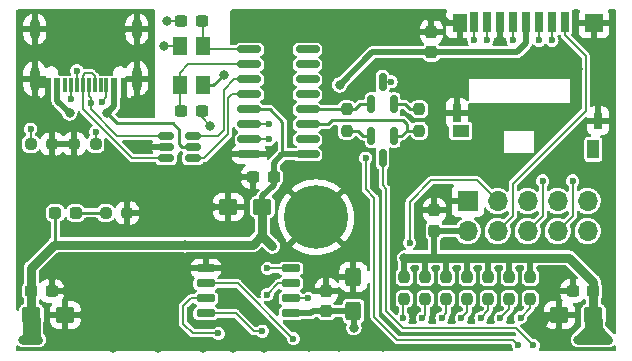
<source format=gbl>
%TF.GenerationSoftware,KiCad,Pcbnew,(6.0.7)*%
%TF.CreationDate,2023-03-31T21:15:27+02:00*%
%TF.ProjectId,airboy_cartridge,61697262-6f79-45f6-9361-727472696467,rev?*%
%TF.SameCoordinates,Original*%
%TF.FileFunction,Copper,L2,Bot*%
%TF.FilePolarity,Positive*%
%FSLAX46Y46*%
G04 Gerber Fmt 4.6, Leading zero omitted, Abs format (unit mm)*
G04 Created by KiCad (PCBNEW (6.0.7)) date 2023-03-31 21:15:27*
%MOMM*%
%LPD*%
G01*
G04 APERTURE LIST*
G04 Aperture macros list*
%AMRoundRect*
0 Rectangle with rounded corners*
0 $1 Rounding radius*
0 $2 $3 $4 $5 $6 $7 $8 $9 X,Y pos of 4 corners*
0 Add a 4 corners polygon primitive as box body*
4,1,4,$2,$3,$4,$5,$6,$7,$8,$9,$2,$3,0*
0 Add four circle primitives for the rounded corners*
1,1,$1+$1,$2,$3*
1,1,$1+$1,$4,$5*
1,1,$1+$1,$6,$7*
1,1,$1+$1,$8,$9*
0 Add four rect primitives between the rounded corners*
20,1,$1+$1,$2,$3,$4,$5,0*
20,1,$1+$1,$4,$5,$6,$7,0*
20,1,$1+$1,$6,$7,$8,$9,0*
20,1,$1+$1,$8,$9,$2,$3,0*%
G04 Aperture macros list end*
%TA.AperFunction,SMDPad,CuDef*%
%ADD10RoundRect,0.250000X0.425000X-0.537500X0.425000X0.537500X-0.425000X0.537500X-0.425000X-0.537500X0*%
%TD*%
%TA.AperFunction,SMDPad,CuDef*%
%ADD11R,0.600000X1.160000*%
%TD*%
%TA.AperFunction,SMDPad,CuDef*%
%ADD12R,0.300000X1.160000*%
%TD*%
%TA.AperFunction,ComponentPad*%
%ADD13O,0.900000X1.700000*%
%TD*%
%TA.AperFunction,ComponentPad*%
%ADD14O,0.900000X2.000000*%
%TD*%
%TA.AperFunction,SMDPad,CuDef*%
%ADD15RoundRect,0.150000X-0.150000X0.587500X-0.150000X-0.587500X0.150000X-0.587500X0.150000X0.587500X0*%
%TD*%
%TA.AperFunction,SMDPad,CuDef*%
%ADD16RoundRect,0.237500X0.300000X0.237500X-0.300000X0.237500X-0.300000X-0.237500X0.300000X-0.237500X0*%
%TD*%
%TA.AperFunction,SMDPad,CuDef*%
%ADD17R,1.300000X1.600000*%
%TD*%
%TA.AperFunction,SMDPad,CuDef*%
%ADD18RoundRect,0.237500X0.237500X-0.250000X0.237500X0.250000X-0.237500X0.250000X-0.237500X-0.250000X0*%
%TD*%
%TA.AperFunction,SMDPad,CuDef*%
%ADD19RoundRect,0.237500X-0.250000X-0.237500X0.250000X-0.237500X0.250000X0.237500X-0.250000X0.237500X0*%
%TD*%
%TA.AperFunction,SMDPad,CuDef*%
%ADD20RoundRect,0.237500X-0.300000X-0.237500X0.300000X-0.237500X0.300000X0.237500X-0.300000X0.237500X0*%
%TD*%
%TA.AperFunction,SMDPad,CuDef*%
%ADD21RoundRect,0.150000X-0.650000X-0.150000X0.650000X-0.150000X0.650000X0.150000X-0.650000X0.150000X0*%
%TD*%
%TA.AperFunction,SMDPad,CuDef*%
%ADD22RoundRect,0.250000X0.537500X0.425000X-0.537500X0.425000X-0.537500X-0.425000X0.537500X-0.425000X0*%
%TD*%
%TA.AperFunction,ComponentPad*%
%ADD23R,1.700000X1.700000*%
%TD*%
%TA.AperFunction,ComponentPad*%
%ADD24O,1.700000X1.700000*%
%TD*%
%TA.AperFunction,SMDPad,CuDef*%
%ADD25R,0.700000X1.750000*%
%TD*%
%TA.AperFunction,SMDPad,CuDef*%
%ADD26R,1.450000X1.000000*%
%TD*%
%TA.AperFunction,SMDPad,CuDef*%
%ADD27R,1.000000X1.550000*%
%TD*%
%TA.AperFunction,SMDPad,CuDef*%
%ADD28R,0.800000X1.500000*%
%TD*%
%TA.AperFunction,SMDPad,CuDef*%
%ADD29R,1.300000X1.500000*%
%TD*%
%TA.AperFunction,SMDPad,CuDef*%
%ADD30R,1.500000X1.500000*%
%TD*%
%TA.AperFunction,SMDPad,CuDef*%
%ADD31R,0.800000X1.400000*%
%TD*%
%TA.AperFunction,ComponentPad*%
%ADD32C,5.400000*%
%TD*%
%TA.AperFunction,SMDPad,CuDef*%
%ADD33RoundRect,0.150000X-0.512500X-0.150000X0.512500X-0.150000X0.512500X0.150000X-0.512500X0.150000X0*%
%TD*%
%TA.AperFunction,SMDPad,CuDef*%
%ADD34RoundRect,0.237500X0.237500X-0.300000X0.237500X0.300000X-0.237500X0.300000X-0.237500X-0.300000X0*%
%TD*%
%TA.AperFunction,SMDPad,CuDef*%
%ADD35RoundRect,0.237500X0.250000X0.237500X-0.250000X0.237500X-0.250000X-0.237500X0.250000X-0.237500X0*%
%TD*%
%TA.AperFunction,SMDPad,CuDef*%
%ADD36RoundRect,0.150000X-0.825000X-0.150000X0.825000X-0.150000X0.825000X0.150000X-0.825000X0.150000X0*%
%TD*%
%TA.AperFunction,SMDPad,CuDef*%
%ADD37RoundRect,0.250000X-0.537500X-0.425000X0.537500X-0.425000X0.537500X0.425000X-0.537500X0.425000X0*%
%TD*%
%TA.AperFunction,SMDPad,CuDef*%
%ADD38RoundRect,0.237500X-0.237500X0.250000X-0.237500X-0.250000X0.237500X-0.250000X0.237500X0.250000X0*%
%TD*%
%TA.AperFunction,SMDPad,CuDef*%
%ADD39RoundRect,0.150000X0.150000X-0.587500X0.150000X0.587500X-0.150000X0.587500X-0.150000X-0.587500X0*%
%TD*%
%TA.AperFunction,SMDPad,CuDef*%
%ADD40RoundRect,0.237500X0.287500X0.237500X-0.287500X0.237500X-0.287500X-0.237500X0.287500X-0.237500X0*%
%TD*%
%TA.AperFunction,ViaPad*%
%ADD41C,0.800000*%
%TD*%
%TA.AperFunction,ViaPad*%
%ADD42C,0.600000*%
%TD*%
%TA.AperFunction,Conductor*%
%ADD43C,0.177800*%
%TD*%
%TA.AperFunction,Conductor*%
%ADD44C,0.508000*%
%TD*%
%TA.AperFunction,Conductor*%
%ADD45C,0.254000*%
%TD*%
%TA.AperFunction,Conductor*%
%ADD46C,0.762000*%
%TD*%
G04 APERTURE END LIST*
D10*
%TO.P,C8,1*%
%TO.N,/VDD_SPI*%
X153162000Y-111927500D03*
%TO.P,C8,2*%
%TO.N,GND*%
X153162000Y-109052500D03*
%TD*%
D11*
%TO.P,J1,A1,GND*%
%TO.N,GND*%
X127300000Y-92835000D03*
%TO.P,J1,A4,VBUS*%
%TO.N,/USB_PWR*%
X128100000Y-92835000D03*
D12*
%TO.P,J1,A5,CC1*%
%TO.N,Net-(J1-PadA5)*%
X129250000Y-92835000D03*
%TO.P,J1,A6,D+*%
%TO.N,/D+*%
X130250000Y-92835000D03*
%TO.P,J1,A7,D-*%
%TO.N,/D-*%
X130750000Y-92835000D03*
%TO.P,J1,A8,SBU1*%
%TO.N,unconnected-(J1-PadA8)*%
X131750000Y-92835000D03*
D11*
%TO.P,J1,A9,VBUS*%
%TO.N,/USB_PWR*%
X132900000Y-92835000D03*
%TO.P,J1,A12,GND*%
%TO.N,GND*%
X133700000Y-92835000D03*
%TO.P,J1,B1,GND*%
X133700000Y-92835000D03*
%TO.P,J1,B4,VBUS*%
%TO.N,/USB_PWR*%
X132900000Y-92835000D03*
D12*
%TO.P,J1,B5,CC2*%
%TO.N,Net-(J1-PadB5)*%
X132250000Y-92835000D03*
%TO.P,J1,B6,D+*%
%TO.N,/D+*%
X131250000Y-92835000D03*
%TO.P,J1,B7,D-*%
%TO.N,/D-*%
X129750000Y-92835000D03*
%TO.P,J1,B8,SBU2*%
%TO.N,unconnected-(J1-PadB8)*%
X128750000Y-92835000D03*
D11*
%TO.P,J1,B9,VBUS*%
%TO.N,/USB_PWR*%
X128100000Y-92835000D03*
%TO.P,J1,B12,GND*%
%TO.N,GND*%
X127300000Y-92835000D03*
D13*
%TO.P,J1,S1,SHIELD*%
X126180000Y-88085000D03*
D14*
X126180000Y-92255000D03*
D13*
X134820000Y-88085000D03*
D14*
X134820000Y-92255000D03*
%TD*%
D15*
%TO.P,Q1,1,B*%
%TO.N,Net-(Q1-Pad1)*%
X154686000Y-97106500D03*
%TO.P,Q1,2,E*%
%TO.N,/~{RTS}*%
X156586000Y-97106500D03*
%TO.P,Q1,3,C*%
%TO.N,/RST*%
X155636000Y-98981500D03*
%TD*%
D16*
%TO.P,C2,1*%
%TO.N,Net-(C2-Pad1)*%
X140308500Y-87376000D03*
%TO.P,C2,2*%
%TO.N,GND*%
X138583500Y-87376000D03*
%TD*%
D17*
%TO.P,Y1,1,1*%
%TO.N,Net-(C2-Pad1)*%
X140446000Y-89536000D03*
%TO.P,Y1,2,2*%
%TO.N,GND*%
X140446000Y-92836000D03*
%TO.P,Y1,3,3*%
%TO.N,Net-(C1-Pad1)*%
X138446000Y-92836000D03*
%TO.P,Y1,4,4*%
%TO.N,GND*%
X138446000Y-89536000D03*
%TD*%
D18*
%TO.P,R11,1*%
%TO.N,/GPIO45*%
X168148000Y-110894500D03*
%TO.P,R11,2*%
%TO.N,+3.3V*%
X168148000Y-109069500D03*
%TD*%
D19*
%TO.P,R9,1*%
%TO.N,GND*%
X129516500Y-97790000D03*
%TO.P,R9,2*%
%TO.N,Net-(J1-PadB5)*%
X131341500Y-97790000D03*
%TD*%
D18*
%TO.P,R7,1*%
%TO.N,/TXD*%
X157480000Y-110894500D03*
%TO.P,R7,2*%
%TO.N,+3.3V*%
X157480000Y-109069500D03*
%TD*%
D20*
%TO.P,C1,1*%
%TO.N,Net-(C1-Pad1)*%
X138583500Y-94996000D03*
%TO.P,C1,2*%
%TO.N,GND*%
X140308500Y-94996000D03*
%TD*%
D21*
%TO.P,U2,1,~{CS}*%
%TO.N,/SPICS*%
X140672000Y-112141000D03*
%TO.P,U2,2,SO/IO1*%
%TO.N,/SPIQ*%
X140672000Y-110871000D03*
%TO.P,U2,3,~{WP}/IO2*%
%TO.N,/SPIWP*%
X140672000Y-109601000D03*
%TO.P,U2,4,GND*%
%TO.N,GND*%
X140672000Y-108331000D03*
%TO.P,U2,5,SI/IO0*%
%TO.N,/SPID*%
X147872000Y-108331000D03*
%TO.P,U2,6,SCK*%
%TO.N,/SPICLK*%
X147872000Y-109601000D03*
%TO.P,U2,7,~{HOLD}/IO3*%
%TO.N,/SPIHD*%
X147872000Y-110871000D03*
%TO.P,U2,8,VCC*%
%TO.N,/VDD_SPI*%
X147872000Y-112141000D03*
%TD*%
D22*
%TO.P,C3,1*%
%TO.N,+3.3V*%
X145455500Y-103124000D03*
%TO.P,C3,2*%
%TO.N,GND*%
X142580500Y-103124000D03*
%TD*%
D23*
%TO.P,J3,1,Pin_1*%
%TO.N,GND*%
X162835000Y-102625000D03*
D24*
%TO.P,J3,2,Pin_2*%
%TO.N,+3.3V*%
X162835000Y-105165000D03*
%TO.P,J3,3,Pin_3*%
%TO.N,/TXD*%
X165375000Y-102625000D03*
%TO.P,J3,4,Pin_4*%
%TO.N,/RXD*%
X165375000Y-105165000D03*
%TO.P,J3,5,Pin_5*%
%TO.N,/MTMS*%
X167915000Y-102625000D03*
%TO.P,J3,6,Pin_6*%
%TO.N,/MTDI*%
X167915000Y-105165000D03*
%TO.P,J3,7,Pin_7*%
%TO.N,/MTDO*%
X170455000Y-102625000D03*
%TO.P,J3,8,Pin_8*%
%TO.N,/MTCK*%
X170455000Y-105165000D03*
%TO.P,J3,9,Pin_9*%
%TO.N,/GPIO45*%
X172995000Y-102625000D03*
%TO.P,J3,10,Pin_10*%
%TO.N,/GPIO46*%
X172995000Y-105165000D03*
%TD*%
D18*
%TO.P,R3,1*%
%TO.N,/MTCK*%
X166370000Y-110894500D03*
%TO.P,R3,2*%
%TO.N,+3.3V*%
X166370000Y-109069500D03*
%TD*%
D25*
%TO.P,J2,1,DAT2*%
%TO.N,/RXD*%
X171075000Y-87450000D03*
%TO.P,J2,2,DAT3/CD*%
%TO.N,/MTCK*%
X169975000Y-87450000D03*
%TO.P,J2,3,CMD*%
%TO.N,/MTDO*%
X168875000Y-87450000D03*
%TO.P,J2,4,VDD*%
%TO.N,+3.3V*%
X167775000Y-87450000D03*
%TO.P,J2,5,CLK*%
%TO.N,/MTDI*%
X166675000Y-87450000D03*
%TO.P,J2,6,VSS*%
%TO.N,GND*%
X165575000Y-87450000D03*
%TO.P,J2,7,DAT0*%
%TO.N,/MTMS*%
X164475000Y-87450000D03*
%TO.P,J2,8,DAT1*%
%TO.N,/TXD*%
X163375000Y-87450000D03*
D26*
%TO.P,J2,9,DET_B*%
%TO.N,unconnected-(J2-Pad9)*%
X162250000Y-96675000D03*
D27*
%TO.P,J2,10,DET_A*%
%TO.N,unconnected-(J2-Pad10)*%
X173475000Y-98250000D03*
D28*
%TO.P,J2,11,SHIELD*%
%TO.N,GND*%
X161925000Y-95175000D03*
D29*
X162175000Y-87575000D03*
D30*
X173525000Y-87575000D03*
D31*
X173875000Y-95825000D03*
%TD*%
D18*
%TO.P,R6,1*%
%TO.N,/MTMS*%
X161036000Y-110894500D03*
%TO.P,R6,2*%
%TO.N,+3.3V*%
X161036000Y-109069500D03*
%TD*%
D32*
%TO.P,H1,1,1*%
%TO.N,GND*%
X150000000Y-104000000D03*
%TD*%
D20*
%TO.P,C9,1*%
%TO.N,GND*%
X171730500Y-110236000D03*
%TO.P,C9,2*%
%TO.N,+3.3V*%
X173455500Y-110236000D03*
%TD*%
D33*
%TO.P,U4,1,I/O1*%
%TO.N,/D+*%
X137292500Y-98994000D03*
%TO.P,U4,2,GND*%
%TO.N,GND*%
X137292500Y-98044000D03*
%TO.P,U4,3,I/O2*%
%TO.N,/D-*%
X137292500Y-97094000D03*
%TO.P,U4,4,I/O2*%
%TO.N,/D- OUT*%
X139567500Y-97094000D03*
%TO.P,U4,5,VBUS*%
%TO.N,/USB_PWR*%
X139567500Y-98044000D03*
%TO.P,U4,6,I/O1*%
%TO.N,/D+ OUT*%
X139567500Y-98994000D03*
%TD*%
D16*
%TO.P,C10,1*%
%TO.N,GND*%
X127608500Y-110236000D03*
%TO.P,C10,2*%
%TO.N,+3.3V*%
X125883500Y-110236000D03*
%TD*%
D34*
%TO.P,C6,1*%
%TO.N,+3.3V*%
X160020000Y-105129500D03*
%TO.P,C6,2*%
%TO.N,GND*%
X160020000Y-103404500D03*
%TD*%
D35*
%TO.P,R10,1*%
%TO.N,GND*%
X127658500Y-97790000D03*
%TO.P,R10,2*%
%TO.N,Net-(J1-PadA5)*%
X125833500Y-97790000D03*
%TD*%
D36*
%TO.P,U1,1,GND*%
%TO.N,GND*%
X144337000Y-98679000D03*
%TO.P,U1,2,TXD*%
%TO.N,/TXD*%
X144337000Y-97409000D03*
%TO.P,U1,3,RXD*%
%TO.N,/RXD*%
X144337000Y-96139000D03*
%TO.P,U1,4,V3*%
%TO.N,+3.3V*%
X144337000Y-94869000D03*
%TO.P,U1,5,UD+*%
%TO.N,/D+ OUT*%
X144337000Y-93599000D03*
%TO.P,U1,6,UD-*%
%TO.N,/D- OUT*%
X144337000Y-92329000D03*
%TO.P,U1,7,XI*%
%TO.N,Net-(C1-Pad1)*%
X144337000Y-91059000D03*
%TO.P,U1,8,XO*%
%TO.N,Net-(C2-Pad1)*%
X144337000Y-89789000D03*
%TO.P,U1,9,~{CTS}*%
%TO.N,unconnected-(U1-Pad9)*%
X149287000Y-89789000D03*
%TO.P,U1,10,~{DSR}*%
%TO.N,unconnected-(U1-Pad10)*%
X149287000Y-91059000D03*
%TO.P,U1,11,~{RI}*%
%TO.N,unconnected-(U1-Pad11)*%
X149287000Y-92329000D03*
%TO.P,U1,12,~{DCD}*%
%TO.N,unconnected-(U1-Pad12)*%
X149287000Y-93599000D03*
%TO.P,U1,13,~{DTR}*%
%TO.N,/~{DTR}*%
X149287000Y-94869000D03*
%TO.P,U1,14,~{RTS}*%
%TO.N,/~{RTS}*%
X149287000Y-96139000D03*
%TO.P,U1,15,R232*%
%TO.N,unconnected-(U1-Pad15)*%
X149287000Y-97409000D03*
%TO.P,U1,16,VCC*%
%TO.N,+3.3V*%
X149287000Y-98679000D03*
%TD*%
D16*
%TO.P,C4,1*%
%TO.N,+3.3V*%
X146404500Y-100584000D03*
%TO.P,C4,2*%
%TO.N,GND*%
X144679500Y-100584000D03*
%TD*%
D22*
%TO.P,C12,1*%
%TO.N,+3.3V*%
X173471700Y-112268000D03*
%TO.P,C12,2*%
%TO.N,GND*%
X170596700Y-112268000D03*
%TD*%
D37*
%TO.P,C11,1*%
%TO.N,+3.3V*%
X125892700Y-112268000D03*
%TO.P,C11,2*%
%TO.N,GND*%
X128767700Y-112268000D03*
%TD*%
D18*
%TO.P,R8,1*%
%TO.N,/RXD*%
X159258000Y-110894500D03*
%TO.P,R8,2*%
%TO.N,+3.3V*%
X159258000Y-109069500D03*
%TD*%
D38*
%TO.P,R2,1*%
%TO.N,Net-(Q2-Pad1)*%
X158750000Y-94845500D03*
%TO.P,R2,2*%
%TO.N,/~{RTS}*%
X158750000Y-96670500D03*
%TD*%
D39*
%TO.P,Q2,1,B*%
%TO.N,Net-(Q2-Pad1)*%
X156586000Y-94409500D03*
%TO.P,Q2,2,E*%
%TO.N,/~{DTR}*%
X154686000Y-94409500D03*
%TO.P,Q2,3,C*%
%TO.N,/GPIO0*%
X155636000Y-92534500D03*
%TD*%
D35*
%TO.P,R12,1*%
%TO.N,GND*%
X134008500Y-103632000D03*
%TO.P,R12,2*%
%TO.N,Net-(D1-Pad1)*%
X132183500Y-103632000D03*
%TD*%
D34*
%TO.P,C7,1*%
%TO.N,/VDD_SPI*%
X150876000Y-111936700D03*
%TO.P,C7,2*%
%TO.N,GND*%
X150876000Y-110211700D03*
%TD*%
D38*
%TO.P,R1,1*%
%TO.N,/~{DTR}*%
X152588000Y-94845500D03*
%TO.P,R1,2*%
%TO.N,Net-(Q1-Pad1)*%
X152588000Y-96670500D03*
%TD*%
D34*
%TO.P,C5,1*%
%TO.N,+3.3V*%
X159766000Y-90016500D03*
%TO.P,C5,2*%
%TO.N,GND*%
X159766000Y-88291500D03*
%TD*%
D18*
%TO.P,R4,1*%
%TO.N,/MTDO*%
X164592000Y-110894500D03*
%TO.P,R4,2*%
%TO.N,+3.3V*%
X164592000Y-109069500D03*
%TD*%
D40*
%TO.P,D1,1,K*%
%TO.N,Net-(D1-Pad1)*%
X129653000Y-103632000D03*
%TO.P,D1,2,A*%
%TO.N,+3.3V*%
X127903000Y-103632000D03*
%TD*%
D18*
%TO.P,R5,1*%
%TO.N,/MTDI*%
X162814000Y-110894500D03*
%TO.P,R5,2*%
%TO.N,+3.3V*%
X162814000Y-109069500D03*
%TD*%
D41*
%TO.N,GND*%
X131572000Y-113284000D03*
X149352000Y-87884000D03*
X156972000Y-87884000D03*
X137109200Y-89535000D03*
X146812000Y-87884000D03*
D42*
X156718000Y-103982000D03*
D41*
X127660400Y-99009200D03*
D42*
X164007800Y-115011200D03*
D41*
X129032000Y-114350800D03*
D42*
X128270000Y-89662000D03*
D41*
X153847800Y-106121200D03*
X157175200Y-101346000D03*
D42*
X161442400Y-115011200D03*
D41*
X143764000Y-87884000D03*
X127762000Y-114350800D03*
X154432000Y-87884000D03*
X170967400Y-114350800D03*
X169189400Y-112979200D03*
D42*
X170688000Y-94996000D03*
D41*
X141020800Y-96240600D03*
X148336000Y-100076000D03*
D42*
X165608000Y-94996000D03*
D41*
X131572000Y-110744000D03*
X137414000Y-87376000D03*
X151917400Y-115011200D03*
X142621000Y-98679000D03*
X172133200Y-91414600D03*
X160020000Y-101981000D03*
X151892000Y-87884000D03*
X127635000Y-109067600D03*
X160020000Y-92887800D03*
X134112000Y-113284000D03*
X134010400Y-102463600D03*
X134213600Y-94386400D03*
D42*
X173950000Y-107350000D03*
D41*
X165582600Y-89027000D03*
D42*
X159050000Y-106300000D03*
X170561000Y-110236000D03*
X161100000Y-106250000D03*
X160172400Y-115011200D03*
D41*
X151892000Y-90424000D03*
X125984000Y-102616000D03*
X131572000Y-108204000D03*
X149377400Y-115011200D03*
D42*
X154940000Y-100126800D03*
D41*
X143510000Y-100584000D03*
X134112000Y-108204000D03*
X125984000Y-105664000D03*
X136652000Y-102108000D03*
X136652000Y-108204000D03*
X136652000Y-110744000D03*
D42*
X157632400Y-115011200D03*
D41*
X131064000Y-101092000D03*
X136652000Y-104648000D03*
X135712200Y-98044000D03*
D42*
X146812000Y-92862400D03*
D41*
X140462000Y-115036600D03*
X158496000Y-100076000D03*
X142163800Y-91973400D03*
X142341600Y-110490000D03*
X136652000Y-113284000D03*
X169697400Y-114350800D03*
D42*
X162712400Y-115011200D03*
D41*
X130225800Y-112293400D03*
D42*
X158902400Y-115011200D03*
X147853400Y-96774000D03*
D41*
X165582600Y-91414600D03*
X145567400Y-115036600D03*
X173736000Y-100076000D03*
X159766000Y-87122000D03*
X156718000Y-106121200D03*
X139065000Y-108204000D03*
X161544000Y-99060000D03*
X129514600Y-99009200D03*
X143002000Y-115036600D03*
X127508000Y-101092000D03*
X173863000Y-93167200D03*
X134112000Y-110744000D03*
X126619000Y-94386400D03*
X136652000Y-115036600D03*
X132842000Y-115036600D03*
D42*
X167894000Y-94996000D03*
D41*
X165100000Y-99060000D03*
X155702000Y-115011200D03*
X152908000Y-98044000D03*
X128828800Y-110236000D03*
D42*
X132588000Y-89662000D03*
D41*
X171196000Y-90424000D03*
D42*
X146786600Y-90652600D03*
D41*
X141147800Y-103124000D03*
D42*
X146405600Y-111404400D03*
D41*
%TO.N,+3.3V*%
X151993600Y-92786200D03*
X174752000Y-114350800D03*
X146304000Y-106426000D03*
X138861800Y-106324400D03*
X126492000Y-114350800D03*
X125222000Y-114350800D03*
X173482000Y-114350800D03*
X172212000Y-114350800D03*
X157480000Y-107442000D03*
%TO.N,/VDD_SPI*%
X153187400Y-113334800D03*
%TO.N,/USB_PWR*%
X132308600Y-95173800D03*
X129133600Y-95173800D03*
D42*
%TO.N,Net-(J1-PadA5)*%
X129235200Y-93980000D03*
X125831600Y-96520000D03*
%TO.N,/D-*%
X130911600Y-94335600D03*
X129743200Y-91592400D03*
%TO.N,Net-(J1-PadB5)*%
X131343400Y-96748600D03*
X131851400Y-94234000D03*
%TO.N,/RXD*%
X159004000Y-112522000D03*
X145999200Y-96139000D03*
%TO.N,/MTMS*%
X160655000Y-112522000D03*
X164465000Y-89027000D03*
%TO.N,/MTDI*%
X169189400Y-100914200D03*
X166674800Y-89027000D03*
X162306000Y-112522000D03*
%TO.N,/MTDO*%
X168884600Y-89027000D03*
X163957000Y-112522000D03*
%TO.N,/MTCK*%
X169976800Y-89027000D03*
X171729400Y-100914200D03*
X165608000Y-112522000D03*
%TO.N,/TXD*%
X157911800Y-106146600D03*
X145999200Y-97409000D03*
X163372800Y-89027000D03*
X157353000Y-112522000D03*
%TO.N,/GPIO45*%
X167309800Y-112496600D03*
%TO.N,/SPID*%
X145872200Y-108331000D03*
%TO.N,/SPIQ*%
X141732000Y-113817400D03*
%TO.N,/SPICLK*%
X145846800Y-110540800D03*
%TO.N,/SPICS*%
X145440400Y-113639600D03*
%TO.N,/SPIWP*%
X148082000Y-114274600D03*
%TO.N,/SPIHD*%
X149352000Y-110871000D03*
%TO.N,/GPIO0*%
X154203400Y-98983800D03*
X156337000Y-92532200D03*
X167132000Y-114833400D03*
%TO.N,/RST*%
X168402000Y-114833400D03*
%TD*%
D43*
%TO.N,Net-(C1-Pad1)*%
X138446000Y-92836000D02*
X138446000Y-91779600D01*
X139166600Y-91059000D02*
X144337000Y-91059000D01*
X138446000Y-91779600D02*
X139166600Y-91059000D01*
X138446000Y-94858500D02*
X138583500Y-94996000D01*
X138446000Y-92836000D02*
X138446000Y-94858500D01*
D44*
%TO.N,GND*%
X133700000Y-93872800D02*
X134213600Y-94386400D01*
D45*
X134008500Y-103632000D02*
X134008500Y-102465500D01*
D44*
X170596700Y-112268000D02*
X170596700Y-113451500D01*
X160020000Y-92887800D02*
X161493200Y-91414600D01*
X173863000Y-90525600D02*
X173525000Y-90187600D01*
X156718000Y-101803200D02*
X157175200Y-101346000D01*
X127608500Y-110236000D02*
X128828800Y-110236000D01*
X131267200Y-115036600D02*
X130581400Y-114350800D01*
D45*
X141301200Y-92836000D02*
X142163800Y-91973400D01*
D44*
X160020000Y-103404500D02*
X160020000Y-101981000D01*
X128767700Y-113603900D02*
X128767700Y-112268000D01*
X140462000Y-115036600D02*
X143002000Y-115036600D01*
X127608500Y-109094100D02*
X127635000Y-109067600D01*
D45*
X127658500Y-97790000D02*
X127658500Y-99007300D01*
D44*
X170596700Y-113451500D02*
X169697400Y-114350800D01*
X150876000Y-108534200D02*
X151917400Y-107492800D01*
X161925000Y-95175000D02*
X161925000Y-91440000D01*
X127762000Y-114350800D02*
X129032000Y-114350800D01*
X170596700Y-113980100D02*
X170967400Y-114350800D01*
X173875000Y-93179200D02*
X173875000Y-95825000D01*
X156718000Y-106121200D02*
X156718000Y-103982000D01*
X127608500Y-110236000D02*
X127608500Y-109094100D01*
X142580500Y-103124000D02*
X141147800Y-103124000D01*
D43*
X138583500Y-87376000D02*
X137414000Y-87376000D01*
D44*
X129032000Y-114350800D02*
X129032000Y-113868200D01*
X161925000Y-91440000D02*
X161899600Y-91414600D01*
X155702000Y-115011200D02*
X157632400Y-115011200D01*
D45*
X140446000Y-92836000D02*
X141301200Y-92836000D01*
D43*
X140308500Y-95528300D02*
X141020800Y-96240600D01*
X140308500Y-94996000D02*
X140308500Y-95528300D01*
D44*
X132842000Y-115036600D02*
X136652000Y-115036600D01*
X130581400Y-114350800D02*
X129032000Y-114350800D01*
X149377400Y-115011200D02*
X149360000Y-115028600D01*
X173863000Y-93167200D02*
X173875000Y-93179200D01*
X161184200Y-87575000D02*
X160731200Y-87122000D01*
X137292500Y-98044000D02*
X135712200Y-98044000D01*
X173525000Y-90187600D02*
X173525000Y-87575000D01*
X153162000Y-106807000D02*
X153847800Y-106121200D01*
X169900600Y-112268000D02*
X169189400Y-112979200D01*
X172133200Y-91414600D02*
X165582600Y-91414600D01*
X133700000Y-92835000D02*
X133700000Y-93872800D01*
X161899600Y-91414600D02*
X165582600Y-91414600D01*
X165575000Y-89019400D02*
X165582600Y-89027000D01*
X158902400Y-115011200D02*
X157632400Y-115011200D01*
X139065000Y-108204000D02*
X139192000Y-108331000D01*
X151917400Y-115011200D02*
X149377400Y-115011200D01*
X151917400Y-107492800D02*
X153162000Y-107492800D01*
X144337000Y-98679000D02*
X142621000Y-98679000D01*
X161442400Y-115011200D02*
X160172400Y-115011200D01*
X161493200Y-91414600D02*
X161899600Y-91414600D01*
X144679500Y-100584000D02*
X143510000Y-100584000D01*
X159766000Y-88291500D02*
X159766000Y-87122000D01*
X164007800Y-115011200D02*
X163093400Y-115011200D01*
D45*
X134008500Y-102465500D02*
X134010400Y-102463600D01*
D44*
X156718000Y-103982000D02*
X156718000Y-101803200D01*
X171730500Y-110236000D02*
X170561000Y-110236000D01*
X129032000Y-113868200D02*
X128767700Y-113603900D01*
X128767700Y-112268000D02*
X130200400Y-112268000D01*
X139192000Y-108331000D02*
X140672000Y-108331000D01*
D45*
X129516500Y-99007300D02*
X129514600Y-99009200D01*
D44*
X153162000Y-107492800D02*
X153162000Y-106807000D01*
D43*
X137110200Y-89536000D02*
X137109200Y-89535000D01*
D44*
X127300000Y-93705400D02*
X126619000Y-94386400D01*
X149360000Y-115028600D02*
X145575400Y-115028600D01*
X153162000Y-109052500D02*
X153162000Y-107492800D01*
X143002000Y-115036600D02*
X145567400Y-115036600D01*
X136652000Y-115036600D02*
X140462000Y-115036600D01*
D43*
X138446000Y-89536000D02*
X137110200Y-89536000D01*
D44*
X161442400Y-115011200D02*
X163093400Y-115011200D01*
X170596700Y-112268000D02*
X170596700Y-113980100D01*
X163093400Y-115011200D02*
X162712400Y-115011200D01*
X160172400Y-115011200D02*
X158902400Y-115011200D01*
X165575000Y-87450000D02*
X165575000Y-89019400D01*
X150876000Y-110211700D02*
X150876000Y-108534200D01*
X162175000Y-87575000D02*
X161184200Y-87575000D01*
X155702000Y-115011200D02*
X151917400Y-115011200D01*
D45*
X127658500Y-99007300D02*
X127660400Y-99009200D01*
X129516500Y-97790000D02*
X129516500Y-99007300D01*
D44*
X127300000Y-92835000D02*
X127300000Y-93705400D01*
X130200400Y-112268000D02*
X130225800Y-112293400D01*
X173863000Y-93167200D02*
X173863000Y-90525600D01*
X145575400Y-115028600D02*
X145567400Y-115036600D01*
X170596700Y-112268000D02*
X169900600Y-112268000D01*
X160731200Y-87122000D02*
X159766000Y-87122000D01*
X132842000Y-115036600D02*
X131267200Y-115036600D01*
D43*
%TO.N,Net-(C2-Pad1)*%
X140446000Y-87513500D02*
X140446000Y-89536000D01*
X140308500Y-87376000D02*
X140446000Y-87513500D01*
X144337000Y-89789000D02*
X140699000Y-89789000D01*
X140699000Y-89789000D02*
X140446000Y-89536000D01*
D45*
%TO.N,+3.3V*%
X127903000Y-106259600D02*
X127838200Y-106324400D01*
D46*
X172467100Y-108458000D02*
X173455500Y-109446400D01*
D44*
X157480000Y-107442000D02*
X157480000Y-109069500D01*
D46*
X174752000Y-114350800D02*
X173482000Y-114350800D01*
D44*
X145455500Y-103124000D02*
X145455500Y-102219900D01*
X146404500Y-99416700D02*
X147142200Y-98679000D01*
D46*
X172212000Y-114350800D02*
X173482000Y-114350800D01*
X125526800Y-114046000D02*
X125526800Y-112633900D01*
D44*
X161036000Y-109069500D02*
X161036000Y-107543600D01*
D46*
X145440400Y-104470200D02*
X145440400Y-105562400D01*
D44*
X162835000Y-105165000D02*
X160055500Y-105165000D01*
D46*
X166497000Y-107442000D02*
X168224200Y-107442000D01*
X125222000Y-114350800D02*
X125526800Y-114046000D01*
X171450000Y-107442000D02*
X172466000Y-108458000D01*
X172466000Y-108458000D02*
X172467100Y-108458000D01*
X145440400Y-104470200D02*
X145440400Y-105511600D01*
X126263400Y-114122200D02*
X126263400Y-112638700D01*
X173471700Y-112268000D02*
X173471700Y-114340500D01*
X127838200Y-106324400D02*
X125883500Y-108279100D01*
D44*
X160020000Y-105129500D02*
X160020000Y-107442000D01*
D45*
X127903000Y-103632000D02*
X127903000Y-106259600D01*
X144337000Y-94869000D02*
X146100800Y-94869000D01*
D46*
X145440400Y-103139100D02*
X145440400Y-104470200D01*
X173471700Y-110252200D02*
X173455500Y-110236000D01*
D44*
X167775000Y-87450000D02*
X167775000Y-89247600D01*
X162814000Y-107543600D02*
X162712400Y-107442000D01*
D46*
X157480000Y-107442000D02*
X159258000Y-107442000D01*
X159258000Y-107442000D02*
X160020000Y-107442000D01*
X173863000Y-113461800D02*
X174752000Y-114350800D01*
D44*
X161036000Y-107543600D02*
X161137600Y-107442000D01*
D46*
X145455500Y-103124000D02*
X145440400Y-103139100D01*
D44*
X162814000Y-109069500D02*
X162814000Y-107543600D01*
D46*
X173101000Y-113461800D02*
X172212000Y-114350800D01*
X164592000Y-107442000D02*
X166497000Y-107442000D01*
D44*
X167006100Y-90016500D02*
X159766000Y-90016500D01*
X173471700Y-114340500D02*
X173482000Y-114350800D01*
D46*
X173101000Y-112638700D02*
X173101000Y-113461800D01*
X145440400Y-105511600D02*
X144627600Y-106324400D01*
X125892700Y-110245200D02*
X125883500Y-110236000D01*
X125883500Y-108279100D02*
X125883500Y-110236000D01*
D44*
X154763300Y-90016500D02*
X151993600Y-92786200D01*
X160055500Y-105165000D02*
X160020000Y-105129500D01*
X159766000Y-90016500D02*
X154763300Y-90016500D01*
D46*
X138861800Y-106324400D02*
X127838200Y-106324400D01*
X125526800Y-112633900D02*
X125892700Y-112268000D01*
D45*
X147142200Y-95910400D02*
X147142200Y-98679000D01*
D44*
X147142200Y-98679000D02*
X149287000Y-98679000D01*
X146404500Y-101270900D02*
X146404500Y-100584000D01*
D46*
X126263400Y-112638700D02*
X125892700Y-112268000D01*
D44*
X166370000Y-107569000D02*
X166497000Y-107442000D01*
X168148000Y-107518200D02*
X168224200Y-107442000D01*
D46*
X145440400Y-105562400D02*
X146304000Y-106426000D01*
X168224200Y-107442000D02*
X171450000Y-107442000D01*
X160020000Y-107442000D02*
X161137600Y-107442000D01*
X173471700Y-112268000D02*
X173863000Y-112659300D01*
D44*
X159258000Y-109069500D02*
X159258000Y-107442000D01*
X164592000Y-109069500D02*
X164592000Y-107442000D01*
D46*
X125892700Y-112268000D02*
X125892700Y-110245200D01*
X144627600Y-106324400D02*
X138861800Y-106324400D01*
D44*
X146404500Y-100584000D02*
X146404500Y-99416700D01*
D45*
X146100800Y-94869000D02*
X147142200Y-95910400D01*
D46*
X173863000Y-112659300D02*
X173863000Y-113461800D01*
X161137600Y-107442000D02*
X162712400Y-107442000D01*
X173471700Y-112268000D02*
X173101000Y-112638700D01*
D44*
X166370000Y-109069500D02*
X166370000Y-107569000D01*
D46*
X126492000Y-114350800D02*
X126263400Y-114122200D01*
X173471700Y-112268000D02*
X173471700Y-110252200D01*
D44*
X168148000Y-109069500D02*
X168148000Y-107518200D01*
D46*
X162712400Y-107442000D02*
X164592000Y-107442000D01*
X173455500Y-109446400D02*
X173455500Y-110236000D01*
X125222000Y-114350800D02*
X126492000Y-114350800D01*
D44*
X167775000Y-89247600D02*
X167006100Y-90016500D01*
X145455500Y-102219900D02*
X146404500Y-101270900D01*
%TO.N,/VDD_SPI*%
X149734100Y-111936700D02*
X149529800Y-112141000D01*
X149734100Y-111936700D02*
X150876000Y-111936700D01*
X153187400Y-113334800D02*
X153187400Y-111952900D01*
X153187400Y-111952900D02*
X153162000Y-111927500D01*
X153152800Y-111936700D02*
X153162000Y-111927500D01*
X150876000Y-111936700D02*
X153152800Y-111936700D01*
X149529800Y-112141000D02*
X147872000Y-112141000D01*
D45*
%TO.N,Net-(D1-Pad1)*%
X129653000Y-103632000D02*
X132183500Y-103632000D01*
D44*
%TO.N,/USB_PWR*%
X132900000Y-94582400D02*
X132900000Y-92835000D01*
D45*
X138684000Y-98044000D02*
X138430000Y-97790000D01*
X138430000Y-96570800D02*
X137871200Y-96012000D01*
D44*
X132308600Y-95173800D02*
X132900000Y-94582400D01*
D45*
X139567500Y-98044000D02*
X138684000Y-98044000D01*
X137871200Y-96012000D02*
X133146800Y-96012000D01*
D44*
X129133600Y-95173800D02*
X128100000Y-94140200D01*
D45*
X133146800Y-96012000D02*
X132308600Y-95173800D01*
X138430000Y-97790000D02*
X138430000Y-96570800D01*
D44*
X128100000Y-94140200D02*
X128100000Y-92835000D01*
D43*
%TO.N,Net-(J1-PadA5)*%
X125833500Y-97790000D02*
X125833500Y-96521900D01*
X125833500Y-96521900D02*
X125831600Y-96520000D01*
X129235200Y-93980000D02*
X129250000Y-93965200D01*
X129250000Y-93965200D02*
X129250000Y-92835000D01*
%TO.N,/D+*%
X131043800Y-91821000D02*
X130456200Y-91821000D01*
X131250000Y-92027200D02*
X131043800Y-91821000D01*
X137292500Y-98994000D02*
X134452400Y-98994000D01*
X130250000Y-94791600D02*
X130250000Y-92835000D01*
X131250000Y-92835000D02*
X131250000Y-92027200D01*
X134452400Y-98994000D02*
X130250000Y-94791600D01*
X130456200Y-91821000D02*
X130250000Y-92027200D01*
X130250000Y-92027200D02*
X130250000Y-92835000D01*
%TO.N,/D-*%
X129743200Y-91592400D02*
X129750000Y-91599200D01*
X130911600Y-94335600D02*
X130911600Y-93903800D01*
X130750000Y-93742200D02*
X130750000Y-92835000D01*
X130911600Y-94335600D02*
X130911600Y-94843600D01*
X129750000Y-91599200D02*
X129750000Y-92835000D01*
X130911600Y-93903800D02*
X130750000Y-93742200D01*
X133162000Y-97094000D02*
X137292500Y-97094000D01*
X130911600Y-94843600D02*
X133162000Y-97094000D01*
%TO.N,Net-(J1-PadB5)*%
X132250000Y-92835000D02*
X132250000Y-93835400D01*
X131341500Y-96750500D02*
X131343400Y-96748600D01*
X132250000Y-93835400D02*
X131851400Y-94234000D01*
X131341500Y-97790000D02*
X131341500Y-96750500D01*
%TO.N,/RXD*%
X159258000Y-112268000D02*
X159258000Y-110894500D01*
X171075000Y-88601200D02*
X171075000Y-87450000D01*
X172821600Y-90347800D02*
X171075000Y-88601200D01*
X172821600Y-94970600D02*
X172821600Y-90347800D01*
X166649400Y-103890600D02*
X166649400Y-101142800D01*
X165375000Y-105165000D02*
X166649400Y-103890600D01*
X159004000Y-112522000D02*
X159258000Y-112268000D01*
X166649400Y-101142800D02*
X172821600Y-94970600D01*
X144337000Y-96139000D02*
X145999200Y-96139000D01*
%TO.N,/MTMS*%
X164475000Y-89017000D02*
X164465000Y-89027000D01*
X160655000Y-112522000D02*
X161036000Y-112141000D01*
X161036000Y-112141000D02*
X161036000Y-110894500D01*
X164475000Y-87450000D02*
X164475000Y-89017000D01*
%TO.N,/MTDI*%
X167915000Y-105165000D02*
X169189400Y-103890600D01*
X166675000Y-87450000D02*
X166675000Y-89026800D01*
X169189400Y-103890600D02*
X169189400Y-100914200D01*
X162814000Y-112014000D02*
X162814000Y-110894500D01*
X162306000Y-112522000D02*
X162814000Y-112014000D01*
X166675000Y-89026800D02*
X166674800Y-89027000D01*
%TO.N,/MTDO*%
X164592000Y-111887000D02*
X164592000Y-110894500D01*
X163957000Y-112522000D02*
X164592000Y-111887000D01*
X168875000Y-87450000D02*
X168875000Y-89017400D01*
X168875000Y-89017400D02*
X168884600Y-89027000D01*
%TO.N,/MTCK*%
X170455000Y-105165000D02*
X171729400Y-103890600D01*
X169975000Y-87450000D02*
X169975000Y-89025200D01*
X171729400Y-103890600D02*
X171729400Y-100914200D01*
X169975000Y-89025200D02*
X169976800Y-89027000D01*
X165608000Y-112522000D02*
X166370000Y-111760000D01*
X166370000Y-111760000D02*
X166370000Y-110894500D01*
%TO.N,/TXD*%
X157911800Y-106146600D02*
X157911800Y-102692200D01*
X157353000Y-111021500D02*
X157480000Y-110894500D01*
X163375000Y-89024800D02*
X163372800Y-89027000D01*
X157911800Y-102692200D02*
X159766000Y-100838000D01*
X159766000Y-100838000D02*
X163588000Y-100838000D01*
X163375000Y-87450000D02*
X163375000Y-89024800D01*
X144337000Y-97409000D02*
X145999200Y-97409000D01*
X163588000Y-100838000D02*
X165375000Y-102625000D01*
X157353000Y-112522000D02*
X157353000Y-111021500D01*
%TO.N,/GPIO45*%
X168148000Y-111658400D02*
X168148000Y-110894500D01*
X167309800Y-112496600D02*
X168148000Y-111658400D01*
%TO.N,/SPID*%
X147872000Y-108331000D02*
X145872200Y-108331000D01*
%TO.N,/SPIQ*%
X141732000Y-113817400D02*
X139547600Y-113817400D01*
X138734800Y-113004600D02*
X138734800Y-111506000D01*
X139369800Y-110871000D02*
X140672000Y-110871000D01*
X139547600Y-113817400D02*
X138734800Y-113004600D01*
X138734800Y-111506000D02*
X139369800Y-110871000D01*
%TO.N,/SPICLK*%
X146786600Y-109601000D02*
X145846800Y-110540800D01*
X147872000Y-109601000D02*
X146786600Y-109601000D01*
%TO.N,/SPICS*%
X143205200Y-112141000D02*
X140672000Y-112141000D01*
X145440400Y-113639600D02*
X144703800Y-113639600D01*
X144703800Y-113639600D02*
X143205200Y-112141000D01*
%TO.N,/SPIWP*%
X143408400Y-109601000D02*
X140672000Y-109601000D01*
X148082000Y-114274600D02*
X143408400Y-109601000D01*
%TO.N,/SPIHD*%
X147872000Y-110871000D02*
X149352000Y-110871000D01*
%TO.N,/GPIO0*%
X154940000Y-102336600D02*
X154940000Y-112445800D01*
X166674800Y-114376200D02*
X167132000Y-114833400D01*
X156337000Y-92532200D02*
X155638300Y-92532200D01*
X155638300Y-92532200D02*
X155636000Y-92534500D01*
X154203400Y-101600000D02*
X154940000Y-102336600D01*
X156870400Y-114376200D02*
X166674800Y-114376200D01*
X154940000Y-112445800D02*
X156870400Y-114376200D01*
X154203400Y-98983800D02*
X154203400Y-101600000D01*
%TO.N,/RST*%
X166903400Y-113334800D02*
X157327600Y-113334800D01*
X155930600Y-111937800D02*
X155930600Y-101574600D01*
X157327600Y-113334800D02*
X155930600Y-111937800D01*
X155930600Y-101574600D02*
X155636000Y-101280000D01*
X155636000Y-101280000D02*
X155636000Y-98981500D01*
X168402000Y-114833400D02*
X166903400Y-113334800D01*
D45*
%TO.N,Net-(Q1-Pad1)*%
X153977100Y-97106500D02*
X153541100Y-96670500D01*
X154686000Y-97106500D02*
X153977100Y-97106500D01*
X153541100Y-96670500D02*
X152588000Y-96670500D01*
%TO.N,/~{RTS}*%
X150977600Y-96139000D02*
X149287000Y-96139000D01*
X157223700Y-97106500D02*
X157659700Y-96670500D01*
X156586000Y-97106500D02*
X157223700Y-97106500D01*
X157659700Y-96670500D02*
X158750000Y-96670500D01*
X157327600Y-95783400D02*
X151333200Y-95783400D01*
X151333200Y-95783400D02*
X150977600Y-96139000D01*
X157659700Y-96115500D02*
X157327600Y-95783400D01*
X157659700Y-96670500D02*
X157659700Y-96115500D01*
%TO.N,Net-(Q2-Pad1)*%
X157939100Y-94845500D02*
X157503100Y-94409500D01*
X157503100Y-94409500D02*
X156586000Y-94409500D01*
X158750000Y-94845500D02*
X157939100Y-94845500D01*
%TO.N,/~{DTR}*%
X152588000Y-94845500D02*
X153312500Y-94845500D01*
X153748500Y-94409500D02*
X154686000Y-94409500D01*
X153312500Y-94845500D02*
X153748500Y-94409500D01*
X152564500Y-94869000D02*
X152588000Y-94845500D01*
X149287000Y-94869000D02*
X152564500Y-94869000D01*
D43*
%TO.N,/D+ OUT*%
X142544800Y-93929200D02*
X142875000Y-93599000D01*
X142544800Y-96977200D02*
X142544800Y-93929200D01*
X142875000Y-93599000D02*
X144337000Y-93599000D01*
X139567500Y-98994000D02*
X140528000Y-98994000D01*
X140528000Y-98994000D02*
X142544800Y-96977200D01*
%TO.N,/D- OUT*%
X142167000Y-96643800D02*
X142167000Y-93189400D01*
X142167000Y-93189400D02*
X143027400Y-92329000D01*
X143027400Y-92329000D02*
X144337000Y-92329000D01*
X141716800Y-97094000D02*
X142167000Y-96643800D01*
X139567500Y-97094000D02*
X141716800Y-97094000D01*
%TD*%
%TA.AperFunction,Conductor*%
%TO.N,GND*%
G36*
X151810095Y-96184902D02*
G01*
X151856588Y-96238558D01*
X151866692Y-96308832D01*
X151866493Y-96309878D01*
X151865036Y-96313764D01*
X151858500Y-96373930D01*
X151858500Y-96967070D01*
X151865036Y-97027236D01*
X151871999Y-97045810D01*
X151908149Y-97142238D01*
X151914507Y-97159199D01*
X151999026Y-97271974D01*
X152111801Y-97356493D01*
X152120202Y-97359643D01*
X152120205Y-97359644D01*
X152195122Y-97387729D01*
X152243764Y-97405964D01*
X152303930Y-97412500D01*
X152872070Y-97412500D01*
X152932236Y-97405964D01*
X152980878Y-97387729D01*
X153055795Y-97359644D01*
X153055798Y-97359643D01*
X153064199Y-97356493D01*
X153176974Y-97271974D01*
X153221009Y-97213217D01*
X153256110Y-97166382D01*
X153256111Y-97166381D01*
X153261493Y-97159199D01*
X153262716Y-97155936D01*
X153311017Y-97107741D01*
X153380408Y-97092726D01*
X153446901Y-97117610D01*
X153460376Y-97129300D01*
X153669059Y-97337983D01*
X153684414Y-97356994D01*
X153685380Y-97358056D01*
X153691029Y-97366804D01*
X153699204Y-97373248D01*
X153699206Y-97373251D01*
X153717572Y-97387729D01*
X153722050Y-97391708D01*
X153722110Y-97391637D01*
X153726067Y-97394990D01*
X153729748Y-97398671D01*
X153733980Y-97401695D01*
X153733982Y-97401697D01*
X153745557Y-97409969D01*
X153750302Y-97413532D01*
X153790770Y-97445434D01*
X153799455Y-97448484D01*
X153806942Y-97453834D01*
X153856347Y-97468609D01*
X153861942Y-97470427D01*
X153910602Y-97487516D01*
X153916191Y-97488000D01*
X153918904Y-97488000D01*
X153921569Y-97488115D01*
X153921632Y-97488134D01*
X153921625Y-97488308D01*
X153922371Y-97488355D01*
X153928624Y-97490225D01*
X153978483Y-97488266D01*
X153982778Y-97488097D01*
X153987725Y-97488000D01*
X154005500Y-97488000D01*
X154073621Y-97508002D01*
X154120114Y-97561658D01*
X154131500Y-97614000D01*
X154131500Y-97725834D01*
X154146502Y-97820555D01*
X154204674Y-97934723D01*
X154295277Y-98025326D01*
X154409445Y-98083498D01*
X154504166Y-98098500D01*
X154867834Y-98098500D01*
X154962555Y-98083498D01*
X154963020Y-98086435D01*
X155018069Y-98084867D01*
X155078864Y-98121535D01*
X155110183Y-98185250D01*
X155102887Y-98248794D01*
X155104068Y-98249178D01*
X155102173Y-98255012D01*
X155102084Y-98255783D01*
X155101547Y-98256937D01*
X155101003Y-98258611D01*
X155096502Y-98267445D01*
X155081500Y-98362166D01*
X155081500Y-99600834D01*
X155096502Y-99695555D01*
X155154674Y-99809723D01*
X155245277Y-99900326D01*
X155244966Y-99900637D01*
X155284015Y-99951275D01*
X155292600Y-99996990D01*
X155292600Y-101259508D01*
X155292121Y-101270490D01*
X155288630Y-101310391D01*
X155299000Y-101349094D01*
X155301375Y-101359809D01*
X155308332Y-101399261D01*
X155313842Y-101408804D01*
X155315311Y-101412841D01*
X155317121Y-101416723D01*
X155319973Y-101427366D01*
X155326294Y-101436393D01*
X155326295Y-101436396D01*
X155342958Y-101460194D01*
X155348858Y-101469455D01*
X155368883Y-101504138D01*
X155377324Y-101511221D01*
X155377325Y-101511222D01*
X155399562Y-101529881D01*
X155407665Y-101537306D01*
X155494184Y-101623824D01*
X155550295Y-101679935D01*
X155584320Y-101742247D01*
X155587200Y-101769031D01*
X155587200Y-111917308D01*
X155586721Y-111928290D01*
X155584448Y-111954274D01*
X155583230Y-111968191D01*
X155593600Y-112006894D01*
X155595975Y-112017609D01*
X155597178Y-112024432D01*
X155600698Y-112044391D01*
X155602932Y-112057061D01*
X155608442Y-112066604D01*
X155609911Y-112070641D01*
X155611721Y-112074523D01*
X155614573Y-112085166D01*
X155620894Y-112094193D01*
X155620895Y-112094196D01*
X155637558Y-112117994D01*
X155643458Y-112127255D01*
X155663483Y-112161938D01*
X155671930Y-112169026D01*
X155694161Y-112187680D01*
X155702265Y-112195106D01*
X157070289Y-113563130D01*
X157077716Y-113571234D01*
X157103462Y-113601917D01*
X157113011Y-113607430D01*
X157113012Y-113607431D01*
X157138148Y-113621944D01*
X157147416Y-113627848D01*
X157171203Y-113644503D01*
X157171205Y-113644504D01*
X157180234Y-113650826D01*
X157190879Y-113653678D01*
X157194771Y-113655493D01*
X157198795Y-113656958D01*
X157208339Y-113662468D01*
X157219193Y-113664382D01*
X157219196Y-113664383D01*
X157247803Y-113669428D01*
X157258530Y-113671806D01*
X157286563Y-113679317D01*
X157286566Y-113679317D01*
X157297209Y-113682169D01*
X157308184Y-113681209D01*
X157308186Y-113681209D01*
X157337103Y-113678679D01*
X157348084Y-113678200D01*
X166708969Y-113678200D01*
X166777090Y-113698202D01*
X166798064Y-113715105D01*
X166925906Y-113842947D01*
X166959932Y-113905259D01*
X166954867Y-113976074D01*
X166912320Y-114032910D01*
X166845800Y-114057721D01*
X166798538Y-114051117D01*
X166794061Y-114048532D01*
X166783211Y-114046619D01*
X166783209Y-114046618D01*
X166762203Y-114042914D01*
X166754609Y-114041575D01*
X166743894Y-114039200D01*
X166705191Y-114028830D01*
X166694217Y-114029790D01*
X166694215Y-114029790D01*
X166665290Y-114032321D01*
X166654308Y-114032800D01*
X157064831Y-114032800D01*
X156996710Y-114012798D01*
X156975736Y-113995895D01*
X155320305Y-112340464D01*
X155286279Y-112278152D01*
X155283400Y-112251369D01*
X155283400Y-102357092D01*
X155283879Y-102346110D01*
X155286410Y-102317185D01*
X155286410Y-102317183D01*
X155287370Y-102306209D01*
X155277000Y-102267506D01*
X155274624Y-102256788D01*
X155269582Y-102228191D01*
X155269581Y-102228189D01*
X155267668Y-102217339D01*
X155262158Y-102207796D01*
X155260689Y-102203759D01*
X155258879Y-102199877D01*
X155256027Y-102189234D01*
X155249706Y-102180207D01*
X155249705Y-102180204D01*
X155233042Y-102156406D01*
X155227138Y-102147139D01*
X155212629Y-102122009D01*
X155207117Y-102112462D01*
X155190731Y-102098712D01*
X155176439Y-102086720D01*
X155168335Y-102079294D01*
X154583705Y-101494664D01*
X154549679Y-101432352D01*
X154546800Y-101405569D01*
X154546800Y-99481368D01*
X154566802Y-99413247D01*
X154587305Y-99390960D01*
X154586484Y-99390139D01*
X154592321Y-99384302D01*
X154598874Y-99379274D01*
X154618568Y-99353609D01*
X154682728Y-99269993D01*
X154687755Y-99263442D01*
X154701426Y-99230439D01*
X154733333Y-99153408D01*
X154743628Y-99128554D01*
X154745791Y-99112128D01*
X154761607Y-98991988D01*
X154762685Y-98983800D01*
X154755997Y-98933000D01*
X154744706Y-98847232D01*
X154744705Y-98847230D01*
X154743628Y-98839046D01*
X154716131Y-98772663D01*
X154690915Y-98711786D01*
X154690914Y-98711784D01*
X154687755Y-98704158D01*
X154639354Y-98641081D01*
X154603901Y-98594877D01*
X154603900Y-98594876D01*
X154598874Y-98588326D01*
X154592324Y-98583300D01*
X154592321Y-98583297D01*
X154489596Y-98504473D01*
X154489594Y-98504472D01*
X154483043Y-98499445D01*
X154348154Y-98443572D01*
X154203400Y-98424515D01*
X154195212Y-98425593D01*
X154066832Y-98442494D01*
X154066830Y-98442495D01*
X154058646Y-98443572D01*
X154043635Y-98449790D01*
X153931386Y-98496285D01*
X153931384Y-98496286D01*
X153923758Y-98499445D01*
X153807926Y-98588326D01*
X153719045Y-98704158D01*
X153715886Y-98711784D01*
X153715885Y-98711786D01*
X153690669Y-98772663D01*
X153663172Y-98839046D01*
X153662095Y-98847230D01*
X153662094Y-98847232D01*
X153650803Y-98933000D01*
X153644115Y-98983800D01*
X153645193Y-98991988D01*
X153661010Y-99112128D01*
X153663172Y-99128554D01*
X153673467Y-99153408D01*
X153705375Y-99230439D01*
X153719045Y-99263442D01*
X153724072Y-99269993D01*
X153788233Y-99353609D01*
X153807926Y-99379274D01*
X153814479Y-99384302D01*
X153820316Y-99390139D01*
X153818448Y-99392008D01*
X153852575Y-99438753D01*
X153860000Y-99481368D01*
X153860000Y-101579508D01*
X153859521Y-101590490D01*
X153857281Y-101616097D01*
X153856030Y-101630391D01*
X153866400Y-101669094D01*
X153868775Y-101679809D01*
X153875732Y-101719261D01*
X153881242Y-101728804D01*
X153882711Y-101732841D01*
X153884521Y-101736723D01*
X153887373Y-101747366D01*
X153893694Y-101756393D01*
X153893695Y-101756396D01*
X153910358Y-101780194D01*
X153916258Y-101789455D01*
X153936283Y-101824138D01*
X153944730Y-101831226D01*
X153966961Y-101849880D01*
X153975065Y-101857306D01*
X154559695Y-102441936D01*
X154593721Y-102504248D01*
X154596600Y-102531031D01*
X154596600Y-108456929D01*
X154576598Y-108525050D01*
X154522942Y-108571543D01*
X154452668Y-108581647D01*
X154388088Y-108552153D01*
X154349704Y-108492427D01*
X154344768Y-108463442D01*
X154344662Y-108461386D01*
X154334743Y-108365794D01*
X154331851Y-108352400D01*
X154280412Y-108198216D01*
X154274239Y-108185038D01*
X154188937Y-108047193D01*
X154179901Y-108035792D01*
X154065171Y-107921261D01*
X154053760Y-107912249D01*
X153915757Y-107827184D01*
X153902576Y-107821037D01*
X153748290Y-107769862D01*
X153734914Y-107766995D01*
X153640562Y-107757328D01*
X153634145Y-107757000D01*
X153434115Y-107757000D01*
X153418876Y-107761475D01*
X153417671Y-107762865D01*
X153416000Y-107770548D01*
X153416000Y-110329884D01*
X153420475Y-110345123D01*
X153421865Y-110346328D01*
X153429548Y-110347999D01*
X153634095Y-110347999D01*
X153640614Y-110347662D01*
X153736206Y-110337743D01*
X153749600Y-110334851D01*
X153903784Y-110283412D01*
X153916962Y-110277239D01*
X154054807Y-110191937D01*
X154066208Y-110182901D01*
X154180739Y-110068171D01*
X154189751Y-110056760D01*
X154274816Y-109918757D01*
X154280963Y-109905576D01*
X154332138Y-109751290D01*
X154335005Y-109737914D01*
X154344672Y-109643562D01*
X154344764Y-109641766D01*
X154344894Y-109641393D01*
X154345000Y-109640363D01*
X154345246Y-109640388D01*
X154368215Y-109574754D01*
X154424172Y-109531059D01*
X154494870Y-109524553D01*
X154557863Y-109557302D01*
X154593150Y-109618908D01*
X154596600Y-109648193D01*
X154596600Y-112425308D01*
X154596121Y-112436290D01*
X154594649Y-112453120D01*
X154592630Y-112476191D01*
X154603000Y-112514894D01*
X154605376Y-112525612D01*
X154608422Y-112542885D01*
X154612332Y-112565061D01*
X154617842Y-112574604D01*
X154619311Y-112578641D01*
X154621121Y-112582523D01*
X154623973Y-112593166D01*
X154630294Y-112602193D01*
X154630295Y-112602196D01*
X154646958Y-112625994D01*
X154652858Y-112635255D01*
X154672883Y-112669938D01*
X154681330Y-112677026D01*
X154703561Y-112695680D01*
X154711665Y-112703106D01*
X156613089Y-114604530D01*
X156620516Y-114612634D01*
X156646262Y-114643317D01*
X156680945Y-114663342D01*
X156690206Y-114669242D01*
X156714004Y-114685905D01*
X156714007Y-114685906D01*
X156723034Y-114692227D01*
X156733677Y-114695079D01*
X156737559Y-114696889D01*
X156741596Y-114698358D01*
X156751139Y-114703868D01*
X156761989Y-114705781D01*
X156761991Y-114705782D01*
X156782997Y-114709486D01*
X156790591Y-114710825D01*
X156801306Y-114713200D01*
X156840009Y-114723570D01*
X156850984Y-114722610D01*
X156850986Y-114722610D01*
X156879914Y-114720079D01*
X156890895Y-114719600D01*
X166447793Y-114719600D01*
X166515914Y-114739602D01*
X166562407Y-114793258D01*
X166571183Y-114833602D01*
X166572715Y-114833400D01*
X166588754Y-114955228D01*
X166591772Y-114978154D01*
X166647645Y-115113042D01*
X166652670Y-115119591D01*
X166652672Y-115119594D01*
X166659656Y-115128695D01*
X166685257Y-115194915D01*
X166670993Y-115264464D01*
X166621392Y-115315261D01*
X166559694Y-115331400D01*
X124726500Y-115331400D01*
X124658379Y-115311398D01*
X124611886Y-115257742D01*
X124600500Y-115205400D01*
X124600500Y-114955228D01*
X124620502Y-114887107D01*
X124674158Y-114840614D01*
X124744432Y-114830510D01*
X124811299Y-114862034D01*
X124840076Y-114888219D01*
X124979293Y-114963808D01*
X125132522Y-115004007D01*
X125216477Y-115005326D01*
X125283319Y-115006376D01*
X125283322Y-115006376D01*
X125290916Y-115006495D01*
X125365208Y-114989480D01*
X125393337Y-114986300D01*
X126318773Y-114986300D01*
X126350746Y-114990424D01*
X126402522Y-115004007D01*
X126486477Y-115005326D01*
X126553319Y-115006376D01*
X126553322Y-115006376D01*
X126560916Y-115006495D01*
X126715332Y-114971129D01*
X126785742Y-114935717D01*
X126850072Y-114903363D01*
X126850075Y-114903361D01*
X126856855Y-114899951D01*
X126862626Y-114895022D01*
X126862629Y-114895020D01*
X126971536Y-114802004D01*
X126971536Y-114802003D01*
X126977314Y-114797069D01*
X127069755Y-114668424D01*
X127128842Y-114521441D01*
X127151162Y-114364607D01*
X127151307Y-114350800D01*
X127132276Y-114193533D01*
X127076280Y-114045346D01*
X127060704Y-114022683D01*
X126990855Y-113921051D01*
X126990854Y-113921049D01*
X126986553Y-113914792D01*
X126941080Y-113874278D01*
X126903525Y-113814028D01*
X126898900Y-113780202D01*
X126898900Y-112902909D01*
X126906918Y-112858680D01*
X126925226Y-112809843D01*
X126925226Y-112809841D01*
X126927998Y-112802448D01*
X126934700Y-112740756D01*
X126934700Y-112740095D01*
X127472201Y-112740095D01*
X127472538Y-112746614D01*
X127482457Y-112842206D01*
X127485349Y-112855600D01*
X127536788Y-113009784D01*
X127542961Y-113022962D01*
X127628263Y-113160807D01*
X127637299Y-113172208D01*
X127752029Y-113286739D01*
X127763440Y-113295751D01*
X127901443Y-113380816D01*
X127914624Y-113386963D01*
X128068910Y-113438138D01*
X128082286Y-113441005D01*
X128176638Y-113450672D01*
X128183054Y-113451000D01*
X128495585Y-113451000D01*
X128510824Y-113446525D01*
X128512029Y-113445135D01*
X128513700Y-113437452D01*
X128513700Y-113432884D01*
X129021700Y-113432884D01*
X129026175Y-113448123D01*
X129027565Y-113449328D01*
X129035248Y-113450999D01*
X129352295Y-113450999D01*
X129358814Y-113450662D01*
X129454406Y-113440743D01*
X129467800Y-113437851D01*
X129621984Y-113386412D01*
X129635162Y-113380239D01*
X129773007Y-113294937D01*
X129784408Y-113285901D01*
X129898939Y-113171171D01*
X129907951Y-113159760D01*
X129984859Y-113034991D01*
X138387430Y-113034991D01*
X138397800Y-113073694D01*
X138400175Y-113084409D01*
X138407132Y-113123861D01*
X138412642Y-113133404D01*
X138414111Y-113137441D01*
X138415921Y-113141323D01*
X138418773Y-113151966D01*
X138425094Y-113160993D01*
X138425095Y-113160996D01*
X138441758Y-113184794D01*
X138447658Y-113194055D01*
X138467683Y-113228738D01*
X138476130Y-113235826D01*
X138498361Y-113254480D01*
X138506465Y-113261906D01*
X139290289Y-114045730D01*
X139297716Y-114053834D01*
X139323462Y-114084517D01*
X139358145Y-114104542D01*
X139367406Y-114110442D01*
X139391204Y-114127105D01*
X139391207Y-114127106D01*
X139400234Y-114133427D01*
X139410877Y-114136279D01*
X139414759Y-114138089D01*
X139418796Y-114139558D01*
X139428339Y-114145068D01*
X139439189Y-114146981D01*
X139439191Y-114146982D01*
X139460197Y-114150686D01*
X139467791Y-114152025D01*
X139478506Y-114154400D01*
X139517209Y-114164770D01*
X139528184Y-114163810D01*
X139528186Y-114163810D01*
X139557114Y-114161279D01*
X139568095Y-114160800D01*
X141234432Y-114160800D01*
X141302553Y-114180802D01*
X141324839Y-114201303D01*
X141325659Y-114200483D01*
X141331499Y-114206323D01*
X141336526Y-114212874D01*
X141343076Y-114217900D01*
X141445290Y-114296332D01*
X141452357Y-114301755D01*
X141587246Y-114357628D01*
X141595434Y-114358706D01*
X141640257Y-114364607D01*
X141732000Y-114376685D01*
X141740188Y-114375607D01*
X141868566Y-114358706D01*
X141876754Y-114357628D01*
X142011643Y-114301755D01*
X142018196Y-114296727D01*
X142120921Y-114217903D01*
X142120924Y-114217900D01*
X142127474Y-114212874D01*
X142139036Y-114197807D01*
X142181096Y-114142993D01*
X142216355Y-114097042D01*
X142232643Y-114057721D01*
X142261191Y-113988799D01*
X142272228Y-113962154D01*
X142276113Y-113932648D01*
X142290207Y-113825588D01*
X142291285Y-113817400D01*
X142283636Y-113759300D01*
X142273306Y-113680832D01*
X142273305Y-113680830D01*
X142272228Y-113672646D01*
X142239433Y-113593472D01*
X142219515Y-113545386D01*
X142219514Y-113545384D01*
X142216355Y-113537758D01*
X142149783Y-113451000D01*
X142132501Y-113428477D01*
X142132500Y-113428476D01*
X142127474Y-113421926D01*
X142120923Y-113416899D01*
X142120921Y-113416897D01*
X142018196Y-113338073D01*
X142018194Y-113338072D01*
X142011643Y-113333045D01*
X141876754Y-113277172D01*
X141732000Y-113258115D01*
X141723812Y-113259193D01*
X141595432Y-113276094D01*
X141595430Y-113276095D01*
X141587246Y-113277172D01*
X141559234Y-113288775D01*
X141459986Y-113329885D01*
X141459984Y-113329886D01*
X141452358Y-113333045D01*
X141336526Y-113421926D01*
X141331498Y-113428479D01*
X141325661Y-113434316D01*
X141323792Y-113432448D01*
X141277047Y-113466575D01*
X141234432Y-113474000D01*
X139742031Y-113474000D01*
X139673910Y-113453998D01*
X139652936Y-113437095D01*
X139115105Y-112899264D01*
X139081079Y-112836952D01*
X139078200Y-112810169D01*
X139078200Y-111700431D01*
X139098202Y-111632310D01*
X139115105Y-111611336D01*
X139475136Y-111251305D01*
X139537448Y-111217279D01*
X139564231Y-111214400D01*
X139594010Y-111214400D01*
X139662131Y-111234402D01*
X139690317Y-111261023D01*
X139690674Y-111261723D01*
X139781277Y-111352326D01*
X139838279Y-111381370D01*
X139862542Y-111393733D01*
X139914157Y-111442482D01*
X139931223Y-111511397D01*
X139908322Y-111578598D01*
X139862542Y-111618267D01*
X139860766Y-111619172D01*
X139781277Y-111659674D01*
X139690674Y-111750277D01*
X139632502Y-111864445D01*
X139617500Y-111959166D01*
X139617500Y-112322834D01*
X139632502Y-112417555D01*
X139690674Y-112531723D01*
X139781277Y-112622326D01*
X139895445Y-112680498D01*
X139990166Y-112695500D01*
X141353834Y-112695500D01*
X141448555Y-112680498D01*
X141562723Y-112622326D01*
X141653326Y-112531723D01*
X141653637Y-112532034D01*
X141704275Y-112492985D01*
X141749990Y-112484400D01*
X143010769Y-112484400D01*
X143078890Y-112504402D01*
X143099864Y-112521305D01*
X144446489Y-113867930D01*
X144453916Y-113876034D01*
X144479662Y-113906717D01*
X144489211Y-113912230D01*
X144489212Y-113912231D01*
X144514348Y-113926744D01*
X144523616Y-113932648D01*
X144547403Y-113949303D01*
X144547405Y-113949304D01*
X144556434Y-113955626D01*
X144567079Y-113958478D01*
X144570971Y-113960293D01*
X144574995Y-113961758D01*
X144584539Y-113967268D01*
X144595393Y-113969182D01*
X144595396Y-113969183D01*
X144624003Y-113974228D01*
X144634730Y-113976606D01*
X144662763Y-113984117D01*
X144662766Y-113984117D01*
X144673409Y-113986969D01*
X144684384Y-113986009D01*
X144684385Y-113986009D01*
X144713302Y-113983479D01*
X144724283Y-113983000D01*
X144942832Y-113983000D01*
X145010953Y-114003002D01*
X145033239Y-114023503D01*
X145034059Y-114022683D01*
X145039899Y-114028523D01*
X145044926Y-114035074D01*
X145051476Y-114040100D01*
X145143147Y-114110442D01*
X145160757Y-114123955D01*
X145295646Y-114179828D01*
X145440400Y-114198885D01*
X145448588Y-114197807D01*
X145474688Y-114194371D01*
X145585154Y-114179828D01*
X145720043Y-114123955D01*
X145726596Y-114118927D01*
X145829321Y-114040103D01*
X145829324Y-114040100D01*
X145835874Y-114035074D01*
X145871899Y-113988126D01*
X145881146Y-113976074D01*
X145924755Y-113919242D01*
X145939081Y-113884658D01*
X145968155Y-113814467D01*
X145980628Y-113784354D01*
X145981874Y-113774895D01*
X145998607Y-113647788D01*
X145999685Y-113639600D01*
X145987282Y-113545386D01*
X145981706Y-113503032D01*
X145981705Y-113503030D01*
X145980628Y-113494846D01*
X145924755Y-113359958D01*
X145847514Y-113259295D01*
X145840901Y-113250677D01*
X145840900Y-113250676D01*
X145835874Y-113244126D01*
X145829323Y-113239099D01*
X145829321Y-113239097D01*
X145726596Y-113160273D01*
X145726594Y-113160272D01*
X145720043Y-113155245D01*
X145585154Y-113099372D01*
X145440400Y-113080315D01*
X145432212Y-113081393D01*
X145303832Y-113098294D01*
X145303830Y-113098295D01*
X145295646Y-113099372D01*
X145262724Y-113113009D01*
X145168386Y-113152085D01*
X145168384Y-113152086D01*
X145160758Y-113155245D01*
X145116390Y-113189290D01*
X145055743Y-113235826D01*
X145044926Y-113244126D01*
X145039898Y-113250679D01*
X145034061Y-113256516D01*
X145032192Y-113254648D01*
X144985447Y-113288775D01*
X144942832Y-113296200D01*
X144898231Y-113296200D01*
X144830110Y-113276198D01*
X144809136Y-113259295D01*
X143462511Y-111912670D01*
X143455084Y-111904566D01*
X143436422Y-111882325D01*
X143436421Y-111882324D01*
X143429338Y-111873883D01*
X143394655Y-111853858D01*
X143385394Y-111847958D01*
X143361596Y-111831295D01*
X143361593Y-111831294D01*
X143352566Y-111824973D01*
X143341923Y-111822121D01*
X143338041Y-111820311D01*
X143334004Y-111818842D01*
X143324461Y-111813332D01*
X143313611Y-111811419D01*
X143313609Y-111811418D01*
X143292603Y-111807714D01*
X143285009Y-111806375D01*
X143274294Y-111804000D01*
X143235591Y-111793630D01*
X143224617Y-111794590D01*
X143224615Y-111794590D01*
X143195690Y-111797121D01*
X143184708Y-111797600D01*
X141749990Y-111797600D01*
X141681869Y-111777598D01*
X141653683Y-111750977D01*
X141653326Y-111750277D01*
X141562723Y-111659674D01*
X141483234Y-111619172D01*
X141481458Y-111618267D01*
X141429843Y-111569518D01*
X141412777Y-111500603D01*
X141435678Y-111433402D01*
X141481458Y-111393733D01*
X141505721Y-111381370D01*
X141562723Y-111352326D01*
X141653326Y-111261723D01*
X141711498Y-111147555D01*
X141726500Y-111052834D01*
X141726500Y-110689166D01*
X141711498Y-110594445D01*
X141653326Y-110480277D01*
X141562723Y-110389674D01*
X141481458Y-110348267D01*
X141429843Y-110299518D01*
X141412777Y-110230603D01*
X141435678Y-110163402D01*
X141481458Y-110123733D01*
X141487313Y-110120750D01*
X141562723Y-110082326D01*
X141653326Y-109991723D01*
X141653637Y-109992034D01*
X141704275Y-109952985D01*
X141749990Y-109944400D01*
X143213969Y-109944400D01*
X143282090Y-109964402D01*
X143303064Y-109981305D01*
X147487345Y-114165586D01*
X147521371Y-114227898D01*
X147522633Y-114258155D01*
X147523793Y-114258155D01*
X147523793Y-114266411D01*
X147522715Y-114274600D01*
X147523793Y-114282788D01*
X147536155Y-114376685D01*
X147541772Y-114419354D01*
X147597645Y-114554242D01*
X147602672Y-114560793D01*
X147670223Y-114648827D01*
X147686526Y-114670074D01*
X147693076Y-114675100D01*
X147693079Y-114675103D01*
X147795804Y-114753927D01*
X147802357Y-114758955D01*
X147937246Y-114814828D01*
X148082000Y-114833885D01*
X148090188Y-114832807D01*
X148218566Y-114815906D01*
X148226754Y-114814828D01*
X148361643Y-114758955D01*
X148368196Y-114753927D01*
X148470921Y-114675103D01*
X148470924Y-114675100D01*
X148477474Y-114670074D01*
X148493778Y-114648827D01*
X148561328Y-114560793D01*
X148566355Y-114554242D01*
X148622228Y-114419354D01*
X148627846Y-114376685D01*
X148640207Y-114282788D01*
X148641285Y-114274600D01*
X148632296Y-114206323D01*
X148623306Y-114138032D01*
X148623305Y-114138030D01*
X148622228Y-114129846D01*
X148591723Y-114056202D01*
X148569515Y-114002586D01*
X148569514Y-114002584D01*
X148566355Y-113994958D01*
X148505655Y-113915852D01*
X148482501Y-113885677D01*
X148482500Y-113885676D01*
X148477474Y-113879126D01*
X148470924Y-113874100D01*
X148470921Y-113874097D01*
X148368196Y-113795273D01*
X148368194Y-113795272D01*
X148361643Y-113790245D01*
X148226754Y-113734372D01*
X148082000Y-113715315D01*
X148073811Y-113716393D01*
X148065555Y-113716393D01*
X148065555Y-113713752D01*
X148008367Y-113704827D01*
X147972986Y-113679945D01*
X147203636Y-112910595D01*
X147169610Y-112848283D01*
X147174675Y-112777468D01*
X147217222Y-112720632D01*
X147283742Y-112695821D01*
X147292731Y-112695500D01*
X148553834Y-112695500D01*
X148648555Y-112680498D01*
X148657392Y-112675995D01*
X148657396Y-112675994D01*
X148682438Y-112663234D01*
X148739641Y-112649500D01*
X149458728Y-112649500D01*
X149470858Y-112650855D01*
X149470897Y-112650373D01*
X149479844Y-112651093D01*
X149488600Y-112653074D01*
X149542308Y-112649742D01*
X149550110Y-112649500D01*
X149566313Y-112649500D01*
X149575229Y-112648223D01*
X149576678Y-112648016D01*
X149586728Y-112646987D01*
X149625016Y-112644611D01*
X149633977Y-112644055D01*
X149642423Y-112641006D01*
X149645314Y-112640407D01*
X149662280Y-112636178D01*
X149665105Y-112635352D01*
X149673987Y-112634080D01*
X149717098Y-112614478D01*
X149726449Y-112610672D01*
X149762535Y-112597645D01*
X149770981Y-112594596D01*
X149778229Y-112589301D01*
X149780827Y-112587920D01*
X149795945Y-112579085D01*
X149798414Y-112577506D01*
X149806582Y-112573792D01*
X149842453Y-112542884D01*
X149850369Y-112536599D01*
X149857415Y-112531452D01*
X149857420Y-112531447D01*
X149861352Y-112528575D01*
X149872327Y-112517600D01*
X149879175Y-112511242D01*
X149916927Y-112478713D01*
X149918707Y-112480779D01*
X149966680Y-112450182D01*
X150001762Y-112445200D01*
X150116847Y-112445200D01*
X150184968Y-112465202D01*
X150217673Y-112495635D01*
X150287026Y-112588174D01*
X150399801Y-112672693D01*
X150408202Y-112675843D01*
X150408205Y-112675844D01*
X150476270Y-112701360D01*
X150531764Y-112722164D01*
X150591930Y-112728700D01*
X151160070Y-112728700D01*
X151220236Y-112722164D01*
X151275730Y-112701360D01*
X151343795Y-112675844D01*
X151343798Y-112675843D01*
X151352199Y-112672693D01*
X151464974Y-112588174D01*
X151534327Y-112495635D01*
X151591185Y-112453120D01*
X151635153Y-112445200D01*
X152112108Y-112445200D01*
X152180229Y-112465202D01*
X152226722Y-112518858D01*
X152237371Y-112557593D01*
X152239202Y-112574448D01*
X152241974Y-112581841D01*
X152241974Y-112581843D01*
X152246219Y-112593166D01*
X152289929Y-112709764D01*
X152295309Y-112716943D01*
X152295311Y-112716946D01*
X152361287Y-112804977D01*
X152376596Y-112825404D01*
X152383776Y-112830785D01*
X152485054Y-112906689D01*
X152485057Y-112906691D01*
X152492236Y-112912071D01*
X152506649Y-112917474D01*
X152510079Y-112918760D01*
X152566844Y-112961401D01*
X152591544Y-113027963D01*
X152583243Y-113082510D01*
X152548806Y-113170837D01*
X152547814Y-113178370D01*
X152547814Y-113178371D01*
X152532302Y-113296200D01*
X152528129Y-113327896D01*
X152534650Y-113386963D01*
X152544260Y-113474000D01*
X152545513Y-113485353D01*
X152548123Y-113492484D01*
X152548123Y-113492486D01*
X152596505Y-113624696D01*
X152599953Y-113634119D01*
X152604189Y-113640422D01*
X152604189Y-113640423D01*
X152675983Y-113747263D01*
X152688308Y-113765605D01*
X152693927Y-113770718D01*
X152693928Y-113770719D01*
X152773306Y-113842947D01*
X152805476Y-113872219D01*
X152944693Y-113947808D01*
X153097922Y-113988007D01*
X153181877Y-113989326D01*
X153248719Y-113990376D01*
X153248722Y-113990376D01*
X153256316Y-113990495D01*
X153410732Y-113955129D01*
X153501182Y-113909638D01*
X153545472Y-113887363D01*
X153545475Y-113887361D01*
X153552255Y-113883951D01*
X153558026Y-113879022D01*
X153558029Y-113879020D01*
X153666936Y-113786004D01*
X153666936Y-113786003D01*
X153672714Y-113781069D01*
X153765155Y-113652424D01*
X153824242Y-113505441D01*
X153846562Y-113348607D01*
X153846707Y-113334800D01*
X153827676Y-113177533D01*
X153783523Y-113060687D01*
X153778155Y-112989894D01*
X153811912Y-112927436D01*
X153831966Y-112912340D01*
X153831764Y-112912071D01*
X153940224Y-112830785D01*
X153947404Y-112825404D01*
X153962713Y-112804977D01*
X154028689Y-112716946D01*
X154028691Y-112716943D01*
X154034071Y-112709764D01*
X154077781Y-112593166D01*
X154082026Y-112581843D01*
X154082026Y-112581841D01*
X154084798Y-112574448D01*
X154089440Y-112531723D01*
X154091131Y-112516153D01*
X154091131Y-112516152D01*
X154091500Y-112512756D01*
X154091500Y-111342244D01*
X154088797Y-111317364D01*
X154085651Y-111288403D01*
X154085651Y-111288402D01*
X154084798Y-111280552D01*
X154079521Y-111266474D01*
X154064159Y-111225496D01*
X154034071Y-111145236D01*
X154028691Y-111138057D01*
X154028689Y-111138054D01*
X153952785Y-111036776D01*
X153947404Y-111029596D01*
X153921876Y-111010464D01*
X153838946Y-110948311D01*
X153838943Y-110948309D01*
X153831764Y-110942929D01*
X153726415Y-110903436D01*
X153703843Y-110894974D01*
X153703841Y-110894974D01*
X153696448Y-110892202D01*
X153688598Y-110891349D01*
X153688597Y-110891349D01*
X153638153Y-110885869D01*
X153638152Y-110885869D01*
X153634756Y-110885500D01*
X152689244Y-110885500D01*
X152685848Y-110885869D01*
X152685847Y-110885869D01*
X152635403Y-110891349D01*
X152635402Y-110891349D01*
X152627552Y-110892202D01*
X152620159Y-110894974D01*
X152620157Y-110894974D01*
X152597585Y-110903436D01*
X152492236Y-110942929D01*
X152485057Y-110948309D01*
X152485054Y-110948311D01*
X152402124Y-111010464D01*
X152376596Y-111029596D01*
X152371215Y-111036776D01*
X152295311Y-111138054D01*
X152295309Y-111138057D01*
X152289929Y-111145236D01*
X152259841Y-111225496D01*
X152244480Y-111266474D01*
X152239202Y-111280552D01*
X152238349Y-111288400D01*
X152238349Y-111288402D01*
X152235372Y-111315808D01*
X152208130Y-111381370D01*
X152149767Y-111421796D01*
X152110109Y-111428200D01*
X151635153Y-111428200D01*
X151567032Y-111408198D01*
X151534326Y-111377763D01*
X151489061Y-111317364D01*
X151464214Y-111250858D01*
X151479268Y-111181475D01*
X151523586Y-111134656D01*
X151573492Y-111103773D01*
X151584890Y-111094740D01*
X151697363Y-110982071D01*
X151706375Y-110970660D01*
X151789912Y-110835137D01*
X151796056Y-110821959D01*
X151846315Y-110670434D01*
X151849181Y-110657068D01*
X151858672Y-110564430D01*
X151859000Y-110558015D01*
X151859000Y-110483815D01*
X151854525Y-110468576D01*
X151853135Y-110467371D01*
X151845452Y-110465700D01*
X149911115Y-110465700D01*
X149872884Y-110476926D01*
X149851843Y-110490448D01*
X149780846Y-110490448D01*
X149739640Y-110469515D01*
X149631643Y-110386645D01*
X149513583Y-110337743D01*
X149504383Y-110333932D01*
X149496754Y-110330772D01*
X149352000Y-110311715D01*
X149343812Y-110312793D01*
X149215432Y-110329694D01*
X149215430Y-110329695D01*
X149207246Y-110330772D01*
X149198362Y-110334452D01*
X149079986Y-110383485D01*
X149079984Y-110383486D01*
X149072358Y-110386645D01*
X149065809Y-110391670D01*
X149065806Y-110391672D01*
X149056753Y-110398619D01*
X148983108Y-110455129D01*
X148916889Y-110480729D01*
X148847341Y-110466465D01*
X148817310Y-110444261D01*
X148762723Y-110389674D01*
X148681458Y-110348267D01*
X148629843Y-110299518D01*
X148612777Y-110230603D01*
X148635678Y-110163402D01*
X148681458Y-110123733D01*
X148687313Y-110120750D01*
X148762723Y-110082326D01*
X148853326Y-109991723D01*
X148879892Y-109939585D01*
X149893000Y-109939585D01*
X149897475Y-109954824D01*
X149898865Y-109956029D01*
X149906548Y-109957700D01*
X150603885Y-109957700D01*
X150619124Y-109953225D01*
X150620329Y-109951835D01*
X150622000Y-109944152D01*
X150622000Y-109939585D01*
X151130000Y-109939585D01*
X151134475Y-109954824D01*
X151135865Y-109956029D01*
X151143548Y-109957700D01*
X151840885Y-109957700D01*
X151856124Y-109953225D01*
X151868891Y-109938492D01*
X151928617Y-109900109D01*
X151999614Y-109900109D01*
X152059340Y-109938493D01*
X152071259Y-109954702D01*
X152135063Y-110057807D01*
X152144099Y-110069208D01*
X152258829Y-110183739D01*
X152270240Y-110192751D01*
X152408243Y-110277816D01*
X152421424Y-110283963D01*
X152575710Y-110335138D01*
X152589086Y-110338005D01*
X152683438Y-110347672D01*
X152689854Y-110348000D01*
X152889885Y-110348000D01*
X152905124Y-110343525D01*
X152906329Y-110342135D01*
X152908000Y-110334452D01*
X152908000Y-109324615D01*
X152903525Y-109309376D01*
X152902135Y-109308171D01*
X152894452Y-109306500D01*
X151997116Y-109306500D01*
X151981877Y-109310975D01*
X151980672Y-109312365D01*
X151979001Y-109320048D01*
X151979001Y-109450502D01*
X151958999Y-109518623D01*
X151905343Y-109565116D01*
X151835069Y-109575220D01*
X151770489Y-109545726D01*
X151745856Y-109516805D01*
X151705571Y-109451704D01*
X151696540Y-109440310D01*
X151583871Y-109327837D01*
X151572460Y-109318825D01*
X151436937Y-109235288D01*
X151423759Y-109229144D01*
X151272234Y-109178885D01*
X151258868Y-109176019D01*
X151166230Y-109166528D01*
X151159815Y-109166200D01*
X151148115Y-109166200D01*
X151132876Y-109170675D01*
X151131671Y-109172065D01*
X151130000Y-109179748D01*
X151130000Y-109939585D01*
X150622000Y-109939585D01*
X150622000Y-109184315D01*
X150617525Y-109169076D01*
X150616135Y-109167871D01*
X150608452Y-109166200D01*
X150592234Y-109166200D01*
X150585718Y-109166537D01*
X150491868Y-109176275D01*
X150478472Y-109179168D01*
X150327047Y-109229688D01*
X150313885Y-109235853D01*
X150178508Y-109319626D01*
X150167110Y-109328660D01*
X150054637Y-109441329D01*
X150045625Y-109452740D01*
X149962088Y-109588263D01*
X149955944Y-109601441D01*
X149905685Y-109752966D01*
X149902819Y-109766332D01*
X149893328Y-109858970D01*
X149893000Y-109865385D01*
X149893000Y-109939585D01*
X148879892Y-109939585D01*
X148911498Y-109877555D01*
X148926500Y-109782834D01*
X148926500Y-109419166D01*
X148911498Y-109324445D01*
X148853326Y-109210277D01*
X148762723Y-109119674D01*
X148681458Y-109078267D01*
X148629843Y-109029518D01*
X148612777Y-108960603D01*
X148635678Y-108893402D01*
X148681458Y-108853733D01*
X148687313Y-108850750D01*
X148762723Y-108812326D01*
X148794664Y-108780385D01*
X151979000Y-108780385D01*
X151983475Y-108795624D01*
X151984865Y-108796829D01*
X151992548Y-108798500D01*
X152889885Y-108798500D01*
X152905124Y-108794025D01*
X152906329Y-108792635D01*
X152908000Y-108784952D01*
X152908000Y-107775116D01*
X152903525Y-107759877D01*
X152902135Y-107758672D01*
X152894452Y-107757001D01*
X152689905Y-107757001D01*
X152683386Y-107757338D01*
X152587794Y-107767257D01*
X152574400Y-107770149D01*
X152420216Y-107821588D01*
X152407038Y-107827761D01*
X152269193Y-107913063D01*
X152257792Y-107922099D01*
X152143261Y-108036829D01*
X152134249Y-108048240D01*
X152049184Y-108186243D01*
X152043037Y-108199424D01*
X151991862Y-108353710D01*
X151988995Y-108367086D01*
X151979328Y-108461438D01*
X151979000Y-108467855D01*
X151979000Y-108780385D01*
X148794664Y-108780385D01*
X148853326Y-108721723D01*
X148911498Y-108607555D01*
X148926500Y-108512834D01*
X148926500Y-108149166D01*
X148911498Y-108054445D01*
X148853326Y-107940277D01*
X148762723Y-107849674D01*
X148648555Y-107791502D01*
X148553834Y-107776500D01*
X147190166Y-107776500D01*
X147095445Y-107791502D01*
X146981277Y-107849674D01*
X146890674Y-107940277D01*
X146890363Y-107939966D01*
X146839725Y-107979015D01*
X146794010Y-107987600D01*
X146369768Y-107987600D01*
X146301647Y-107967598D01*
X146279361Y-107947097D01*
X146278541Y-107947917D01*
X146272700Y-107942076D01*
X146267674Y-107935526D01*
X146182607Y-107870251D01*
X146158396Y-107851673D01*
X146158394Y-107851672D01*
X146151843Y-107846645D01*
X146016954Y-107790772D01*
X145872200Y-107771715D01*
X145864012Y-107772793D01*
X145735632Y-107789694D01*
X145735630Y-107789695D01*
X145727446Y-107790772D01*
X145679630Y-107810578D01*
X145600186Y-107843485D01*
X145600184Y-107843486D01*
X145592558Y-107846645D01*
X145581409Y-107855200D01*
X145495317Y-107921261D01*
X145476726Y-107935526D01*
X145387845Y-108051358D01*
X145384686Y-108058984D01*
X145384685Y-108058986D01*
X145368731Y-108097502D01*
X145331972Y-108186246D01*
X145312915Y-108331000D01*
X145313993Y-108339188D01*
X145330247Y-108462648D01*
X145331972Y-108475754D01*
X145335131Y-108483380D01*
X145382141Y-108596871D01*
X145387845Y-108610642D01*
X145392872Y-108617193D01*
X145466303Y-108712890D01*
X145476726Y-108726474D01*
X145483276Y-108731500D01*
X145483279Y-108731503D01*
X145586004Y-108810327D01*
X145592557Y-108815355D01*
X145727446Y-108871228D01*
X145872200Y-108890285D01*
X145880388Y-108889207D01*
X146008766Y-108872306D01*
X146016954Y-108871228D01*
X146151843Y-108815355D01*
X146164928Y-108805315D01*
X146261124Y-108731500D01*
X146267674Y-108726474D01*
X146272701Y-108719923D01*
X146278541Y-108714083D01*
X146280409Y-108715951D01*
X146327153Y-108681825D01*
X146369768Y-108674400D01*
X146794010Y-108674400D01*
X146862131Y-108694402D01*
X146890317Y-108721023D01*
X146890674Y-108721723D01*
X146981277Y-108812326D01*
X147056687Y-108850750D01*
X147062542Y-108853733D01*
X147114157Y-108902482D01*
X147131223Y-108971397D01*
X147108322Y-109038598D01*
X147062542Y-109078267D01*
X146981277Y-109119674D01*
X146890674Y-109210277D01*
X146890095Y-109209698D01*
X146840509Y-109247938D01*
X146783809Y-109256044D01*
X146767190Y-109254590D01*
X146767186Y-109254590D01*
X146756209Y-109253630D01*
X146717506Y-109264000D01*
X146706791Y-109266375D01*
X146705812Y-109266548D01*
X146678191Y-109271418D01*
X146678189Y-109271419D01*
X146667339Y-109273332D01*
X146657796Y-109278842D01*
X146653759Y-109280311D01*
X146649877Y-109282121D01*
X146639234Y-109284973D01*
X146630207Y-109291294D01*
X146630204Y-109291295D01*
X146606406Y-109307958D01*
X146597145Y-109313858D01*
X146562462Y-109333883D01*
X146555374Y-109342330D01*
X146536720Y-109364561D01*
X146529294Y-109372665D01*
X145955814Y-109946145D01*
X145893502Y-109980171D01*
X145863245Y-109981433D01*
X145863245Y-109982593D01*
X145854989Y-109982593D01*
X145846800Y-109981515D01*
X145838612Y-109982593D01*
X145710232Y-109999494D01*
X145710230Y-109999495D01*
X145702046Y-110000572D01*
X145694419Y-110003731D01*
X145694420Y-110003731D01*
X145574786Y-110053285D01*
X145574784Y-110053286D01*
X145567158Y-110056445D01*
X145451326Y-110145326D01*
X145362445Y-110261158D01*
X145359286Y-110268784D01*
X145359285Y-110268786D01*
X145341503Y-110311715D01*
X145306572Y-110396046D01*
X145305495Y-110404230D01*
X145305494Y-110404232D01*
X145296406Y-110473266D01*
X145287515Y-110540800D01*
X145288593Y-110548988D01*
X145300414Y-110638775D01*
X145306365Y-110683982D01*
X145306365Y-110683984D01*
X145306572Y-110685554D01*
X145306327Y-110685586D01*
X145304747Y-110751869D01*
X145264951Y-110810664D01*
X145199685Y-110838609D01*
X145129672Y-110826834D01*
X145095636Y-110802595D01*
X143665711Y-109372670D01*
X143658284Y-109364566D01*
X143639622Y-109342325D01*
X143639621Y-109342324D01*
X143632538Y-109333883D01*
X143597855Y-109313858D01*
X143588594Y-109307958D01*
X143564796Y-109291295D01*
X143564793Y-109291294D01*
X143555766Y-109284973D01*
X143545123Y-109282121D01*
X143541241Y-109280311D01*
X143537204Y-109278842D01*
X143527661Y-109273332D01*
X143516811Y-109271419D01*
X143516809Y-109271418D01*
X143489188Y-109266548D01*
X143488209Y-109266375D01*
X143477494Y-109264000D01*
X143438791Y-109253630D01*
X143427817Y-109254590D01*
X143427815Y-109254590D01*
X143398890Y-109257121D01*
X143387908Y-109257600D01*
X141762046Y-109257600D01*
X141693925Y-109237598D01*
X141647432Y-109183942D01*
X141637328Y-109113668D01*
X141666822Y-109049088D01*
X141697908Y-109023146D01*
X141721675Y-109009091D01*
X141734104Y-108999449D01*
X141840449Y-108893104D01*
X141850089Y-108880678D01*
X141926648Y-108751221D01*
X141932893Y-108736790D01*
X141971939Y-108602395D01*
X141971899Y-108588294D01*
X141964630Y-108585000D01*
X139385122Y-108585000D01*
X139371591Y-108588973D01*
X139370456Y-108596871D01*
X139411107Y-108736790D01*
X139417352Y-108751221D01*
X139493911Y-108880678D01*
X139503551Y-108893104D01*
X139609896Y-108999449D01*
X139622323Y-109009089D01*
X139654525Y-109028133D01*
X139702978Y-109080026D01*
X139715683Y-109149877D01*
X139693582Y-109207369D01*
X139690674Y-109210277D01*
X139686172Y-109219113D01*
X139686171Y-109219114D01*
X139665917Y-109258865D01*
X139632502Y-109324445D01*
X139617500Y-109419166D01*
X139617500Y-109782834D01*
X139632502Y-109877555D01*
X139690674Y-109991723D01*
X139781277Y-110082326D01*
X139856687Y-110120750D01*
X139862542Y-110123733D01*
X139914157Y-110172482D01*
X139931223Y-110241397D01*
X139908322Y-110308598D01*
X139862542Y-110348267D01*
X139781277Y-110389674D01*
X139690674Y-110480277D01*
X139690363Y-110479966D01*
X139639725Y-110519015D01*
X139594010Y-110527600D01*
X139390293Y-110527600D01*
X139379311Y-110527121D01*
X139372030Y-110526484D01*
X139339410Y-110523630D01*
X139328759Y-110526484D01*
X139328758Y-110526484D01*
X139300718Y-110533997D01*
X139289987Y-110536376D01*
X139282117Y-110537764D01*
X139261393Y-110541418D01*
X139261392Y-110541418D01*
X139250539Y-110543332D01*
X139240996Y-110548842D01*
X139236956Y-110550312D01*
X139233075Y-110552122D01*
X139222434Y-110554973D01*
X139213407Y-110561294D01*
X139213404Y-110561295D01*
X139189606Y-110577958D01*
X139180345Y-110583858D01*
X139145662Y-110603883D01*
X139138574Y-110612330D01*
X139119920Y-110634561D01*
X139112494Y-110642665D01*
X138506470Y-111248689D01*
X138498366Y-111256116D01*
X138486182Y-111266340D01*
X138467683Y-111281862D01*
X138448084Y-111315808D01*
X138447662Y-111316539D01*
X138441758Y-111325806D01*
X138425095Y-111349604D01*
X138425094Y-111349607D01*
X138418773Y-111358634D01*
X138415921Y-111369277D01*
X138414111Y-111373159D01*
X138412642Y-111377196D01*
X138407132Y-111386739D01*
X138405219Y-111397589D01*
X138405218Y-111397591D01*
X138400176Y-111426188D01*
X138397800Y-111436906D01*
X138387430Y-111475609D01*
X138388390Y-111486583D01*
X138388390Y-111486585D01*
X138390921Y-111515510D01*
X138391400Y-111526492D01*
X138391400Y-112984108D01*
X138390921Y-112995090D01*
X138388458Y-113023244D01*
X138387430Y-113034991D01*
X129984859Y-113034991D01*
X129993016Y-113021757D01*
X129999163Y-113008576D01*
X130050338Y-112854290D01*
X130053205Y-112840914D01*
X130062872Y-112746562D01*
X130063200Y-112740146D01*
X130063200Y-112540115D01*
X130058725Y-112524876D01*
X130057335Y-112523671D01*
X130049652Y-112522000D01*
X129039815Y-112522000D01*
X129024576Y-112526475D01*
X129023371Y-112527865D01*
X129021700Y-112535548D01*
X129021700Y-113432884D01*
X128513700Y-113432884D01*
X128513700Y-112540115D01*
X128509225Y-112524876D01*
X128507835Y-112523671D01*
X128500152Y-112522000D01*
X127490316Y-112522000D01*
X127475077Y-112526475D01*
X127473872Y-112527865D01*
X127472201Y-112535548D01*
X127472201Y-112740095D01*
X126934700Y-112740095D01*
X126934700Y-111795244D01*
X126929243Y-111745011D01*
X126928851Y-111741403D01*
X126928851Y-111741402D01*
X126927998Y-111733552D01*
X126877271Y-111598236D01*
X126871891Y-111591057D01*
X126871889Y-111591054D01*
X126795985Y-111489776D01*
X126790604Y-111482596D01*
X126767082Y-111464967D01*
X126682146Y-111401311D01*
X126682143Y-111401309D01*
X126674964Y-111395929D01*
X126650450Y-111386739D01*
X126609972Y-111371565D01*
X126553207Y-111328925D01*
X126528506Y-111262363D01*
X126528200Y-111253583D01*
X126528200Y-111051790D01*
X126548202Y-110983669D01*
X126601858Y-110937176D01*
X126672132Y-110927072D01*
X126736712Y-110956566D01*
X126743218Y-110962617D01*
X126838129Y-111057363D01*
X126849540Y-111066375D01*
X126985063Y-111149912D01*
X126998241Y-111156056D01*
X127149766Y-111206315D01*
X127163132Y-111209181D01*
X127255770Y-111218672D01*
X127262185Y-111219000D01*
X127498691Y-111219000D01*
X127566812Y-111239002D01*
X127613305Y-111292658D01*
X127623409Y-111362932D01*
X127605951Y-111411115D01*
X127542386Y-111514238D01*
X127536237Y-111527424D01*
X127485062Y-111681710D01*
X127482195Y-111695086D01*
X127472528Y-111789438D01*
X127472200Y-111795855D01*
X127472200Y-111995885D01*
X127476675Y-112011124D01*
X127478065Y-112012329D01*
X127485748Y-112014000D01*
X128495585Y-112014000D01*
X128510824Y-112009525D01*
X128512029Y-112008135D01*
X128513700Y-112000452D01*
X128513700Y-111995885D01*
X129021700Y-111995885D01*
X129026175Y-112011124D01*
X129027565Y-112012329D01*
X129035248Y-112014000D01*
X130045084Y-112014000D01*
X130060323Y-112009525D01*
X130061528Y-112008135D01*
X130063199Y-112000452D01*
X130063199Y-111795905D01*
X130062862Y-111789386D01*
X130052943Y-111693794D01*
X130050051Y-111680400D01*
X129998612Y-111526216D01*
X129992439Y-111513038D01*
X129907137Y-111375193D01*
X129898101Y-111363792D01*
X129783371Y-111249261D01*
X129771960Y-111240249D01*
X129633957Y-111155184D01*
X129620776Y-111149037D01*
X129466490Y-111097862D01*
X129453114Y-111094995D01*
X129358762Y-111085328D01*
X129352345Y-111085000D01*
X129039815Y-111085000D01*
X129024576Y-111089475D01*
X129023371Y-111090865D01*
X129021700Y-111098548D01*
X129021700Y-111995885D01*
X128513700Y-111995885D01*
X128513700Y-111103116D01*
X128504233Y-111070873D01*
X128484237Y-111039760D01*
X128484235Y-110968763D01*
X128497872Y-110938144D01*
X128584910Y-110796941D01*
X128591056Y-110783759D01*
X128641315Y-110632234D01*
X128644181Y-110618868D01*
X128653672Y-110526230D01*
X128654000Y-110519815D01*
X128654000Y-110508115D01*
X128649525Y-110492876D01*
X128648135Y-110491671D01*
X128640452Y-110490000D01*
X127480500Y-110490000D01*
X127412379Y-110469998D01*
X127365886Y-110416342D01*
X127354500Y-110364000D01*
X127354500Y-109963885D01*
X127862500Y-109963885D01*
X127866975Y-109979124D01*
X127868365Y-109980329D01*
X127876048Y-109982000D01*
X128635885Y-109982000D01*
X128651124Y-109977525D01*
X128652329Y-109976135D01*
X128654000Y-109968452D01*
X128654000Y-109952234D01*
X128653663Y-109945718D01*
X128643925Y-109851868D01*
X128641032Y-109838472D01*
X128590512Y-109687047D01*
X128584347Y-109673885D01*
X128500574Y-109538508D01*
X128491540Y-109527110D01*
X128378871Y-109414637D01*
X128367460Y-109405625D01*
X128231937Y-109322088D01*
X128218759Y-109315944D01*
X128067234Y-109265685D01*
X128053868Y-109262819D01*
X127961230Y-109253328D01*
X127954815Y-109253000D01*
X127880615Y-109253000D01*
X127865376Y-109257475D01*
X127864171Y-109258865D01*
X127862500Y-109266548D01*
X127862500Y-109963885D01*
X127354500Y-109963885D01*
X127354500Y-109271115D01*
X127350025Y-109255876D01*
X127348635Y-109254671D01*
X127340952Y-109253000D01*
X127262234Y-109253000D01*
X127255718Y-109253337D01*
X127161868Y-109263075D01*
X127148472Y-109265968D01*
X126997047Y-109316488D01*
X126983885Y-109322653D01*
X126848508Y-109406426D01*
X126837110Y-109415460D01*
X126734173Y-109518576D01*
X126671890Y-109552655D01*
X126601070Y-109547652D01*
X126544197Y-109505155D01*
X126519329Y-109438656D01*
X126519000Y-109429558D01*
X126519000Y-108594522D01*
X126539002Y-108526401D01*
X126555905Y-108505427D01*
X127001727Y-108059605D01*
X139372061Y-108059605D01*
X139372101Y-108073706D01*
X139379370Y-108077000D01*
X140399885Y-108077000D01*
X140415124Y-108072525D01*
X140416329Y-108071135D01*
X140418000Y-108063452D01*
X140418000Y-108058885D01*
X140926000Y-108058885D01*
X140930475Y-108074124D01*
X140931865Y-108075329D01*
X140939548Y-108077000D01*
X141958878Y-108077000D01*
X141972409Y-108073027D01*
X141973544Y-108065129D01*
X141932893Y-107925210D01*
X141926648Y-107910779D01*
X141850089Y-107781322D01*
X141840449Y-107768896D01*
X141734104Y-107662551D01*
X141721678Y-107652911D01*
X141592221Y-107576352D01*
X141577790Y-107570107D01*
X141431935Y-107527731D01*
X141419333Y-107525430D01*
X141390916Y-107523193D01*
X141385986Y-107523000D01*
X140944115Y-107523000D01*
X140928876Y-107527475D01*
X140927671Y-107528865D01*
X140926000Y-107536548D01*
X140926000Y-108058885D01*
X140418000Y-108058885D01*
X140418000Y-107541116D01*
X140413525Y-107525877D01*
X140412135Y-107524672D01*
X140404452Y-107523001D01*
X139958017Y-107523001D01*
X139953080Y-107523195D01*
X139924664Y-107525430D01*
X139912069Y-107527730D01*
X139766210Y-107570107D01*
X139751779Y-107576352D01*
X139622322Y-107652911D01*
X139609896Y-107662551D01*
X139503551Y-107768896D01*
X139493911Y-107781322D01*
X139417352Y-107910779D01*
X139411107Y-107925210D01*
X139372061Y-108059605D01*
X127001727Y-108059605D01*
X128064527Y-106996805D01*
X128126839Y-106962779D01*
X128153622Y-106959900D01*
X138688573Y-106959900D01*
X138720546Y-106964024D01*
X138772322Y-106977607D01*
X138856277Y-106978926D01*
X138923119Y-106979976D01*
X138923122Y-106979976D01*
X138930716Y-106980095D01*
X139005008Y-106963080D01*
X139033137Y-106959900D01*
X144548580Y-106959900D01*
X144559814Y-106960430D01*
X144567319Y-106962108D01*
X144635612Y-106959962D01*
X144639569Y-106959900D01*
X144667583Y-106959900D01*
X144671508Y-106959404D01*
X144671509Y-106959404D01*
X144671604Y-106959392D01*
X144683449Y-106958459D01*
X144713270Y-106957522D01*
X144719882Y-106957314D01*
X144719883Y-106957314D01*
X144727805Y-106957065D01*
X144747349Y-106951387D01*
X144766712Y-106947377D01*
X144779040Y-106945820D01*
X144779042Y-106945820D01*
X144786899Y-106944827D01*
X144794263Y-106941911D01*
X144794268Y-106941910D01*
X144828156Y-106928493D01*
X144839385Y-106924648D01*
X144856065Y-106919802D01*
X144881993Y-106912269D01*
X144888820Y-106908231D01*
X144888823Y-106908230D01*
X144899506Y-106901912D01*
X144917264Y-106893212D01*
X144928815Y-106888639D01*
X144928821Y-106888635D01*
X144936188Y-106885719D01*
X144954701Y-106872269D01*
X144972088Y-106859636D01*
X144982010Y-106853119D01*
X145013368Y-106834574D01*
X145013372Y-106834571D01*
X145020198Y-106830534D01*
X145034582Y-106816150D01*
X145049616Y-106803309D01*
X145059673Y-106796002D01*
X145066087Y-106791342D01*
X145094378Y-106757144D01*
X145102367Y-106748365D01*
X145325904Y-106524828D01*
X145388216Y-106490802D01*
X145459031Y-106495867D01*
X145504094Y-106524828D01*
X145732411Y-106753145D01*
X145747897Y-106771964D01*
X145804908Y-106856805D01*
X145810526Y-106861917D01*
X145916366Y-106958223D01*
X145922076Y-106963419D01*
X146061293Y-107039008D01*
X146214522Y-107079207D01*
X146298477Y-107080526D01*
X146365319Y-107081576D01*
X146365322Y-107081576D01*
X146372916Y-107081695D01*
X146527332Y-107046329D01*
X146617782Y-107000838D01*
X146662072Y-106978563D01*
X146662075Y-106978561D01*
X146668855Y-106975151D01*
X146674626Y-106970222D01*
X146674629Y-106970220D01*
X146783536Y-106877204D01*
X146783536Y-106877203D01*
X146789314Y-106872269D01*
X146881755Y-106743624D01*
X146940842Y-106596641D01*
X146958395Y-106473306D01*
X146962574Y-106443941D01*
X147921599Y-106443941D01*
X147921637Y-106444486D01*
X147927240Y-106452846D01*
X147949336Y-106473306D01*
X147954759Y-106477793D01*
X148237811Y-106686478D01*
X148243701Y-106690332D01*
X148548258Y-106866167D01*
X148554527Y-106869334D01*
X148876798Y-107010132D01*
X148883381Y-107012580D01*
X149219332Y-107116574D01*
X149226147Y-107118273D01*
X149571588Y-107184169D01*
X149578565Y-107185100D01*
X149929214Y-107212081D01*
X149936222Y-107212227D01*
X150287692Y-107199954D01*
X150294688Y-107199317D01*
X150642582Y-107147945D01*
X150649481Y-107146529D01*
X150989498Y-107056693D01*
X150996158Y-107054529D01*
X151324047Y-106927349D01*
X151330446Y-106924446D01*
X151642099Y-106761517D01*
X151648144Y-106757914D01*
X151939694Y-106561261D01*
X151945288Y-106557015D01*
X152067910Y-106452656D01*
X152076342Y-106439788D01*
X152070313Y-106429523D01*
X150012812Y-104372022D01*
X149998868Y-104364408D01*
X149997035Y-104364539D01*
X149990420Y-104368790D01*
X147929213Y-106429997D01*
X147921599Y-106443941D01*
X146962574Y-106443941D01*
X146962581Y-106443891D01*
X146962581Y-106443888D01*
X146963162Y-106439807D01*
X146963307Y-106426000D01*
X146944276Y-106268733D01*
X146888280Y-106120546D01*
X146798553Y-105989992D01*
X146680275Y-105884611D01*
X146656779Y-105872170D01*
X146626645Y-105849913D01*
X146112804Y-105336071D01*
X146078779Y-105273759D01*
X146075900Y-105246976D01*
X146075900Y-104144078D01*
X146095902Y-104075957D01*
X146149558Y-104029464D01*
X146157671Y-104026096D01*
X146164754Y-104023441D01*
X146237764Y-103996071D01*
X146244943Y-103990691D01*
X146244946Y-103990689D01*
X146287674Y-103958666D01*
X146787406Y-103958666D01*
X146802133Y-104310021D01*
X146802818Y-104317013D01*
X146856620Y-104664559D01*
X146858080Y-104671426D01*
X146950288Y-105010807D01*
X146952502Y-105017463D01*
X147081970Y-105344462D01*
X147084909Y-105350823D01*
X147250019Y-105661347D01*
X147253653Y-105667348D01*
X147452339Y-105957523D01*
X147456633Y-105963098D01*
X147547208Y-106068030D01*
X147560251Y-106076447D01*
X147570282Y-106070508D01*
X149627978Y-104012812D01*
X149634356Y-104001132D01*
X150364408Y-104001132D01*
X150364539Y-104002965D01*
X150368790Y-104009580D01*
X152430699Y-106071489D01*
X152444643Y-106079103D01*
X152445423Y-106079048D01*
X152453470Y-106073696D01*
X152458932Y-106067880D01*
X152463454Y-106062491D01*
X152674113Y-105780896D01*
X152678003Y-105775042D01*
X152855962Y-105471719D01*
X152859176Y-105465465D01*
X153002214Y-105144195D01*
X153004711Y-105137620D01*
X153111048Y-104802405D01*
X153112794Y-104795603D01*
X153181100Y-104450635D01*
X153182081Y-104443654D01*
X153211619Y-104091898D01*
X153211833Y-104087529D01*
X153213025Y-104002178D01*
X153212934Y-103997828D01*
X153193227Y-103645352D01*
X153192445Y-103638380D01*
X153133794Y-103291612D01*
X153132241Y-103284776D01*
X153035300Y-102946704D01*
X153032997Y-102940091D01*
X152898976Y-102614930D01*
X152895947Y-102608610D01*
X152726521Y-102300424D01*
X152722795Y-102294462D01*
X152520076Y-102007090D01*
X152515715Y-102001588D01*
X152453394Y-101931394D01*
X152440004Y-101923015D01*
X152430446Y-101928764D01*
X150372022Y-103987188D01*
X150364408Y-104001132D01*
X149634356Y-104001132D01*
X149635592Y-103998868D01*
X149635461Y-103997035D01*
X149631210Y-103990420D01*
X147570595Y-101929805D01*
X147556651Y-101922191D01*
X147556342Y-101922213D01*
X147547671Y-101928068D01*
X147512436Y-101966654D01*
X147507992Y-101972103D01*
X147301287Y-102256608D01*
X147297470Y-102262530D01*
X147123771Y-102568297D01*
X147120641Y-102574602D01*
X146982101Y-102897838D01*
X146979699Y-102904439D01*
X146878055Y-103241099D01*
X146876400Y-103247942D01*
X146812918Y-103593824D01*
X146812035Y-103600819D01*
X146787504Y-103951621D01*
X146787406Y-103958666D01*
X146287674Y-103958666D01*
X146339977Y-103919467D01*
X146353404Y-103909404D01*
X146387037Y-103864528D01*
X146434689Y-103800946D01*
X146434691Y-103800943D01*
X146440071Y-103793764D01*
X146476657Y-103696169D01*
X146488026Y-103665843D01*
X146488026Y-103665841D01*
X146490798Y-103658448D01*
X146497500Y-103596756D01*
X146497500Y-102651244D01*
X146490798Y-102589552D01*
X146440071Y-102454236D01*
X146434691Y-102447057D01*
X146434689Y-102447054D01*
X146358785Y-102345776D01*
X146353404Y-102338596D01*
X146299661Y-102298318D01*
X146257146Y-102241459D01*
X146252120Y-102170641D01*
X146286131Y-102108397D01*
X146713808Y-101680720D01*
X146723345Y-101673100D01*
X146723031Y-101672731D01*
X146729864Y-101666916D01*
X146737458Y-101662124D01*
X146773085Y-101621783D01*
X146778431Y-101616097D01*
X146789883Y-101604645D01*
X146796160Y-101596270D01*
X146802545Y-101588427D01*
X146827494Y-101560178D01*
X147923338Y-101560178D01*
X147929184Y-101569974D01*
X149987188Y-103627978D01*
X150001132Y-103635592D01*
X150002965Y-103635461D01*
X150009580Y-103631210D01*
X152069714Y-101571076D01*
X152077328Y-101557132D01*
X152077323Y-101557057D01*
X152071217Y-101548081D01*
X152015933Y-101498303D01*
X152010445Y-101493891D01*
X151724508Y-101289180D01*
X151718561Y-101285407D01*
X151411586Y-101113844D01*
X151405268Y-101110762D01*
X151081073Y-100974484D01*
X151074437Y-100972121D01*
X150737084Y-100872832D01*
X150730241Y-100871226D01*
X150383898Y-100810157D01*
X150376927Y-100809326D01*
X150025949Y-100787244D01*
X150018918Y-100787195D01*
X149667651Y-100804374D01*
X149660673Y-100805108D01*
X149313519Y-100861335D01*
X149306651Y-100862845D01*
X148967935Y-100957417D01*
X148961279Y-100959683D01*
X148635212Y-101091422D01*
X148628857Y-101094412D01*
X148319501Y-101261681D01*
X148313512Y-101265365D01*
X148024731Y-101466073D01*
X148019200Y-101470394D01*
X147931736Y-101546964D01*
X147923338Y-101560178D01*
X146827494Y-101560178D01*
X146827936Y-101559677D01*
X146833878Y-101552949D01*
X146837694Y-101544822D01*
X146839307Y-101542366D01*
X146848323Y-101527363D01*
X146849734Y-101524785D01*
X146855116Y-101517604D01*
X146871739Y-101473263D01*
X146875664Y-101463948D01*
X146895781Y-101421100D01*
X146897163Y-101412225D01*
X146898027Y-101409398D01*
X146902455Y-101392521D01*
X146903091Y-101389627D01*
X146906245Y-101381215D01*
X146906911Y-101372256D01*
X146909557Y-101336654D01*
X146934553Y-101270204D01*
X146959646Y-101245167D01*
X147048794Y-101178355D01*
X147055974Y-101172974D01*
X147140493Y-101060199D01*
X147154237Y-101023539D01*
X147187190Y-100935635D01*
X147189964Y-100928236D01*
X147196500Y-100868070D01*
X147196500Y-100299930D01*
X147189964Y-100239764D01*
X147140493Y-100107801D01*
X147055974Y-99995026D01*
X146963435Y-99925673D01*
X146920920Y-99868815D01*
X146913000Y-99824847D01*
X146913000Y-99679517D01*
X146933002Y-99611396D01*
X146949905Y-99590422D01*
X147315922Y-99224405D01*
X147378234Y-99190379D01*
X147405017Y-99187500D01*
X148244359Y-99187500D01*
X148301562Y-99201234D01*
X148326604Y-99213994D01*
X148326608Y-99213995D01*
X148335445Y-99218498D01*
X148430166Y-99233500D01*
X150143834Y-99233500D01*
X150238555Y-99218498D01*
X150352723Y-99160326D01*
X150443326Y-99069723D01*
X150501498Y-98955555D01*
X150516500Y-98860834D01*
X150516500Y-98497166D01*
X150501498Y-98402445D01*
X150443326Y-98288277D01*
X150352723Y-98197674D01*
X150277313Y-98159250D01*
X150271458Y-98156267D01*
X150219843Y-98107518D01*
X150202777Y-98038603D01*
X150225678Y-97971402D01*
X150271458Y-97931733D01*
X150302335Y-97916000D01*
X150352723Y-97890326D01*
X150443326Y-97799723D01*
X150501498Y-97685555D01*
X150516500Y-97590834D01*
X150516500Y-97227166D01*
X150501498Y-97132445D01*
X150443326Y-97018277D01*
X150352723Y-96927674D01*
X150271458Y-96886267D01*
X150219843Y-96837518D01*
X150202777Y-96768603D01*
X150225678Y-96701402D01*
X150271458Y-96661733D01*
X150281595Y-96656568D01*
X150352723Y-96620326D01*
X150415644Y-96557405D01*
X150477956Y-96523379D01*
X150504739Y-96520500D01*
X150923465Y-96520500D01*
X150947764Y-96523086D01*
X150949202Y-96523154D01*
X150959380Y-96525345D01*
X150992941Y-96521373D01*
X150998920Y-96521021D01*
X150998912Y-96520928D01*
X151004090Y-96520500D01*
X151009292Y-96520500D01*
X151028446Y-96517312D01*
X151034304Y-96516478D01*
X151051076Y-96514493D01*
X151075167Y-96511642D01*
X151075168Y-96511642D01*
X151085507Y-96510418D01*
X151093806Y-96506433D01*
X151102883Y-96504922D01*
X151148251Y-96480442D01*
X151153514Y-96477761D01*
X151192850Y-96458873D01*
X151192854Y-96458870D01*
X151199998Y-96455440D01*
X151204292Y-96451830D01*
X151206224Y-96449898D01*
X151208173Y-96448111D01*
X151208226Y-96448082D01*
X151208345Y-96448212D01*
X151208913Y-96447711D01*
X151214657Y-96444612D01*
X151251453Y-96404806D01*
X151254883Y-96401239D01*
X151454319Y-96201804D01*
X151516631Y-96167779D01*
X151543414Y-96164900D01*
X151741974Y-96164900D01*
X151810095Y-96184902D01*
G37*
%TD.AperFunction*%
%TA.AperFunction,Conductor*%
G36*
X146930128Y-110047279D02*
G01*
X146965748Y-110070171D01*
X146966245Y-110069487D01*
X146974265Y-110075314D01*
X146981277Y-110082326D01*
X147056687Y-110120750D01*
X147062542Y-110123733D01*
X147114157Y-110172482D01*
X147131223Y-110241397D01*
X147108322Y-110308598D01*
X147062542Y-110348267D01*
X146981277Y-110389674D01*
X146890674Y-110480277D01*
X146832502Y-110594445D01*
X146817500Y-110689166D01*
X146817500Y-111052834D01*
X146832502Y-111147555D01*
X146890674Y-111261723D01*
X146981277Y-111352326D01*
X147038279Y-111381370D01*
X147062542Y-111393733D01*
X147114157Y-111442482D01*
X147131223Y-111511397D01*
X147108322Y-111578598D01*
X147062542Y-111618267D01*
X147060766Y-111619172D01*
X146981277Y-111659674D01*
X146890674Y-111750277D01*
X146832502Y-111864445D01*
X146817500Y-111959166D01*
X146817500Y-112220269D01*
X146797498Y-112288390D01*
X146743842Y-112334883D01*
X146673568Y-112344987D01*
X146608988Y-112315493D01*
X146602405Y-112309364D01*
X145585005Y-111291964D01*
X145550979Y-111229652D01*
X145556044Y-111158837D01*
X145598591Y-111102001D01*
X145665111Y-111077190D01*
X145701067Y-111080623D01*
X145702046Y-111081028D01*
X145710234Y-111082106D01*
X145744917Y-111086672D01*
X145846800Y-111100085D01*
X145854988Y-111099007D01*
X145861506Y-111098149D01*
X145948683Y-111086672D01*
X145983366Y-111082106D01*
X145991554Y-111081028D01*
X146126443Y-111025155D01*
X146145589Y-111010464D01*
X146235721Y-110941303D01*
X146235724Y-110941300D01*
X146242274Y-110936274D01*
X146264999Y-110906659D01*
X146326128Y-110826993D01*
X146331155Y-110820442D01*
X146335206Y-110810664D01*
X146383869Y-110693180D01*
X146387028Y-110685554D01*
X146392675Y-110642665D01*
X146405007Y-110548988D01*
X146406085Y-110540800D01*
X146405007Y-110532611D01*
X146405007Y-110524355D01*
X146407648Y-110524355D01*
X146416573Y-110467167D01*
X146441455Y-110431786D01*
X146797001Y-110076240D01*
X146859313Y-110042214D01*
X146930128Y-110047279D01*
G37*
%TD.AperFunction*%
%TA.AperFunction,Conductor*%
G36*
X161029242Y-86420502D02*
G01*
X161075735Y-86474158D01*
X161085839Y-86544432D01*
X161074506Y-86578417D01*
X161074828Y-86578538D01*
X161026522Y-86707394D01*
X161022895Y-86722649D01*
X161017369Y-86773514D01*
X161017000Y-86780328D01*
X161017000Y-87302885D01*
X161021475Y-87318124D01*
X161022865Y-87319329D01*
X161030548Y-87321000D01*
X162303000Y-87321000D01*
X162371121Y-87341002D01*
X162417614Y-87394658D01*
X162429000Y-87447000D01*
X162429000Y-88814884D01*
X162433475Y-88830123D01*
X162434865Y-88831328D01*
X162442548Y-88832999D01*
X162695380Y-88832999D01*
X162763501Y-88853001D01*
X162809994Y-88906657D01*
X162820302Y-88975444D01*
X162813515Y-89027000D01*
X162832572Y-89171754D01*
X162888445Y-89306642D01*
X162893472Y-89313193D01*
X162896824Y-89318999D01*
X162913562Y-89387994D01*
X162890342Y-89455086D01*
X162834535Y-89498974D01*
X162787705Y-89508000D01*
X160525153Y-89508000D01*
X160457032Y-89487998D01*
X160424326Y-89457563D01*
X160379061Y-89397164D01*
X160354214Y-89330658D01*
X160369268Y-89261275D01*
X160413586Y-89214456D01*
X160463492Y-89183573D01*
X160474890Y-89174540D01*
X160587363Y-89061871D01*
X160596375Y-89050460D01*
X160679912Y-88914937D01*
X160686056Y-88901759D01*
X160736315Y-88750234D01*
X160739181Y-88736868D01*
X160748672Y-88644230D01*
X160749000Y-88637815D01*
X160749000Y-88563615D01*
X160744525Y-88548376D01*
X160743135Y-88547171D01*
X160735452Y-88545500D01*
X158801115Y-88545500D01*
X158785876Y-88549975D01*
X158784671Y-88551365D01*
X158783000Y-88559048D01*
X158783000Y-88637766D01*
X158783337Y-88644282D01*
X158793075Y-88738132D01*
X158795968Y-88751528D01*
X158846488Y-88902953D01*
X158852653Y-88916115D01*
X158936426Y-89051492D01*
X158945460Y-89062890D01*
X159058129Y-89175363D01*
X159069543Y-89184377D01*
X159118204Y-89214372D01*
X159165698Y-89267144D01*
X159177122Y-89337215D01*
X159152916Y-89397196D01*
X159152339Y-89397966D01*
X159107675Y-89457563D01*
X159107674Y-89457564D01*
X159050815Y-89500080D01*
X159006847Y-89508000D01*
X154834373Y-89508000D01*
X154822244Y-89506645D01*
X154822205Y-89507127D01*
X154813254Y-89506407D01*
X154804500Y-89504426D01*
X154750791Y-89507758D01*
X154742989Y-89508000D01*
X154726787Y-89508000D01*
X154717871Y-89509277D01*
X154716422Y-89509484D01*
X154706372Y-89510513D01*
X154668081Y-89512889D01*
X154668080Y-89512889D01*
X154659122Y-89513445D01*
X154650681Y-89516493D01*
X154647767Y-89517096D01*
X154630848Y-89521315D01*
X154628002Y-89522147D01*
X154619113Y-89523420D01*
X154575991Y-89543026D01*
X154566636Y-89546834D01*
X154522119Y-89562905D01*
X154514871Y-89568200D01*
X154512264Y-89569586D01*
X154497177Y-89578401D01*
X154494686Y-89579994D01*
X154486518Y-89583708D01*
X154450645Y-89614618D01*
X154442745Y-89620890D01*
X154431747Y-89628925D01*
X154420772Y-89639900D01*
X154413924Y-89646258D01*
X154382976Y-89672924D01*
X154382972Y-89672929D01*
X154376173Y-89678787D01*
X154371291Y-89686319D01*
X154365838Y-89692570D01*
X154356246Y-89704426D01*
X151958200Y-92102472D01*
X151898519Y-92135896D01*
X151771163Y-92166471D01*
X151771160Y-92166472D01*
X151763784Y-92168243D01*
X151623014Y-92240900D01*
X151503639Y-92345038D01*
X151412550Y-92474644D01*
X151390110Y-92532200D01*
X151371084Y-92581000D01*
X151355006Y-92622237D01*
X151354014Y-92629770D01*
X151354014Y-92629771D01*
X151341249Y-92726734D01*
X151334329Y-92779296D01*
X151340017Y-92830818D01*
X151350711Y-92927674D01*
X151351713Y-92936753D01*
X151354323Y-92943884D01*
X151354323Y-92943886D01*
X151401098Y-93071705D01*
X151406153Y-93085519D01*
X151410389Y-93091822D01*
X151410389Y-93091823D01*
X151487026Y-93205870D01*
X151494508Y-93217005D01*
X151500127Y-93222118D01*
X151500128Y-93222119D01*
X151551561Y-93268919D01*
X151611676Y-93323619D01*
X151750893Y-93399208D01*
X151904122Y-93439407D01*
X151988077Y-93440726D01*
X152054919Y-93441776D01*
X152054922Y-93441776D01*
X152062516Y-93441895D01*
X152216932Y-93406529D01*
X152287342Y-93371117D01*
X152351672Y-93338763D01*
X152351675Y-93338761D01*
X152358455Y-93335351D01*
X152364226Y-93330422D01*
X152364229Y-93330420D01*
X152473136Y-93237404D01*
X152473136Y-93237403D01*
X152478914Y-93232469D01*
X152571355Y-93103824D01*
X152630442Y-92956841D01*
X152639180Y-92895440D01*
X152668580Y-92830818D01*
X152674828Y-92824099D01*
X154937022Y-90561905D01*
X154999334Y-90527879D01*
X155026117Y-90525000D01*
X159006847Y-90525000D01*
X159074968Y-90545002D01*
X159107673Y-90575435D01*
X159177026Y-90667974D01*
X159289801Y-90752493D01*
X159298202Y-90755643D01*
X159298205Y-90755644D01*
X159369697Y-90782445D01*
X159421764Y-90801964D01*
X159481930Y-90808500D01*
X160050070Y-90808500D01*
X160110236Y-90801964D01*
X160162303Y-90782445D01*
X160233795Y-90755644D01*
X160233798Y-90755643D01*
X160242199Y-90752493D01*
X160354974Y-90667974D01*
X160424327Y-90575435D01*
X160481185Y-90532920D01*
X160525153Y-90525000D01*
X166935028Y-90525000D01*
X166947158Y-90526355D01*
X166947197Y-90525873D01*
X166956144Y-90526593D01*
X166964900Y-90528574D01*
X167018608Y-90525242D01*
X167026410Y-90525000D01*
X167042613Y-90525000D01*
X167051529Y-90523723D01*
X167052978Y-90523516D01*
X167063028Y-90522487D01*
X167101316Y-90520111D01*
X167110277Y-90519555D01*
X167118723Y-90516506D01*
X167121614Y-90515907D01*
X167138580Y-90511678D01*
X167141405Y-90510852D01*
X167150287Y-90509580D01*
X167193398Y-90489978D01*
X167202749Y-90486172D01*
X167238835Y-90473145D01*
X167247281Y-90470096D01*
X167254529Y-90464801D01*
X167257127Y-90463420D01*
X167272245Y-90454585D01*
X167274714Y-90453006D01*
X167282882Y-90449292D01*
X167318753Y-90418384D01*
X167326669Y-90412099D01*
X167333715Y-90406952D01*
X167333720Y-90406947D01*
X167337652Y-90404075D01*
X167348627Y-90393100D01*
X167355475Y-90386742D01*
X167386423Y-90360076D01*
X167386424Y-90360075D01*
X167393227Y-90354213D01*
X167398111Y-90346678D01*
X167403551Y-90340442D01*
X167413156Y-90328571D01*
X168084311Y-89657417D01*
X168093845Y-89649800D01*
X168093531Y-89649431D01*
X168100364Y-89643616D01*
X168107958Y-89638824D01*
X168143585Y-89598483D01*
X168148931Y-89592797D01*
X168160383Y-89581345D01*
X168163076Y-89577752D01*
X168166660Y-89572970D01*
X168173045Y-89565127D01*
X168198436Y-89536377D01*
X168204378Y-89529649D01*
X168208194Y-89521522D01*
X168209807Y-89519066D01*
X168218829Y-89504053D01*
X168220237Y-89501482D01*
X168225616Y-89494304D01*
X168231803Y-89477801D01*
X168239389Y-89457563D01*
X168242240Y-89449957D01*
X168246170Y-89440633D01*
X168255703Y-89420331D01*
X168302762Y-89367171D01*
X168371091Y-89347892D01*
X168438996Y-89368615D01*
X168469718Y-89397181D01*
X168477836Y-89407760D01*
X168489126Y-89422474D01*
X168495676Y-89427500D01*
X168495679Y-89427503D01*
X168598404Y-89506327D01*
X168604957Y-89511355D01*
X168739846Y-89567228D01*
X168748034Y-89568306D01*
X168757757Y-89569586D01*
X168884600Y-89586285D01*
X168892788Y-89585207D01*
X169021166Y-89568306D01*
X169029354Y-89567228D01*
X169164243Y-89511355D01*
X169170796Y-89506327D01*
X169273521Y-89427503D01*
X169273524Y-89427500D01*
X169280074Y-89422474D01*
X169285101Y-89415923D01*
X169285105Y-89415919D01*
X169330738Y-89356449D01*
X169388076Y-89314582D01*
X169458947Y-89310360D01*
X169520850Y-89345124D01*
X169530662Y-89356449D01*
X169576295Y-89415919D01*
X169576299Y-89415923D01*
X169581326Y-89422474D01*
X169587876Y-89427500D01*
X169587879Y-89427503D01*
X169690604Y-89506327D01*
X169697157Y-89511355D01*
X169832046Y-89567228D01*
X169840234Y-89568306D01*
X169849957Y-89569586D01*
X169976800Y-89586285D01*
X169984988Y-89585207D01*
X170113366Y-89568306D01*
X170121554Y-89567228D01*
X170256443Y-89511355D01*
X170262996Y-89506327D01*
X170365721Y-89427503D01*
X170365724Y-89427500D01*
X170372274Y-89422474D01*
X170383565Y-89407760D01*
X170431627Y-89345124D01*
X170461155Y-89306642D01*
X170464855Y-89297711D01*
X170513869Y-89179380D01*
X170517028Y-89171754D01*
X170536085Y-89027000D01*
X170529298Y-88975444D01*
X170518106Y-88890432D01*
X170518105Y-88890430D01*
X170517028Y-88882246D01*
X170461155Y-88747358D01*
X170456129Y-88740808D01*
X170452827Y-88735089D01*
X170436088Y-88666093D01*
X170459307Y-88599001D01*
X170515114Y-88555113D01*
X170585789Y-88548364D01*
X170610163Y-88555678D01*
X170615380Y-88557839D01*
X170625699Y-88564734D01*
X170637872Y-88567155D01*
X170649336Y-88571904D01*
X170648881Y-88573002D01*
X170700509Y-88600008D01*
X170734724Y-88658068D01*
X170737996Y-88670279D01*
X170740375Y-88681009D01*
X170747332Y-88720461D01*
X170752842Y-88730004D01*
X170754311Y-88734041D01*
X170756121Y-88737923D01*
X170758973Y-88748566D01*
X170765294Y-88757593D01*
X170765295Y-88757596D01*
X170781958Y-88781394D01*
X170787858Y-88790655D01*
X170807883Y-88825338D01*
X170816330Y-88832426D01*
X170838561Y-88851080D01*
X170846665Y-88858506D01*
X172441295Y-90453136D01*
X172475321Y-90515448D01*
X172478200Y-90542231D01*
X172478200Y-94776169D01*
X172458198Y-94844290D01*
X172441295Y-94865264D01*
X166421070Y-100885489D01*
X166412966Y-100892916D01*
X166397359Y-100906012D01*
X166382283Y-100918662D01*
X166362262Y-100953339D01*
X166356358Y-100962606D01*
X166339695Y-100986404D01*
X166339694Y-100986407D01*
X166333373Y-100995434D01*
X166330521Y-101006077D01*
X166328711Y-101009959D01*
X166327242Y-101013996D01*
X166321732Y-101023539D01*
X166319819Y-101034389D01*
X166319818Y-101034391D01*
X166314776Y-101062988D01*
X166312400Y-101073706D01*
X166302030Y-101112409D01*
X166302990Y-101123383D01*
X166302990Y-101123385D01*
X166305521Y-101152310D01*
X166306000Y-101163292D01*
X166306000Y-101693333D01*
X166285998Y-101761454D01*
X166232342Y-101807947D01*
X166162068Y-101818051D01*
X166094473Y-101785859D01*
X166050258Y-101744987D01*
X166045375Y-101741906D01*
X166045371Y-101741903D01*
X165883464Y-101639748D01*
X165878581Y-101636667D01*
X165690039Y-101561446D01*
X165684379Y-101560320D01*
X165684375Y-101560319D01*
X165496613Y-101522971D01*
X165496610Y-101522971D01*
X165490946Y-101521844D01*
X165485171Y-101521768D01*
X165485167Y-101521768D01*
X165383793Y-101520441D01*
X165287971Y-101519187D01*
X165282274Y-101520166D01*
X165282273Y-101520166D01*
X165126319Y-101546964D01*
X165087910Y-101553564D01*
X165043429Y-101569974D01*
X164945377Y-101606147D01*
X164874543Y-101610959D01*
X164812671Y-101577030D01*
X163845311Y-100609670D01*
X163837884Y-100601566D01*
X163819222Y-100579325D01*
X163819221Y-100579324D01*
X163812138Y-100570883D01*
X163777455Y-100550858D01*
X163768194Y-100544958D01*
X163744396Y-100528295D01*
X163744393Y-100528294D01*
X163735366Y-100521973D01*
X163724723Y-100519121D01*
X163720841Y-100517311D01*
X163716804Y-100515842D01*
X163707261Y-100510332D01*
X163696411Y-100508419D01*
X163696409Y-100508418D01*
X163675403Y-100504714D01*
X163667809Y-100503375D01*
X163657094Y-100501000D01*
X163618391Y-100490630D01*
X163607417Y-100491590D01*
X163607415Y-100491590D01*
X163578490Y-100494121D01*
X163567508Y-100494600D01*
X159786492Y-100494600D01*
X159775510Y-100494121D01*
X159746585Y-100491590D01*
X159746583Y-100491590D01*
X159735609Y-100490630D01*
X159696906Y-100501000D01*
X159686191Y-100503375D01*
X159678597Y-100504714D01*
X159657591Y-100508418D01*
X159657589Y-100508419D01*
X159646739Y-100510332D01*
X159637196Y-100515842D01*
X159633159Y-100517311D01*
X159629277Y-100519121D01*
X159618634Y-100521973D01*
X159609607Y-100528294D01*
X159609604Y-100528295D01*
X159585806Y-100544958D01*
X159576545Y-100550858D01*
X159541862Y-100570883D01*
X159534774Y-100579330D01*
X159516120Y-100601561D01*
X159508694Y-100609665D01*
X157683470Y-102434889D01*
X157675366Y-102442316D01*
X157669720Y-102447054D01*
X157644683Y-102468062D01*
X157624662Y-102502739D01*
X157618758Y-102512006D01*
X157602095Y-102535804D01*
X157602094Y-102535807D01*
X157595773Y-102544834D01*
X157592921Y-102555477D01*
X157591111Y-102559359D01*
X157589642Y-102563396D01*
X157584132Y-102572939D01*
X157582219Y-102583789D01*
X157582218Y-102583791D01*
X157577176Y-102612388D01*
X157574800Y-102623106D01*
X157564430Y-102661809D01*
X157565390Y-102672783D01*
X157565390Y-102672785D01*
X157567921Y-102701710D01*
X157568400Y-102712692D01*
X157568400Y-105649032D01*
X157548398Y-105717153D01*
X157527895Y-105739440D01*
X157528716Y-105740261D01*
X157522879Y-105746098D01*
X157516326Y-105751126D01*
X157511300Y-105757676D01*
X157511299Y-105757677D01*
X157493483Y-105780896D01*
X157427445Y-105866958D01*
X157424286Y-105874584D01*
X157424285Y-105874586D01*
X157411972Y-105904313D01*
X157371572Y-106001846D01*
X157370495Y-106010030D01*
X157370494Y-106010032D01*
X157361751Y-106076447D01*
X157352515Y-106146600D01*
X157353593Y-106154788D01*
X157369587Y-106276273D01*
X157371572Y-106291354D01*
X157427445Y-106426242D01*
X157467001Y-106477793D01*
X157503093Y-106524828D01*
X157516326Y-106542074D01*
X157541535Y-106561418D01*
X157583400Y-106618753D01*
X157587622Y-106689624D01*
X157552858Y-106751527D01*
X157490145Y-106784808D01*
X157464169Y-106787376D01*
X157447615Y-106787289D01*
X157404221Y-106787062D01*
X157396841Y-106788834D01*
X157396839Y-106788834D01*
X157257563Y-106822271D01*
X157257560Y-106822272D01*
X157250184Y-106824043D01*
X157109414Y-106896700D01*
X156990039Y-107000838D01*
X156898950Y-107130444D01*
X156841406Y-107278037D01*
X156820729Y-107435096D01*
X156821563Y-107442646D01*
X156831082Y-107528865D01*
X156838113Y-107592553D01*
X156892553Y-107741319D01*
X156896790Y-107747625D01*
X156896792Y-107747628D01*
X156950081Y-107826929D01*
X156971500Y-107897205D01*
X156971500Y-108344687D01*
X156951498Y-108412808D01*
X156921067Y-108445512D01*
X156891026Y-108468026D01*
X156806507Y-108580801D01*
X156803357Y-108589202D01*
X156803356Y-108589205D01*
X156796477Y-108607555D01*
X156757036Y-108712764D01*
X156750500Y-108772930D01*
X156750500Y-109366070D01*
X156757036Y-109426236D01*
X156759810Y-109433635D01*
X156796333Y-109531059D01*
X156806507Y-109558199D01*
X156891026Y-109670974D01*
X157003801Y-109755493D01*
X157012202Y-109758643D01*
X157012205Y-109758644D01*
X157089782Y-109787726D01*
X157135764Y-109804964D01*
X157195930Y-109811500D01*
X157764070Y-109811500D01*
X157824236Y-109804964D01*
X157870218Y-109787726D01*
X157947795Y-109758644D01*
X157947798Y-109758643D01*
X157956199Y-109755493D01*
X158068974Y-109670974D01*
X158153493Y-109558199D01*
X158163668Y-109531059D01*
X158200190Y-109433635D01*
X158202964Y-109426236D01*
X158209500Y-109366070D01*
X158209500Y-108772930D01*
X158202964Y-108712764D01*
X158163523Y-108607555D01*
X158156644Y-108589205D01*
X158156643Y-108589202D01*
X158153493Y-108580801D01*
X158068974Y-108468026D01*
X158038934Y-108445513D01*
X157996420Y-108388654D01*
X157988500Y-108344687D01*
X157988500Y-108203500D01*
X158008502Y-108135379D01*
X158062158Y-108088886D01*
X158114500Y-108077500D01*
X158623500Y-108077500D01*
X158691621Y-108097502D01*
X158738114Y-108151158D01*
X158749500Y-108203500D01*
X158749500Y-108344687D01*
X158729498Y-108412808D01*
X158699067Y-108445512D01*
X158669026Y-108468026D01*
X158584507Y-108580801D01*
X158581357Y-108589202D01*
X158581356Y-108589205D01*
X158574477Y-108607555D01*
X158535036Y-108712764D01*
X158528500Y-108772930D01*
X158528500Y-109366070D01*
X158535036Y-109426236D01*
X158537810Y-109433635D01*
X158574333Y-109531059D01*
X158584507Y-109558199D01*
X158669026Y-109670974D01*
X158781801Y-109755493D01*
X158790202Y-109758643D01*
X158790205Y-109758644D01*
X158867782Y-109787726D01*
X158913764Y-109804964D01*
X158973930Y-109811500D01*
X159542070Y-109811500D01*
X159602236Y-109804964D01*
X159648218Y-109787726D01*
X159725795Y-109758644D01*
X159725798Y-109758643D01*
X159734199Y-109755493D01*
X159846974Y-109670974D01*
X159931493Y-109558199D01*
X159941668Y-109531059D01*
X159978190Y-109433635D01*
X159980964Y-109426236D01*
X159987500Y-109366070D01*
X159987500Y-108772930D01*
X159980964Y-108712764D01*
X159941523Y-108607555D01*
X159934644Y-108589205D01*
X159934643Y-108589202D01*
X159931493Y-108580801D01*
X159846974Y-108468026D01*
X159816934Y-108445513D01*
X159774420Y-108388654D01*
X159766500Y-108344687D01*
X159766500Y-108203500D01*
X159786502Y-108135379D01*
X159840158Y-108088886D01*
X159892500Y-108077500D01*
X160401500Y-108077500D01*
X160469621Y-108097502D01*
X160516114Y-108151158D01*
X160527500Y-108203500D01*
X160527500Y-108344687D01*
X160507498Y-108412808D01*
X160477067Y-108445512D01*
X160447026Y-108468026D01*
X160362507Y-108580801D01*
X160359357Y-108589202D01*
X160359356Y-108589205D01*
X160352477Y-108607555D01*
X160313036Y-108712764D01*
X160306500Y-108772930D01*
X160306500Y-109366070D01*
X160313036Y-109426236D01*
X160315810Y-109433635D01*
X160352333Y-109531059D01*
X160362507Y-109558199D01*
X160447026Y-109670974D01*
X160559801Y-109755493D01*
X160568202Y-109758643D01*
X160568205Y-109758644D01*
X160645782Y-109787726D01*
X160691764Y-109804964D01*
X160751930Y-109811500D01*
X161320070Y-109811500D01*
X161380236Y-109804964D01*
X161426218Y-109787726D01*
X161503795Y-109758644D01*
X161503798Y-109758643D01*
X161512199Y-109755493D01*
X161624974Y-109670974D01*
X161709493Y-109558199D01*
X161719668Y-109531059D01*
X161756190Y-109433635D01*
X161758964Y-109426236D01*
X161765500Y-109366070D01*
X161765500Y-108772930D01*
X161758964Y-108712764D01*
X161719523Y-108607555D01*
X161712644Y-108589205D01*
X161712643Y-108589202D01*
X161709493Y-108580801D01*
X161624974Y-108468026D01*
X161594934Y-108445513D01*
X161552420Y-108388654D01*
X161544500Y-108344687D01*
X161544500Y-108203500D01*
X161564502Y-108135379D01*
X161618158Y-108088886D01*
X161670500Y-108077500D01*
X162179500Y-108077500D01*
X162247621Y-108097502D01*
X162294114Y-108151158D01*
X162305500Y-108203500D01*
X162305500Y-108344687D01*
X162285498Y-108412808D01*
X162255067Y-108445512D01*
X162225026Y-108468026D01*
X162140507Y-108580801D01*
X162137357Y-108589202D01*
X162137356Y-108589205D01*
X162130477Y-108607555D01*
X162091036Y-108712764D01*
X162084500Y-108772930D01*
X162084500Y-109366070D01*
X162091036Y-109426236D01*
X162093810Y-109433635D01*
X162130333Y-109531059D01*
X162140507Y-109558199D01*
X162225026Y-109670974D01*
X162337801Y-109755493D01*
X162346202Y-109758643D01*
X162346205Y-109758644D01*
X162423782Y-109787726D01*
X162469764Y-109804964D01*
X162529930Y-109811500D01*
X163098070Y-109811500D01*
X163158236Y-109804964D01*
X163204218Y-109787726D01*
X163281795Y-109758644D01*
X163281798Y-109758643D01*
X163290199Y-109755493D01*
X163402974Y-109670974D01*
X163487493Y-109558199D01*
X163497668Y-109531059D01*
X163534190Y-109433635D01*
X163536964Y-109426236D01*
X163543500Y-109366070D01*
X163543500Y-108772930D01*
X163536964Y-108712764D01*
X163497523Y-108607555D01*
X163490644Y-108589205D01*
X163490643Y-108589202D01*
X163487493Y-108580801D01*
X163402974Y-108468026D01*
X163372934Y-108445513D01*
X163330420Y-108388654D01*
X163322500Y-108344687D01*
X163322500Y-108203500D01*
X163342502Y-108135379D01*
X163396158Y-108088886D01*
X163448500Y-108077500D01*
X163957500Y-108077500D01*
X164025621Y-108097502D01*
X164072114Y-108151158D01*
X164083500Y-108203500D01*
X164083500Y-108344687D01*
X164063498Y-108412808D01*
X164033067Y-108445512D01*
X164003026Y-108468026D01*
X163918507Y-108580801D01*
X163915357Y-108589202D01*
X163915356Y-108589205D01*
X163908477Y-108607555D01*
X163869036Y-108712764D01*
X163862500Y-108772930D01*
X163862500Y-109366070D01*
X163869036Y-109426236D01*
X163871810Y-109433635D01*
X163908333Y-109531059D01*
X163918507Y-109558199D01*
X164003026Y-109670974D01*
X164115801Y-109755493D01*
X164124202Y-109758643D01*
X164124205Y-109758644D01*
X164201782Y-109787726D01*
X164247764Y-109804964D01*
X164307930Y-109811500D01*
X164876070Y-109811500D01*
X164936236Y-109804964D01*
X164982218Y-109787726D01*
X165059795Y-109758644D01*
X165059798Y-109758643D01*
X165068199Y-109755493D01*
X165180974Y-109670974D01*
X165265493Y-109558199D01*
X165275668Y-109531059D01*
X165312190Y-109433635D01*
X165314964Y-109426236D01*
X165321500Y-109366070D01*
X165321500Y-108772930D01*
X165314964Y-108712764D01*
X165275523Y-108607555D01*
X165268644Y-108589205D01*
X165268643Y-108589202D01*
X165265493Y-108580801D01*
X165180974Y-108468026D01*
X165150934Y-108445513D01*
X165108420Y-108388654D01*
X165100500Y-108344687D01*
X165100500Y-108203500D01*
X165120502Y-108135379D01*
X165174158Y-108088886D01*
X165226500Y-108077500D01*
X165735500Y-108077500D01*
X165803621Y-108097502D01*
X165850114Y-108151158D01*
X165861500Y-108203500D01*
X165861500Y-108344687D01*
X165841498Y-108412808D01*
X165811067Y-108445512D01*
X165781026Y-108468026D01*
X165696507Y-108580801D01*
X165693357Y-108589202D01*
X165693356Y-108589205D01*
X165686477Y-108607555D01*
X165647036Y-108712764D01*
X165640500Y-108772930D01*
X165640500Y-109366070D01*
X165647036Y-109426236D01*
X165649810Y-109433635D01*
X165686333Y-109531059D01*
X165696507Y-109558199D01*
X165781026Y-109670974D01*
X165893801Y-109755493D01*
X165902202Y-109758643D01*
X165902205Y-109758644D01*
X165979782Y-109787726D01*
X166025764Y-109804964D01*
X166085930Y-109811500D01*
X166654070Y-109811500D01*
X166714236Y-109804964D01*
X166760218Y-109787726D01*
X166837795Y-109758644D01*
X166837798Y-109758643D01*
X166846199Y-109755493D01*
X166958974Y-109670974D01*
X167043493Y-109558199D01*
X167053668Y-109531059D01*
X167090190Y-109433635D01*
X167092964Y-109426236D01*
X167099500Y-109366070D01*
X167099500Y-108772930D01*
X167092964Y-108712764D01*
X167053523Y-108607555D01*
X167046644Y-108589205D01*
X167046643Y-108589202D01*
X167043493Y-108580801D01*
X166958974Y-108468026D01*
X166928934Y-108445513D01*
X166886420Y-108388654D01*
X166878500Y-108344687D01*
X166878500Y-108203500D01*
X166898502Y-108135379D01*
X166952158Y-108088886D01*
X167004500Y-108077500D01*
X167513500Y-108077500D01*
X167581621Y-108097502D01*
X167628114Y-108151158D01*
X167639500Y-108203500D01*
X167639500Y-108344687D01*
X167619498Y-108412808D01*
X167589067Y-108445512D01*
X167559026Y-108468026D01*
X167474507Y-108580801D01*
X167471357Y-108589202D01*
X167471356Y-108589205D01*
X167464477Y-108607555D01*
X167425036Y-108712764D01*
X167418500Y-108772930D01*
X167418500Y-109366070D01*
X167425036Y-109426236D01*
X167427810Y-109433635D01*
X167464333Y-109531059D01*
X167474507Y-109558199D01*
X167559026Y-109670974D01*
X167671801Y-109755493D01*
X167680202Y-109758643D01*
X167680205Y-109758644D01*
X167757782Y-109787726D01*
X167803764Y-109804964D01*
X167863930Y-109811500D01*
X168432070Y-109811500D01*
X168492236Y-109804964D01*
X168538218Y-109787726D01*
X168615795Y-109758644D01*
X168615798Y-109758643D01*
X168624199Y-109755493D01*
X168736974Y-109670974D01*
X168821493Y-109558199D01*
X168831668Y-109531059D01*
X168868190Y-109433635D01*
X168870964Y-109426236D01*
X168877500Y-109366070D01*
X168877500Y-108772930D01*
X168870964Y-108712764D01*
X168831523Y-108607555D01*
X168824644Y-108589205D01*
X168824643Y-108589202D01*
X168821493Y-108580801D01*
X168736974Y-108468026D01*
X168706934Y-108445513D01*
X168664420Y-108388654D01*
X168656500Y-108344687D01*
X168656500Y-108203500D01*
X168676502Y-108135379D01*
X168730158Y-108088886D01*
X168782500Y-108077500D01*
X171134577Y-108077500D01*
X171202698Y-108097502D01*
X171223673Y-108114405D01*
X171592647Y-108483380D01*
X171960755Y-108851488D01*
X171968325Y-108859807D01*
X171972447Y-108866303D01*
X171978225Y-108871729D01*
X171978226Y-108871730D01*
X172022265Y-108913085D01*
X172025107Y-108915840D01*
X172044906Y-108935639D01*
X172048037Y-108938067D01*
X172048440Y-108938423D01*
X172054205Y-108943838D01*
X172148272Y-109037905D01*
X172182298Y-109100217D01*
X172177233Y-109171032D01*
X172134686Y-109227868D01*
X172068166Y-109252679D01*
X172059177Y-109253000D01*
X172002615Y-109253000D01*
X171987376Y-109257475D01*
X171986171Y-109258865D01*
X171984500Y-109266548D01*
X171984500Y-110364000D01*
X171964498Y-110432121D01*
X171910842Y-110478614D01*
X171858500Y-110490000D01*
X170703115Y-110490000D01*
X170687876Y-110494475D01*
X170686671Y-110495865D01*
X170685000Y-110503548D01*
X170685000Y-110519766D01*
X170685337Y-110526282D01*
X170695075Y-110620132D01*
X170697968Y-110633528D01*
X170748488Y-110784953D01*
X170754653Y-110798115D01*
X170838426Y-110933492D01*
X170845362Y-110942243D01*
X170871998Y-111008054D01*
X170858826Y-111077818D01*
X170853486Y-111085740D01*
X170850700Y-111098548D01*
X170850700Y-111995885D01*
X170855175Y-112011124D01*
X170856565Y-112012329D01*
X170864248Y-112014000D01*
X171874084Y-112014000D01*
X171889323Y-112009525D01*
X171890528Y-112008135D01*
X171892199Y-112000452D01*
X171892199Y-111795905D01*
X171891862Y-111789386D01*
X171881943Y-111693794D01*
X171879051Y-111680400D01*
X171827612Y-111526216D01*
X171821438Y-111513038D01*
X171758483Y-111411303D01*
X171739645Y-111342851D01*
X171760806Y-111275081D01*
X171815247Y-111229510D01*
X171865627Y-111219000D01*
X172076766Y-111219000D01*
X172083282Y-111218663D01*
X172177132Y-111208925D01*
X172190528Y-111206032D01*
X172341953Y-111155512D01*
X172355115Y-111149347D01*
X172490492Y-111065574D01*
X172501890Y-111056540D01*
X172619534Y-110938691D01*
X172621413Y-110940567D01*
X172669249Y-110906659D01*
X172740173Y-110903436D01*
X172801580Y-110939068D01*
X172833975Y-111002243D01*
X172836200Y-111025819D01*
X172836200Y-111253583D01*
X172816198Y-111321704D01*
X172762542Y-111368197D01*
X172754428Y-111371565D01*
X172713951Y-111386739D01*
X172689436Y-111395929D01*
X172682257Y-111401309D01*
X172682254Y-111401311D01*
X172597318Y-111464967D01*
X172573796Y-111482596D01*
X172568415Y-111489776D01*
X172492511Y-111591054D01*
X172492509Y-111591057D01*
X172487129Y-111598236D01*
X172436402Y-111733552D01*
X172435549Y-111741402D01*
X172435549Y-111741403D01*
X172435157Y-111745011D01*
X172429700Y-111795244D01*
X172429700Y-112740756D01*
X172436402Y-112802448D01*
X172439174Y-112809841D01*
X172439174Y-112809843D01*
X172457482Y-112858680D01*
X172465500Y-112902909D01*
X172465500Y-113146378D01*
X172445498Y-113214499D01*
X172428595Y-113235473D01*
X171890740Y-113773328D01*
X171859433Y-113796200D01*
X171841414Y-113805500D01*
X171722039Y-113909638D01*
X171630950Y-114039244D01*
X171623746Y-114057721D01*
X171577371Y-114176668D01*
X171573406Y-114186837D01*
X171572414Y-114194370D01*
X171572414Y-114194371D01*
X171558939Y-114296727D01*
X171552729Y-114343896D01*
X171556230Y-114375607D01*
X171564063Y-114446551D01*
X171570113Y-114501353D01*
X171572723Y-114508484D01*
X171572723Y-114508486D01*
X171618975Y-114634875D01*
X171624553Y-114650119D01*
X171628789Y-114656422D01*
X171628789Y-114656423D01*
X171671994Y-114720718D01*
X171712908Y-114781605D01*
X171718527Y-114786718D01*
X171718528Y-114786719D01*
X171769830Y-114833400D01*
X171830076Y-114888219D01*
X171969293Y-114963808D01*
X172122522Y-115004007D01*
X172206477Y-115005326D01*
X172273319Y-115006376D01*
X172273322Y-115006376D01*
X172280916Y-115006495D01*
X172355208Y-114989480D01*
X172383337Y-114986300D01*
X173308773Y-114986300D01*
X173340746Y-114990424D01*
X173392522Y-115004007D01*
X173476477Y-115005326D01*
X173543319Y-115006376D01*
X173543322Y-115006376D01*
X173550916Y-115006495D01*
X173625208Y-114989480D01*
X173653337Y-114986300D01*
X174578773Y-114986300D01*
X174610746Y-114990424D01*
X174662522Y-115004007D01*
X174746477Y-115005326D01*
X174813319Y-115006376D01*
X174813322Y-115006376D01*
X174820916Y-115006495D01*
X174975332Y-114971129D01*
X175045742Y-114935717D01*
X175110072Y-114903363D01*
X175110075Y-114903361D01*
X175116855Y-114899951D01*
X175122628Y-114895020D01*
X175122633Y-114895017D01*
X175191670Y-114836054D01*
X175256459Y-114807023D01*
X175326659Y-114817628D01*
X175379982Y-114864503D01*
X175399500Y-114931865D01*
X175399500Y-115205400D01*
X175379498Y-115273521D01*
X175325842Y-115320014D01*
X175273500Y-115331400D01*
X168974306Y-115331400D01*
X168906185Y-115311398D01*
X168859692Y-115257742D01*
X168849588Y-115187468D01*
X168874344Y-115128695D01*
X168881328Y-115119594D01*
X168881330Y-115119591D01*
X168886355Y-115113042D01*
X168942228Y-114978154D01*
X168952524Y-114899951D01*
X168960207Y-114841588D01*
X168961285Y-114833400D01*
X168950822Y-114753927D01*
X168943306Y-114696832D01*
X168943305Y-114696830D01*
X168942228Y-114688646D01*
X168919955Y-114634875D01*
X168889515Y-114561386D01*
X168889514Y-114561384D01*
X168886355Y-114553758D01*
X168797474Y-114437926D01*
X168790924Y-114432900D01*
X168790921Y-114432897D01*
X168688196Y-114354073D01*
X168688194Y-114354072D01*
X168681643Y-114349045D01*
X168546754Y-114293172D01*
X168402000Y-114274115D01*
X168393811Y-114275193D01*
X168385555Y-114275193D01*
X168385555Y-114272552D01*
X168328367Y-114263627D01*
X168292986Y-114238745D01*
X167314023Y-113259782D01*
X167279997Y-113197470D01*
X167285062Y-113126655D01*
X167327609Y-113069819D01*
X167386671Y-113045765D01*
X167446366Y-113037906D01*
X167454554Y-113036828D01*
X167589443Y-112980955D01*
X167595996Y-112975927D01*
X167698721Y-112897103D01*
X167698724Y-112897100D01*
X167705274Y-112892074D01*
X167733262Y-112855600D01*
X167774046Y-112802448D01*
X167794155Y-112776242D01*
X167806428Y-112746614D01*
X167809128Y-112740095D01*
X169301201Y-112740095D01*
X169301538Y-112746614D01*
X169311457Y-112842206D01*
X169314349Y-112855600D01*
X169365788Y-113009784D01*
X169371961Y-113022962D01*
X169457263Y-113160807D01*
X169466299Y-113172208D01*
X169581029Y-113286739D01*
X169592440Y-113295751D01*
X169730443Y-113380816D01*
X169743624Y-113386963D01*
X169897910Y-113438138D01*
X169911286Y-113441005D01*
X170005638Y-113450672D01*
X170012054Y-113451000D01*
X170324585Y-113451000D01*
X170339824Y-113446525D01*
X170341029Y-113445135D01*
X170342700Y-113437452D01*
X170342700Y-113432884D01*
X170850700Y-113432884D01*
X170855175Y-113448123D01*
X170856565Y-113449328D01*
X170864248Y-113450999D01*
X171181295Y-113450999D01*
X171187814Y-113450662D01*
X171283406Y-113440743D01*
X171296800Y-113437851D01*
X171450984Y-113386412D01*
X171464162Y-113380239D01*
X171602007Y-113294937D01*
X171613408Y-113285901D01*
X171727939Y-113171171D01*
X171736951Y-113159760D01*
X171822016Y-113021757D01*
X171828163Y-113008576D01*
X171879338Y-112854290D01*
X171882205Y-112840914D01*
X171891872Y-112746562D01*
X171892200Y-112740146D01*
X171892200Y-112540115D01*
X171887725Y-112524876D01*
X171886335Y-112523671D01*
X171878652Y-112522000D01*
X170868815Y-112522000D01*
X170853576Y-112526475D01*
X170852371Y-112527865D01*
X170850700Y-112535548D01*
X170850700Y-113432884D01*
X170342700Y-113432884D01*
X170342700Y-112540115D01*
X170338225Y-112524876D01*
X170336835Y-112523671D01*
X170329152Y-112522000D01*
X169319316Y-112522000D01*
X169304077Y-112526475D01*
X169302872Y-112527865D01*
X169301201Y-112535548D01*
X169301201Y-112740095D01*
X167809128Y-112740095D01*
X167838608Y-112668925D01*
X167850028Y-112641354D01*
X167851459Y-112630490D01*
X167868007Y-112504788D01*
X167869085Y-112496600D01*
X167868007Y-112488411D01*
X167868007Y-112480155D01*
X167870648Y-112480155D01*
X167879573Y-112422967D01*
X167904455Y-112387586D01*
X168296156Y-111995885D01*
X169301200Y-111995885D01*
X169305675Y-112011124D01*
X169307065Y-112012329D01*
X169314748Y-112014000D01*
X170324585Y-112014000D01*
X170339824Y-112009525D01*
X170341029Y-112008135D01*
X170342700Y-112000452D01*
X170342700Y-111103116D01*
X170338225Y-111087877D01*
X170336835Y-111086672D01*
X170329152Y-111085001D01*
X170012105Y-111085001D01*
X170005586Y-111085338D01*
X169909994Y-111095257D01*
X169896600Y-111098149D01*
X169742416Y-111149588D01*
X169729238Y-111155761D01*
X169591393Y-111241063D01*
X169579992Y-111250099D01*
X169465461Y-111364829D01*
X169456449Y-111376240D01*
X169371384Y-111514243D01*
X169365237Y-111527424D01*
X169314062Y-111681710D01*
X169311195Y-111695086D01*
X169301528Y-111789438D01*
X169301200Y-111795855D01*
X169301200Y-111995885D01*
X168296156Y-111995885D01*
X168376330Y-111915711D01*
X168384434Y-111908284D01*
X168406675Y-111889622D01*
X168406676Y-111889621D01*
X168415117Y-111882538D01*
X168435142Y-111847855D01*
X168441042Y-111838594D01*
X168457705Y-111814796D01*
X168457706Y-111814793D01*
X168464027Y-111805766D01*
X168466879Y-111795123D01*
X168468689Y-111791241D01*
X168470158Y-111787204D01*
X168475668Y-111777661D01*
X168482625Y-111738209D01*
X168485000Y-111727494D01*
X168495370Y-111688791D01*
X168495370Y-111688790D01*
X168498533Y-111689638D01*
X168517742Y-111640513D01*
X168573181Y-111599619D01*
X168615791Y-111583646D01*
X168615797Y-111583643D01*
X168624199Y-111580493D01*
X168736974Y-111495974D01*
X168821493Y-111383199D01*
X168825147Y-111373454D01*
X168865302Y-111266340D01*
X168870964Y-111251236D01*
X168877500Y-111191070D01*
X168877500Y-110597930D01*
X168870964Y-110537764D01*
X168845560Y-110469998D01*
X168824644Y-110414205D01*
X168824643Y-110414202D01*
X168821493Y-110405801D01*
X168736974Y-110293026D01*
X168624199Y-110208507D01*
X168615798Y-110205357D01*
X168615795Y-110205356D01*
X168503882Y-110163402D01*
X168492236Y-110159036D01*
X168432070Y-110152500D01*
X167863930Y-110152500D01*
X167803764Y-110159036D01*
X167792118Y-110163402D01*
X167680205Y-110205356D01*
X167680202Y-110205357D01*
X167671801Y-110208507D01*
X167559026Y-110293026D01*
X167474507Y-110405801D01*
X167471357Y-110414202D01*
X167471356Y-110414205D01*
X167450440Y-110469998D01*
X167425036Y-110537764D01*
X167418500Y-110597930D01*
X167418500Y-111191070D01*
X167425036Y-111251236D01*
X167430698Y-111266340D01*
X167470854Y-111373454D01*
X167474507Y-111383199D01*
X167559026Y-111495974D01*
X167594641Y-111522666D01*
X167637156Y-111579523D01*
X167642183Y-111650342D01*
X167608172Y-111712587D01*
X167418814Y-111901945D01*
X167356502Y-111935971D01*
X167326245Y-111937233D01*
X167326245Y-111938393D01*
X167317989Y-111938393D01*
X167309800Y-111937315D01*
X167301612Y-111938393D01*
X167173232Y-111955294D01*
X167173230Y-111955295D01*
X167165046Y-111956372D01*
X167126863Y-111972188D01*
X167037786Y-112009085D01*
X167037784Y-112009086D01*
X167030158Y-112012245D01*
X167001176Y-112034484D01*
X166925499Y-112092553D01*
X166914326Y-112101126D01*
X166909303Y-112107672D01*
X166904607Y-112113792D01*
X166825445Y-112216958D01*
X166822286Y-112224584D01*
X166822285Y-112224586D01*
X166795857Y-112288390D01*
X166769572Y-112351846D01*
X166768495Y-112360030D01*
X166768494Y-112360032D01*
X166755007Y-112462476D01*
X166750515Y-112496600D01*
X166751593Y-112504788D01*
X166768142Y-112630490D01*
X166769572Y-112641354D01*
X166780992Y-112668925D01*
X166813173Y-112746614D01*
X166825445Y-112776242D01*
X166830471Y-112782793D01*
X166830474Y-112782797D01*
X166835002Y-112788698D01*
X166860601Y-112854918D01*
X166846335Y-112924467D01*
X166796733Y-112975262D01*
X166735038Y-112991400D01*
X166199792Y-112991400D01*
X166131671Y-112971398D01*
X166085178Y-112917742D01*
X166075074Y-112847468D01*
X166089769Y-112805013D01*
X166092355Y-112801642D01*
X166148228Y-112666754D01*
X166150584Y-112648864D01*
X166166207Y-112530188D01*
X166167285Y-112522000D01*
X166166207Y-112513810D01*
X166166207Y-112505555D01*
X166168848Y-112505555D01*
X166177773Y-112448367D01*
X166202655Y-112412986D01*
X166598330Y-112017311D01*
X166606434Y-112009884D01*
X166628675Y-111991222D01*
X166628676Y-111991221D01*
X166637117Y-111984138D01*
X166657142Y-111949455D01*
X166663042Y-111940194D01*
X166679705Y-111916396D01*
X166679706Y-111916393D01*
X166686027Y-111907366D01*
X166688879Y-111896723D01*
X166690689Y-111892841D01*
X166692158Y-111888804D01*
X166697668Y-111879261D01*
X166699918Y-111866504D01*
X166704624Y-111839812D01*
X166707000Y-111829094D01*
X166717370Y-111790391D01*
X166716257Y-111777661D01*
X166713879Y-111750486D01*
X166713400Y-111739505D01*
X166713400Y-111717605D01*
X166733402Y-111649484D01*
X166787058Y-111602991D01*
X166795170Y-111599623D01*
X166837795Y-111583644D01*
X166837798Y-111583643D01*
X166846199Y-111580493D01*
X166958974Y-111495974D01*
X167043493Y-111383199D01*
X167047147Y-111373454D01*
X167087302Y-111266340D01*
X167092964Y-111251236D01*
X167099500Y-111191070D01*
X167099500Y-110597930D01*
X167092964Y-110537764D01*
X167067560Y-110469998D01*
X167046644Y-110414205D01*
X167046643Y-110414202D01*
X167043493Y-110405801D01*
X166958974Y-110293026D01*
X166846199Y-110208507D01*
X166837798Y-110205357D01*
X166837795Y-110205356D01*
X166725882Y-110163402D01*
X166714236Y-110159036D01*
X166654070Y-110152500D01*
X166085930Y-110152500D01*
X166025764Y-110159036D01*
X166014118Y-110163402D01*
X165902205Y-110205356D01*
X165902202Y-110205357D01*
X165893801Y-110208507D01*
X165781026Y-110293026D01*
X165696507Y-110405801D01*
X165693357Y-110414202D01*
X165693356Y-110414205D01*
X165672440Y-110469998D01*
X165647036Y-110537764D01*
X165640500Y-110597930D01*
X165640500Y-111191070D01*
X165647036Y-111251236D01*
X165652698Y-111266340D01*
X165692854Y-111373454D01*
X165696507Y-111383199D01*
X165781026Y-111495974D01*
X165874718Y-111566191D01*
X165917232Y-111623050D01*
X165922258Y-111693868D01*
X165888247Y-111756112D01*
X165717014Y-111927345D01*
X165654702Y-111961371D01*
X165624445Y-111962633D01*
X165624445Y-111963793D01*
X165616189Y-111963793D01*
X165608000Y-111962715D01*
X165599812Y-111963793D01*
X165471432Y-111980694D01*
X165471430Y-111980695D01*
X165463246Y-111981772D01*
X165430329Y-111995407D01*
X165335986Y-112034485D01*
X165335984Y-112034486D01*
X165328358Y-112037645D01*
X165255179Y-112093797D01*
X165226686Y-112115661D01*
X165212526Y-112126526D01*
X165123645Y-112242358D01*
X165120486Y-112249984D01*
X165120485Y-112249986D01*
X165104578Y-112288390D01*
X165067772Y-112377246D01*
X165066695Y-112385430D01*
X165066694Y-112385432D01*
X165056191Y-112465215D01*
X165048715Y-112522000D01*
X165049793Y-112530188D01*
X165065417Y-112648864D01*
X165067772Y-112666754D01*
X165123645Y-112801642D01*
X165125835Y-112804497D01*
X165142065Y-112871392D01*
X165118847Y-112938484D01*
X165063041Y-112982373D01*
X165016208Y-112991400D01*
X164548792Y-112991400D01*
X164480671Y-112971398D01*
X164434178Y-112917742D01*
X164424074Y-112847468D01*
X164438769Y-112805013D01*
X164441355Y-112801642D01*
X164497228Y-112666754D01*
X164499584Y-112648864D01*
X164515207Y-112530188D01*
X164516285Y-112522000D01*
X164515207Y-112513810D01*
X164515207Y-112505555D01*
X164517848Y-112505555D01*
X164526773Y-112448367D01*
X164551655Y-112412986D01*
X164820330Y-112144311D01*
X164828434Y-112136884D01*
X164850675Y-112118222D01*
X164850676Y-112118221D01*
X164859117Y-112111138D01*
X164879142Y-112076455D01*
X164885042Y-112067194D01*
X164901705Y-112043396D01*
X164901706Y-112043393D01*
X164908027Y-112034366D01*
X164910878Y-112023725D01*
X164912688Y-112019844D01*
X164914158Y-112015804D01*
X164919668Y-112006261D01*
X164926624Y-111966813D01*
X164929003Y-111956082D01*
X164936518Y-111928037D01*
X164936518Y-111928032D01*
X164939370Y-111917390D01*
X164937101Y-111891447D01*
X164935879Y-111877485D01*
X164935400Y-111866504D01*
X164935400Y-111717605D01*
X164955402Y-111649484D01*
X165009058Y-111602991D01*
X165017170Y-111599623D01*
X165059795Y-111583644D01*
X165059798Y-111583643D01*
X165068199Y-111580493D01*
X165180974Y-111495974D01*
X165265493Y-111383199D01*
X165269147Y-111373454D01*
X165309302Y-111266340D01*
X165314964Y-111251236D01*
X165321500Y-111191070D01*
X165321500Y-110597930D01*
X165314964Y-110537764D01*
X165289560Y-110469998D01*
X165268644Y-110414205D01*
X165268643Y-110414202D01*
X165265493Y-110405801D01*
X165180974Y-110293026D01*
X165068199Y-110208507D01*
X165059798Y-110205357D01*
X165059795Y-110205356D01*
X164947882Y-110163402D01*
X164936236Y-110159036D01*
X164876070Y-110152500D01*
X164307930Y-110152500D01*
X164247764Y-110159036D01*
X164236118Y-110163402D01*
X164124205Y-110205356D01*
X164124202Y-110205357D01*
X164115801Y-110208507D01*
X164003026Y-110293026D01*
X163918507Y-110405801D01*
X163915357Y-110414202D01*
X163915356Y-110414205D01*
X163894440Y-110469998D01*
X163869036Y-110537764D01*
X163862500Y-110597930D01*
X163862500Y-111191070D01*
X163869036Y-111251236D01*
X163874698Y-111266340D01*
X163914854Y-111373454D01*
X163918507Y-111383199D01*
X164003026Y-111495974D01*
X164115801Y-111580493D01*
X164124203Y-111583643D01*
X164124207Y-111583645D01*
X164148622Y-111592798D01*
X164205386Y-111635440D01*
X164230084Y-111702002D01*
X164214875Y-111771351D01*
X164193485Y-111799874D01*
X164066014Y-111927345D01*
X164003702Y-111961371D01*
X163973445Y-111962633D01*
X163973445Y-111963793D01*
X163965189Y-111963793D01*
X163957000Y-111962715D01*
X163948812Y-111963793D01*
X163820432Y-111980694D01*
X163820430Y-111980695D01*
X163812246Y-111981772D01*
X163779329Y-111995407D01*
X163684986Y-112034485D01*
X163684984Y-112034486D01*
X163677358Y-112037645D01*
X163604179Y-112093797D01*
X163575686Y-112115661D01*
X163561526Y-112126526D01*
X163472645Y-112242358D01*
X163469486Y-112249984D01*
X163469485Y-112249986D01*
X163453578Y-112288390D01*
X163416772Y-112377246D01*
X163415695Y-112385430D01*
X163415694Y-112385432D01*
X163405191Y-112465215D01*
X163397715Y-112522000D01*
X163398793Y-112530188D01*
X163414417Y-112648864D01*
X163416772Y-112666754D01*
X163472645Y-112801642D01*
X163474835Y-112804497D01*
X163491065Y-112871392D01*
X163467847Y-112938484D01*
X163412041Y-112982373D01*
X163365208Y-112991400D01*
X162897792Y-112991400D01*
X162829671Y-112971398D01*
X162783178Y-112917742D01*
X162773074Y-112847468D01*
X162787769Y-112805013D01*
X162790355Y-112801642D01*
X162846228Y-112666754D01*
X162848584Y-112648864D01*
X162864207Y-112530188D01*
X162865285Y-112522000D01*
X162864207Y-112513810D01*
X162864207Y-112505555D01*
X162866848Y-112505555D01*
X162875773Y-112448367D01*
X162900655Y-112412986D01*
X163042330Y-112271311D01*
X163050434Y-112263884D01*
X163066997Y-112249986D01*
X163081117Y-112238138D01*
X163086631Y-112228588D01*
X163101144Y-112203452D01*
X163107048Y-112194184D01*
X163123703Y-112170397D01*
X163123704Y-112170395D01*
X163130026Y-112161366D01*
X163132878Y-112150721D01*
X163134693Y-112146829D01*
X163136158Y-112142805D01*
X163141668Y-112133261D01*
X163143582Y-112122407D01*
X163143583Y-112122404D01*
X163148628Y-112093797D01*
X163151006Y-112083070D01*
X163158517Y-112055037D01*
X163158517Y-112055034D01*
X163161369Y-112044391D01*
X163159196Y-112019546D01*
X163157879Y-112004498D01*
X163157400Y-111993517D01*
X163157400Y-111717605D01*
X163177402Y-111649484D01*
X163231058Y-111602991D01*
X163239170Y-111599623D01*
X163281795Y-111583644D01*
X163281798Y-111583643D01*
X163290199Y-111580493D01*
X163402974Y-111495974D01*
X163487493Y-111383199D01*
X163491147Y-111373454D01*
X163531302Y-111266340D01*
X163536964Y-111251236D01*
X163543500Y-111191070D01*
X163543500Y-110597930D01*
X163536964Y-110537764D01*
X163511560Y-110469998D01*
X163490644Y-110414205D01*
X163490643Y-110414202D01*
X163487493Y-110405801D01*
X163402974Y-110293026D01*
X163290199Y-110208507D01*
X163281798Y-110205357D01*
X163281795Y-110205356D01*
X163169882Y-110163402D01*
X163158236Y-110159036D01*
X163098070Y-110152500D01*
X162529930Y-110152500D01*
X162469764Y-110159036D01*
X162458118Y-110163402D01*
X162346205Y-110205356D01*
X162346202Y-110205357D01*
X162337801Y-110208507D01*
X162225026Y-110293026D01*
X162140507Y-110405801D01*
X162137357Y-110414202D01*
X162137356Y-110414205D01*
X162116440Y-110469998D01*
X162091036Y-110537764D01*
X162084500Y-110597930D01*
X162084500Y-111191070D01*
X162091036Y-111251236D01*
X162096698Y-111266340D01*
X162136854Y-111373454D01*
X162140507Y-111383199D01*
X162225026Y-111495974D01*
X162337801Y-111580493D01*
X162346202Y-111583643D01*
X162346205Y-111583644D01*
X162388830Y-111599623D01*
X162445594Y-111642265D01*
X162470294Y-111708826D01*
X162470600Y-111717605D01*
X162470600Y-111819569D01*
X162450598Y-111887690D01*
X162433695Y-111908664D01*
X162415014Y-111927345D01*
X162352702Y-111961371D01*
X162322445Y-111962633D01*
X162322445Y-111963793D01*
X162314189Y-111963793D01*
X162306000Y-111962715D01*
X162297812Y-111963793D01*
X162169432Y-111980694D01*
X162169430Y-111980695D01*
X162161246Y-111981772D01*
X162128329Y-111995407D01*
X162033986Y-112034485D01*
X162033984Y-112034486D01*
X162026358Y-112037645D01*
X161953179Y-112093797D01*
X161924686Y-112115661D01*
X161910526Y-112126526D01*
X161821645Y-112242358D01*
X161818486Y-112249984D01*
X161818485Y-112249986D01*
X161802578Y-112288390D01*
X161765772Y-112377246D01*
X161764695Y-112385430D01*
X161764694Y-112385432D01*
X161754191Y-112465215D01*
X161746715Y-112522000D01*
X161747793Y-112530188D01*
X161763417Y-112648864D01*
X161765772Y-112666754D01*
X161821645Y-112801642D01*
X161823835Y-112804497D01*
X161840065Y-112871392D01*
X161816847Y-112938484D01*
X161761041Y-112982373D01*
X161714208Y-112991400D01*
X161246792Y-112991400D01*
X161178671Y-112971398D01*
X161132178Y-112917742D01*
X161122074Y-112847468D01*
X161136769Y-112805013D01*
X161139355Y-112801642D01*
X161195228Y-112666754D01*
X161197584Y-112648864D01*
X161213207Y-112530188D01*
X161214285Y-112522000D01*
X161213207Y-112513810D01*
X161213207Y-112505555D01*
X161215848Y-112505555D01*
X161224773Y-112448367D01*
X161249655Y-112412986D01*
X161264330Y-112398311D01*
X161272434Y-112390884D01*
X161294672Y-112372224D01*
X161303117Y-112365138D01*
X161308631Y-112355588D01*
X161323144Y-112330452D01*
X161329048Y-112321184D01*
X161345703Y-112297397D01*
X161345704Y-112297395D01*
X161352026Y-112288366D01*
X161354878Y-112277721D01*
X161356693Y-112273829D01*
X161358158Y-112269805D01*
X161363668Y-112260261D01*
X161365582Y-112249407D01*
X161365583Y-112249404D01*
X161370628Y-112220797D01*
X161373006Y-112210070D01*
X161380517Y-112182037D01*
X161380517Y-112182034D01*
X161383369Y-112171391D01*
X161379879Y-112131498D01*
X161379400Y-112120517D01*
X161379400Y-111717605D01*
X161399402Y-111649484D01*
X161453058Y-111602991D01*
X161461170Y-111599623D01*
X161503795Y-111583644D01*
X161503798Y-111583643D01*
X161512199Y-111580493D01*
X161624974Y-111495974D01*
X161709493Y-111383199D01*
X161713147Y-111373454D01*
X161753302Y-111266340D01*
X161758964Y-111251236D01*
X161765500Y-111191070D01*
X161765500Y-110597930D01*
X161758964Y-110537764D01*
X161733560Y-110469998D01*
X161712644Y-110414205D01*
X161712643Y-110414202D01*
X161709493Y-110405801D01*
X161624974Y-110293026D01*
X161512199Y-110208507D01*
X161503798Y-110205357D01*
X161503795Y-110205356D01*
X161391882Y-110163402D01*
X161380236Y-110159036D01*
X161320070Y-110152500D01*
X160751930Y-110152500D01*
X160691764Y-110159036D01*
X160680118Y-110163402D01*
X160568205Y-110205356D01*
X160568202Y-110205357D01*
X160559801Y-110208507D01*
X160447026Y-110293026D01*
X160362507Y-110405801D01*
X160359357Y-110414202D01*
X160359356Y-110414205D01*
X160338440Y-110469998D01*
X160313036Y-110537764D01*
X160306500Y-110597930D01*
X160306500Y-111191070D01*
X160313036Y-111251236D01*
X160318698Y-111266340D01*
X160358854Y-111373454D01*
X160362507Y-111383199D01*
X160447026Y-111495974D01*
X160559801Y-111580493D01*
X160568202Y-111583643D01*
X160568205Y-111583644D01*
X160610830Y-111599623D01*
X160667594Y-111642265D01*
X160692294Y-111708826D01*
X160692600Y-111717605D01*
X160692600Y-111847266D01*
X160672598Y-111915387D01*
X160618942Y-111961880D01*
X160583047Y-111972188D01*
X160565597Y-111974485D01*
X160518432Y-111980694D01*
X160518430Y-111980695D01*
X160510246Y-111981772D01*
X160477329Y-111995407D01*
X160382986Y-112034485D01*
X160382984Y-112034486D01*
X160375358Y-112037645D01*
X160302179Y-112093797D01*
X160273686Y-112115661D01*
X160259526Y-112126526D01*
X160170645Y-112242358D01*
X160167486Y-112249984D01*
X160167485Y-112249986D01*
X160151578Y-112288390D01*
X160114772Y-112377246D01*
X160113695Y-112385430D01*
X160113694Y-112385432D01*
X160103191Y-112465215D01*
X160095715Y-112522000D01*
X160096793Y-112530188D01*
X160112417Y-112648864D01*
X160114772Y-112666754D01*
X160170645Y-112801642D01*
X160172835Y-112804497D01*
X160189065Y-112871392D01*
X160165847Y-112938484D01*
X160110041Y-112982373D01*
X160063208Y-112991400D01*
X159595792Y-112991400D01*
X159527671Y-112971398D01*
X159481178Y-112917742D01*
X159471074Y-112847468D01*
X159485769Y-112805013D01*
X159488355Y-112801642D01*
X159544228Y-112666754D01*
X159546584Y-112648864D01*
X159562207Y-112530188D01*
X159563285Y-112522000D01*
X159561019Y-112504788D01*
X159559031Y-112489684D01*
X159569467Y-112421877D01*
X159574026Y-112415366D01*
X159576878Y-112404720D01*
X159578697Y-112400820D01*
X159580159Y-112396802D01*
X159585668Y-112387261D01*
X159587581Y-112376410D01*
X159587584Y-112376403D01*
X159592627Y-112347804D01*
X159595005Y-112337077D01*
X159602518Y-112309037D01*
X159602518Y-112309034D01*
X159605370Y-112298391D01*
X159601879Y-112258490D01*
X159601400Y-112247508D01*
X159601400Y-111717605D01*
X159621402Y-111649484D01*
X159675058Y-111602991D01*
X159683170Y-111599623D01*
X159725795Y-111583644D01*
X159725798Y-111583643D01*
X159734199Y-111580493D01*
X159846974Y-111495974D01*
X159931493Y-111383199D01*
X159935147Y-111373454D01*
X159975302Y-111266340D01*
X159980964Y-111251236D01*
X159987500Y-111191070D01*
X159987500Y-110597930D01*
X159980964Y-110537764D01*
X159955560Y-110469998D01*
X159934644Y-110414205D01*
X159934643Y-110414202D01*
X159931493Y-110405801D01*
X159846974Y-110293026D01*
X159734199Y-110208507D01*
X159725798Y-110205357D01*
X159725795Y-110205356D01*
X159613882Y-110163402D01*
X159602236Y-110159036D01*
X159542070Y-110152500D01*
X158973930Y-110152500D01*
X158913764Y-110159036D01*
X158902118Y-110163402D01*
X158790205Y-110205356D01*
X158790202Y-110205357D01*
X158781801Y-110208507D01*
X158669026Y-110293026D01*
X158584507Y-110405801D01*
X158581357Y-110414202D01*
X158581356Y-110414205D01*
X158560440Y-110469998D01*
X158535036Y-110537764D01*
X158528500Y-110597930D01*
X158528500Y-111191070D01*
X158535036Y-111251236D01*
X158540698Y-111266340D01*
X158580854Y-111373454D01*
X158584507Y-111383199D01*
X158669026Y-111495974D01*
X158781801Y-111580493D01*
X158790202Y-111583643D01*
X158790205Y-111583644D01*
X158832830Y-111599623D01*
X158889594Y-111642265D01*
X158914294Y-111708826D01*
X158914600Y-111717605D01*
X158914600Y-111874653D01*
X158894598Y-111942774D01*
X158836818Y-111991062D01*
X158756257Y-112024432D01*
X158724358Y-112037645D01*
X158651179Y-112093797D01*
X158622686Y-112115661D01*
X158608526Y-112126526D01*
X158519645Y-112242358D01*
X158516486Y-112249984D01*
X158516485Y-112249986D01*
X158500578Y-112288390D01*
X158463772Y-112377246D01*
X158462695Y-112385430D01*
X158462694Y-112385432D01*
X158452191Y-112465215D01*
X158444715Y-112522000D01*
X158445793Y-112530188D01*
X158461417Y-112648864D01*
X158463772Y-112666754D01*
X158519645Y-112801642D01*
X158521835Y-112804497D01*
X158538065Y-112871392D01*
X158514847Y-112938484D01*
X158459041Y-112982373D01*
X158412208Y-112991400D01*
X157944792Y-112991400D01*
X157876671Y-112971398D01*
X157830178Y-112917742D01*
X157820074Y-112847468D01*
X157834769Y-112805013D01*
X157837355Y-112801642D01*
X157893228Y-112666754D01*
X157895584Y-112648864D01*
X157911207Y-112530188D01*
X157912285Y-112522000D01*
X157904809Y-112465215D01*
X157894306Y-112385432D01*
X157894305Y-112385430D01*
X157893228Y-112377246D01*
X157856422Y-112288390D01*
X157840515Y-112249986D01*
X157840514Y-112249984D01*
X157837355Y-112242358D01*
X157748474Y-112126526D01*
X157741921Y-112121498D01*
X157736084Y-112115661D01*
X157737952Y-112113792D01*
X157703825Y-112067047D01*
X157696400Y-112024432D01*
X157696400Y-111756905D01*
X157716402Y-111688784D01*
X157770058Y-111642291D01*
X157808790Y-111631642D01*
X157809985Y-111631512D01*
X157824236Y-111629964D01*
X157873926Y-111611336D01*
X157947795Y-111583644D01*
X157947798Y-111583643D01*
X157956199Y-111580493D01*
X158068974Y-111495974D01*
X158153493Y-111383199D01*
X158157147Y-111373454D01*
X158197302Y-111266340D01*
X158202964Y-111251236D01*
X158209500Y-111191070D01*
X158209500Y-110597930D01*
X158202964Y-110537764D01*
X158177560Y-110469998D01*
X158156644Y-110414205D01*
X158156643Y-110414202D01*
X158153493Y-110405801D01*
X158068974Y-110293026D01*
X157956199Y-110208507D01*
X157947798Y-110205357D01*
X157947795Y-110205356D01*
X157835882Y-110163402D01*
X157824236Y-110159036D01*
X157764070Y-110152500D01*
X157195930Y-110152500D01*
X157135764Y-110159036D01*
X157124118Y-110163402D01*
X157012205Y-110205356D01*
X157012202Y-110205357D01*
X157003801Y-110208507D01*
X156891026Y-110293026D01*
X156806507Y-110405801D01*
X156803357Y-110414202D01*
X156803356Y-110414205D01*
X156782440Y-110469998D01*
X156757036Y-110537764D01*
X156750500Y-110597930D01*
X156750500Y-111191070D01*
X156757036Y-111251236D01*
X156762698Y-111266340D01*
X156802854Y-111373454D01*
X156806507Y-111383199D01*
X156891026Y-111495974D01*
X156898205Y-111501354D01*
X156898206Y-111501355D01*
X156959164Y-111547040D01*
X157001680Y-111603899D01*
X157009600Y-111647867D01*
X157009600Y-112024432D01*
X156989598Y-112092553D01*
X156969095Y-112114840D01*
X156969916Y-112115661D01*
X156964079Y-112121498D01*
X156957526Y-112126526D01*
X156952500Y-112133076D01*
X156952499Y-112133077D01*
X156891918Y-112212028D01*
X156834580Y-112253895D01*
X156763709Y-112258117D01*
X156702860Y-112224419D01*
X156310905Y-111832464D01*
X156276879Y-111770152D01*
X156274000Y-111743369D01*
X156274000Y-109963885D01*
X170685000Y-109963885D01*
X170689475Y-109979124D01*
X170690865Y-109980329D01*
X170698548Y-109982000D01*
X171458385Y-109982000D01*
X171473624Y-109977525D01*
X171474829Y-109976135D01*
X171476500Y-109968452D01*
X171476500Y-109271115D01*
X171472025Y-109255876D01*
X171470635Y-109254671D01*
X171462952Y-109253000D01*
X171384234Y-109253000D01*
X171377718Y-109253337D01*
X171283868Y-109263075D01*
X171270472Y-109265968D01*
X171119047Y-109316488D01*
X171105885Y-109322653D01*
X170970508Y-109406426D01*
X170959110Y-109415460D01*
X170846637Y-109528129D01*
X170837625Y-109539540D01*
X170754088Y-109675063D01*
X170747944Y-109688241D01*
X170697685Y-109839766D01*
X170694819Y-109853132D01*
X170685328Y-109945770D01*
X170685000Y-109952185D01*
X170685000Y-109963885D01*
X156274000Y-109963885D01*
X156274000Y-101595092D01*
X156274479Y-101584110D01*
X156277010Y-101555185D01*
X156277010Y-101555183D01*
X156277970Y-101544209D01*
X156275118Y-101533566D01*
X156275118Y-101533563D01*
X156267605Y-101505523D01*
X156265227Y-101494796D01*
X156260184Y-101466197D01*
X156260181Y-101466190D01*
X156258268Y-101455339D01*
X156252758Y-101445796D01*
X156251295Y-101441776D01*
X156249479Y-101437881D01*
X156246626Y-101427234D01*
X156235797Y-101411768D01*
X156223655Y-101394429D01*
X156217749Y-101385158D01*
X156203231Y-101360011D01*
X156203228Y-101360007D01*
X156197717Y-101350462D01*
X156167039Y-101324720D01*
X156158934Y-101317294D01*
X156016304Y-101174663D01*
X155982279Y-101112351D01*
X155979400Y-101085568D01*
X155979400Y-99996990D01*
X155999402Y-99928869D01*
X156026023Y-99900683D01*
X156026723Y-99900326D01*
X156117326Y-99809723D01*
X156175498Y-99695555D01*
X156190500Y-99600834D01*
X156190500Y-98525000D01*
X165925000Y-98525000D01*
X168425000Y-98525000D01*
X168425000Y-96675000D01*
X165925000Y-96675000D01*
X165925000Y-98525000D01*
X156190500Y-98525000D01*
X156190500Y-98362166D01*
X156175498Y-98267445D01*
X156170997Y-98258611D01*
X156167932Y-98249178D01*
X156170763Y-98248258D01*
X156160602Y-98194151D01*
X156187302Y-98128366D01*
X156245330Y-98087460D01*
X156309251Y-98084720D01*
X156309445Y-98083498D01*
X156315478Y-98084454D01*
X156315480Y-98084454D01*
X156404166Y-98098500D01*
X156767834Y-98098500D01*
X156862555Y-98083498D01*
X156976723Y-98025326D01*
X157067326Y-97934723D01*
X157125498Y-97820555D01*
X157140500Y-97725834D01*
X157140500Y-97613082D01*
X157160502Y-97544961D01*
X157214158Y-97498468D01*
X157254242Y-97488000D01*
X157255392Y-97488000D01*
X157274546Y-97484812D01*
X157280404Y-97483978D01*
X157297018Y-97482012D01*
X157321267Y-97479142D01*
X157321268Y-97479142D01*
X157331607Y-97477918D01*
X157339906Y-97473933D01*
X157348983Y-97472422D01*
X157394351Y-97447942D01*
X157399614Y-97445261D01*
X157438950Y-97426373D01*
X157438954Y-97426370D01*
X157446098Y-97422940D01*
X157450392Y-97419330D01*
X157452324Y-97417398D01*
X157454273Y-97415611D01*
X157454326Y-97415582D01*
X157454445Y-97415712D01*
X157455013Y-97415211D01*
X157460757Y-97412112D01*
X157497553Y-97372306D01*
X157500983Y-97368739D01*
X157780819Y-97088904D01*
X157843131Y-97054879D01*
X157869914Y-97052000D01*
X157948992Y-97052000D01*
X158017113Y-97072002D01*
X158063606Y-97125658D01*
X158066973Y-97133769D01*
X158073272Y-97150571D01*
X158076507Y-97159199D01*
X158081889Y-97166381D01*
X158081890Y-97166382D01*
X158116991Y-97213217D01*
X158161026Y-97271974D01*
X158273801Y-97356493D01*
X158282202Y-97359643D01*
X158282205Y-97359644D01*
X158357122Y-97387729D01*
X158405764Y-97405964D01*
X158465930Y-97412500D01*
X159034070Y-97412500D01*
X159094236Y-97405964D01*
X159142878Y-97387729D01*
X159217795Y-97359644D01*
X159217798Y-97359643D01*
X159226199Y-97356493D01*
X159338974Y-97271974D01*
X159423493Y-97159199D01*
X159429852Y-97142238D01*
X159466001Y-97045810D01*
X159472964Y-97027236D01*
X159479500Y-96967070D01*
X159479500Y-96373930D01*
X159472964Y-96313764D01*
X159445445Y-96240358D01*
X159426644Y-96190205D01*
X159426643Y-96190202D01*
X159423493Y-96181801D01*
X159338974Y-96069026D01*
X159226199Y-95984507D01*
X159217798Y-95981357D01*
X159217795Y-95981356D01*
X159186620Y-95969669D01*
X161017001Y-95969669D01*
X161017371Y-95976490D01*
X161022895Y-96027352D01*
X161026521Y-96042604D01*
X161071676Y-96163054D01*
X161080214Y-96178649D01*
X161156715Y-96280724D01*
X161169272Y-96293281D01*
X161220065Y-96331348D01*
X161262580Y-96388208D01*
X161270500Y-96432175D01*
X161270501Y-96816819D01*
X161270501Y-97200066D01*
X161274806Y-97221709D01*
X161282466Y-97260222D01*
X161285266Y-97274301D01*
X161292161Y-97284620D01*
X161292162Y-97284622D01*
X161309614Y-97310740D01*
X161341516Y-97358484D01*
X161359490Y-97370494D01*
X161413851Y-97406817D01*
X161425699Y-97414734D01*
X161499933Y-97429500D01*
X162249878Y-97429500D01*
X163000066Y-97429499D01*
X163035818Y-97422388D01*
X163062126Y-97417156D01*
X163062128Y-97417155D01*
X163074301Y-97414734D01*
X163084621Y-97407839D01*
X163084622Y-97407838D01*
X163148168Y-97365377D01*
X163158484Y-97358484D01*
X163214734Y-97274301D01*
X163229500Y-97200067D01*
X163229499Y-96149934D01*
X163218132Y-96092781D01*
X163217156Y-96087874D01*
X163217155Y-96087872D01*
X163214734Y-96075699D01*
X163205400Y-96061729D01*
X163165377Y-96001832D01*
X163158484Y-95991516D01*
X163074301Y-95935266D01*
X163000067Y-95920500D01*
X162959000Y-95920500D01*
X162890879Y-95900498D01*
X162844386Y-95846842D01*
X162833000Y-95794500D01*
X162833000Y-95447115D01*
X162828525Y-95431876D01*
X162827135Y-95430671D01*
X162819452Y-95429000D01*
X161035116Y-95429000D01*
X161019877Y-95433475D01*
X161018672Y-95434865D01*
X161017001Y-95442548D01*
X161017001Y-95969669D01*
X159186620Y-95969669D01*
X159120449Y-95944863D01*
X159094236Y-95935036D01*
X159034070Y-95928500D01*
X158465930Y-95928500D01*
X158405764Y-95935036D01*
X158379551Y-95944863D01*
X158282205Y-95981356D01*
X158282202Y-95981357D01*
X158273801Y-95984507D01*
X158266619Y-95989889D01*
X158266618Y-95989890D01*
X158211903Y-96030896D01*
X158145396Y-96055743D01*
X158076014Y-96040689D01*
X158025451Y-95989901D01*
X158025446Y-95989890D01*
X158001148Y-95944859D01*
X157998455Y-95939573D01*
X157997609Y-95937810D01*
X157989297Y-95920501D01*
X157979572Y-95900248D01*
X157979570Y-95900245D01*
X157976140Y-95893102D01*
X157972530Y-95888808D01*
X157970600Y-95886878D01*
X157968811Y-95884927D01*
X157968782Y-95884874D01*
X157968912Y-95884755D01*
X157968411Y-95884187D01*
X157965312Y-95878443D01*
X157925506Y-95841647D01*
X157921939Y-95838217D01*
X157635640Y-95551917D01*
X157620286Y-95532906D01*
X157619320Y-95531844D01*
X157613671Y-95523096D01*
X157605496Y-95516652D01*
X157605494Y-95516649D01*
X157587128Y-95502171D01*
X157582653Y-95498194D01*
X157582592Y-95498265D01*
X157578635Y-95494912D01*
X157574952Y-95491229D01*
X157569008Y-95486981D01*
X157559164Y-95479947D01*
X157554415Y-95476382D01*
X157522107Y-95450912D01*
X157522106Y-95450911D01*
X157513930Y-95444466D01*
X157505243Y-95441415D01*
X157497757Y-95436066D01*
X157487781Y-95433083D01*
X157487780Y-95433082D01*
X157448389Y-95421302D01*
X157442757Y-95419472D01*
X157394098Y-95402384D01*
X157388509Y-95401900D01*
X157385798Y-95401900D01*
X157383131Y-95401785D01*
X157383068Y-95401766D01*
X157383075Y-95401592D01*
X157382329Y-95401545D01*
X157376076Y-95399675D01*
X157327292Y-95401592D01*
X157321922Y-95401803D01*
X157316975Y-95401900D01*
X157189287Y-95401900D01*
X157121166Y-95381898D01*
X157074673Y-95328242D01*
X157064569Y-95257968D01*
X157077021Y-95218697D01*
X157120995Y-95132394D01*
X157120996Y-95132390D01*
X157125498Y-95123555D01*
X157140500Y-95028834D01*
X157140500Y-94917000D01*
X157160502Y-94848879D01*
X157214158Y-94802386D01*
X157266500Y-94791000D01*
X157292887Y-94791000D01*
X157361008Y-94811002D01*
X157381982Y-94827904D01*
X157509688Y-94955611D01*
X157631060Y-95076983D01*
X157646414Y-95095994D01*
X157647380Y-95097056D01*
X157653029Y-95105804D01*
X157661204Y-95112248D01*
X157661206Y-95112251D01*
X157679572Y-95126729D01*
X157684050Y-95130708D01*
X157684110Y-95130637D01*
X157688067Y-95133990D01*
X157691748Y-95137671D01*
X157695980Y-95140695D01*
X157695982Y-95140697D01*
X157707557Y-95148969D01*
X157712302Y-95152532D01*
X157752770Y-95184434D01*
X157761455Y-95187484D01*
X157768942Y-95192834D01*
X157818347Y-95207609D01*
X157823942Y-95209427D01*
X157872602Y-95226516D01*
X157878191Y-95227000D01*
X157880904Y-95227000D01*
X157883569Y-95227115D01*
X157883632Y-95227134D01*
X157883625Y-95227308D01*
X157884371Y-95227355D01*
X157890624Y-95229225D01*
X157944056Y-95227125D01*
X158012908Y-95244437D01*
X158061473Y-95296225D01*
X158066985Y-95308799D01*
X158076507Y-95334199D01*
X158081889Y-95341381D01*
X158081890Y-95341382D01*
X158127157Y-95401782D01*
X158161026Y-95446974D01*
X158273801Y-95531493D01*
X158282202Y-95534643D01*
X158282205Y-95534644D01*
X158342574Y-95557275D01*
X158405764Y-95580964D01*
X158465930Y-95587500D01*
X159034070Y-95587500D01*
X159094236Y-95580964D01*
X159157426Y-95557275D01*
X159217795Y-95534644D01*
X159217798Y-95534643D01*
X159226199Y-95531493D01*
X159338974Y-95446974D01*
X159423493Y-95334199D01*
X159426645Y-95325793D01*
X159462846Y-95229225D01*
X159472964Y-95202236D01*
X159479500Y-95142070D01*
X159479500Y-94902885D01*
X161017000Y-94902885D01*
X161021475Y-94918124D01*
X161022865Y-94919329D01*
X161030548Y-94921000D01*
X161652885Y-94921000D01*
X161668124Y-94916525D01*
X161669329Y-94915135D01*
X161671000Y-94907452D01*
X161671000Y-94902885D01*
X162179000Y-94902885D01*
X162183475Y-94918124D01*
X162184865Y-94919329D01*
X162192548Y-94921000D01*
X162814884Y-94921000D01*
X162830123Y-94916525D01*
X162831328Y-94915135D01*
X162832999Y-94907452D01*
X162832999Y-94447519D01*
X162853001Y-94379398D01*
X162906657Y-94332905D01*
X162975000Y-94323079D01*
X162975000Y-94325000D01*
X171475000Y-94325000D01*
X171475000Y-92325000D01*
X162975000Y-92325000D01*
X162975000Y-94066949D01*
X162954998Y-94135070D01*
X162901342Y-94181563D01*
X162831068Y-94191667D01*
X162766488Y-94162173D01*
X162748174Y-94142514D01*
X162693285Y-94069276D01*
X162680724Y-94056715D01*
X162578649Y-93980214D01*
X162563054Y-93971676D01*
X162442606Y-93926522D01*
X162427351Y-93922895D01*
X162376486Y-93917369D01*
X162369672Y-93917000D01*
X162197115Y-93917000D01*
X162181876Y-93921475D01*
X162180671Y-93922865D01*
X162179000Y-93930548D01*
X162179000Y-94902885D01*
X161671000Y-94902885D01*
X161671000Y-93935116D01*
X161666525Y-93919877D01*
X161665135Y-93918672D01*
X161657452Y-93917001D01*
X161480331Y-93917001D01*
X161473510Y-93917371D01*
X161422648Y-93922895D01*
X161407396Y-93926521D01*
X161286946Y-93971676D01*
X161271351Y-93980214D01*
X161169276Y-94056715D01*
X161156715Y-94069276D01*
X161080214Y-94171351D01*
X161071676Y-94186946D01*
X161026522Y-94307394D01*
X161022895Y-94322649D01*
X161017369Y-94373514D01*
X161017000Y-94380328D01*
X161017000Y-94902885D01*
X159479500Y-94902885D01*
X159479500Y-94548930D01*
X159472964Y-94488764D01*
X159448602Y-94423778D01*
X159426644Y-94365205D01*
X159426643Y-94365202D01*
X159423493Y-94356801D01*
X159338974Y-94244026D01*
X159226199Y-94159507D01*
X159217798Y-94156357D01*
X159217795Y-94156356D01*
X159130503Y-94123632D01*
X159094236Y-94110036D01*
X159034070Y-94103500D01*
X158465930Y-94103500D01*
X158405764Y-94110036D01*
X158369497Y-94123632D01*
X158282205Y-94156356D01*
X158282202Y-94156357D01*
X158273801Y-94159507D01*
X158161026Y-94244026D01*
X158126572Y-94289999D01*
X158069713Y-94332513D01*
X157998895Y-94337539D01*
X157936651Y-94303528D01*
X157811143Y-94178020D01*
X157795784Y-94159004D01*
X157794820Y-94157944D01*
X157789171Y-94149196D01*
X157780996Y-94142752D01*
X157780994Y-94142749D01*
X157762628Y-94128271D01*
X157758153Y-94124294D01*
X157758092Y-94124365D01*
X157754135Y-94121012D01*
X157750452Y-94117329D01*
X157734661Y-94106045D01*
X157729915Y-94102482D01*
X157697607Y-94077012D01*
X157697606Y-94077011D01*
X157689430Y-94070566D01*
X157680743Y-94067515D01*
X157673257Y-94062166D01*
X157663281Y-94059183D01*
X157663280Y-94059182D01*
X157631898Y-94049797D01*
X157623886Y-94047401D01*
X157618257Y-94045572D01*
X157569598Y-94028484D01*
X157564009Y-94028000D01*
X157561298Y-94028000D01*
X157558631Y-94027885D01*
X157558568Y-94027866D01*
X157558575Y-94027692D01*
X157557829Y-94027645D01*
X157551576Y-94025775D01*
X157505846Y-94027572D01*
X157497422Y-94027903D01*
X157492475Y-94028000D01*
X157266500Y-94028000D01*
X157198379Y-94007998D01*
X157151886Y-93954342D01*
X157140500Y-93902000D01*
X157140500Y-93790166D01*
X157125498Y-93695445D01*
X157067326Y-93581277D01*
X156976723Y-93490674D01*
X156862555Y-93432502D01*
X156767834Y-93417500D01*
X156404166Y-93417500D01*
X156309445Y-93432502D01*
X156308980Y-93429565D01*
X156253931Y-93431133D01*
X156193136Y-93394465D01*
X156161817Y-93330750D01*
X156169113Y-93267206D01*
X156167932Y-93266822D01*
X156169827Y-93260988D01*
X156169916Y-93260217D01*
X156170453Y-93259063D01*
X156170997Y-93257389D01*
X156175498Y-93248555D01*
X156183964Y-93195099D01*
X156214376Y-93130946D01*
X156274643Y-93093419D01*
X156324855Y-93089886D01*
X156337000Y-93091485D01*
X156345188Y-93090407D01*
X156349146Y-93089886D01*
X156481754Y-93072428D01*
X156616643Y-93016555D01*
X156623196Y-93011527D01*
X156725921Y-92932703D01*
X156725924Y-92932700D01*
X156732474Y-92927674D01*
X156760307Y-92891402D01*
X156789141Y-92853824D01*
X156821355Y-92811842D01*
X156877228Y-92676954D01*
X156888362Y-92592386D01*
X156895207Y-92540388D01*
X156896285Y-92532200D01*
X156877228Y-92387446D01*
X156852054Y-92326671D01*
X156824515Y-92260186D01*
X156824514Y-92260184D01*
X156821355Y-92252558D01*
X156732474Y-92136726D01*
X156725924Y-92131700D01*
X156725921Y-92131697D01*
X156623196Y-92052873D01*
X156623194Y-92052872D01*
X156616643Y-92047845D01*
X156481754Y-91991972D01*
X156337000Y-91972915D01*
X156328812Y-91973993D01*
X156328809Y-91973993D01*
X156324144Y-91974607D01*
X156253995Y-91963667D01*
X156200898Y-91916537D01*
X156183251Y-91869396D01*
X156177049Y-91830237D01*
X156177049Y-91830236D01*
X156175498Y-91820445D01*
X156117326Y-91706277D01*
X156026723Y-91615674D01*
X155912555Y-91557502D01*
X155817834Y-91542500D01*
X155454166Y-91542500D01*
X155359445Y-91557502D01*
X155245277Y-91615674D01*
X155154674Y-91706277D01*
X155096502Y-91820445D01*
X155081500Y-91915166D01*
X155081500Y-93153834D01*
X155096502Y-93248555D01*
X155101003Y-93257389D01*
X155104068Y-93266822D01*
X155101237Y-93267742D01*
X155111398Y-93321849D01*
X155084698Y-93387634D01*
X155026670Y-93428540D01*
X154962749Y-93431280D01*
X154962555Y-93432502D01*
X154956522Y-93431546D01*
X154956520Y-93431546D01*
X154867834Y-93417500D01*
X154504166Y-93417500D01*
X154409445Y-93432502D01*
X154295277Y-93490674D01*
X154204674Y-93581277D01*
X154146502Y-93695445D01*
X154131500Y-93790166D01*
X154131500Y-93902000D01*
X154111498Y-93970121D01*
X154057842Y-94016614D01*
X154005500Y-94028000D01*
X153802635Y-94028000D01*
X153778336Y-94025414D01*
X153776898Y-94025346D01*
X153766720Y-94023155D01*
X153737016Y-94026670D01*
X153733158Y-94027127D01*
X153727180Y-94027479D01*
X153727188Y-94027572D01*
X153722010Y-94028000D01*
X153716808Y-94028000D01*
X153697654Y-94031188D01*
X153691796Y-94032022D01*
X153675182Y-94033988D01*
X153650933Y-94036858D01*
X153650932Y-94036858D01*
X153640593Y-94038082D01*
X153632294Y-94042067D01*
X153623217Y-94043578D01*
X153577849Y-94068058D01*
X153572586Y-94070739D01*
X153533250Y-94089627D01*
X153533246Y-94089630D01*
X153526102Y-94093060D01*
X153521808Y-94096670D01*
X153519876Y-94098602D01*
X153517927Y-94100389D01*
X153517874Y-94100418D01*
X153517755Y-94100288D01*
X153517187Y-94100789D01*
X153511443Y-94103888D01*
X153492155Y-94124754D01*
X153474647Y-94143694D01*
X153471217Y-94147260D01*
X153363908Y-94254569D01*
X153301596Y-94288595D01*
X153230781Y-94283530D01*
X153185718Y-94254569D01*
X153182355Y-94251206D01*
X153176974Y-94244026D01*
X153064199Y-94159507D01*
X153055798Y-94156357D01*
X153055795Y-94156356D01*
X152968503Y-94123632D01*
X152932236Y-94110036D01*
X152872070Y-94103500D01*
X152303930Y-94103500D01*
X152243764Y-94110036D01*
X152207497Y-94123632D01*
X152120205Y-94156356D01*
X152120202Y-94156357D01*
X152111801Y-94159507D01*
X151999026Y-94244026D01*
X151914507Y-94356801D01*
X151911357Y-94365202D01*
X151911356Y-94365205D01*
X151896164Y-94405730D01*
X151853522Y-94462495D01*
X151786960Y-94487194D01*
X151778182Y-94487500D01*
X150504739Y-94487500D01*
X150436618Y-94467498D01*
X150415644Y-94450595D01*
X150352723Y-94387674D01*
X150271458Y-94346267D01*
X150219843Y-94297518D01*
X150202777Y-94228603D01*
X150225678Y-94161402D01*
X150271458Y-94121733D01*
X150296088Y-94109183D01*
X150352723Y-94080326D01*
X150443326Y-93989723D01*
X150501498Y-93875555D01*
X150516500Y-93780834D01*
X150516500Y-93417166D01*
X150501498Y-93322445D01*
X150443326Y-93208277D01*
X150352723Y-93117674D01*
X150271458Y-93076267D01*
X150219843Y-93027518D01*
X150202777Y-92958603D01*
X150225678Y-92891402D01*
X150271458Y-92851733D01*
X150277313Y-92848750D01*
X150352723Y-92810326D01*
X150443326Y-92719723D01*
X150501498Y-92605555D01*
X150516500Y-92510834D01*
X150516500Y-92147166D01*
X150501498Y-92052445D01*
X150443326Y-91938277D01*
X150352723Y-91847674D01*
X150271458Y-91806267D01*
X150219843Y-91757518D01*
X150202777Y-91688603D01*
X150225678Y-91621402D01*
X150271458Y-91581733D01*
X150277313Y-91578750D01*
X150352723Y-91540326D01*
X150443326Y-91449723D01*
X150501498Y-91335555D01*
X150516500Y-91240834D01*
X150516500Y-90877166D01*
X150501498Y-90782445D01*
X150443326Y-90668277D01*
X150352723Y-90577674D01*
X150271458Y-90536267D01*
X150219843Y-90487518D01*
X150202777Y-90418603D01*
X150225678Y-90351402D01*
X150271458Y-90311733D01*
X150281224Y-90306757D01*
X150352723Y-90270326D01*
X150443326Y-90179723D01*
X150501498Y-90065555D01*
X150516500Y-89970834D01*
X150516500Y-89607166D01*
X150501498Y-89512445D01*
X150443326Y-89398277D01*
X150352723Y-89307674D01*
X150238555Y-89249502D01*
X150143834Y-89234500D01*
X148430166Y-89234500D01*
X148335445Y-89249502D01*
X148221277Y-89307674D01*
X148130674Y-89398277D01*
X148072502Y-89512445D01*
X148057500Y-89607166D01*
X148057500Y-89970834D01*
X148072502Y-90065555D01*
X148130674Y-90179723D01*
X148221277Y-90270326D01*
X148292776Y-90306757D01*
X148302542Y-90311733D01*
X148354157Y-90360482D01*
X148371223Y-90429397D01*
X148348322Y-90496598D01*
X148302542Y-90536267D01*
X148221277Y-90577674D01*
X148130674Y-90668277D01*
X148072502Y-90782445D01*
X148057500Y-90877166D01*
X148057500Y-91240834D01*
X148072502Y-91335555D01*
X148130674Y-91449723D01*
X148221277Y-91540326D01*
X148296687Y-91578750D01*
X148302542Y-91581733D01*
X148354157Y-91630482D01*
X148371223Y-91699397D01*
X148348322Y-91766598D01*
X148302542Y-91806267D01*
X148221277Y-91847674D01*
X148130674Y-91938277D01*
X148072502Y-92052445D01*
X148057500Y-92147166D01*
X148057500Y-92510834D01*
X148072502Y-92605555D01*
X148130674Y-92719723D01*
X148221277Y-92810326D01*
X148296687Y-92848750D01*
X148302542Y-92851733D01*
X148354157Y-92900482D01*
X148371223Y-92969397D01*
X148348322Y-93036598D01*
X148302542Y-93076267D01*
X148221277Y-93117674D01*
X148130674Y-93208277D01*
X148072502Y-93322445D01*
X148057500Y-93417166D01*
X148057500Y-93780834D01*
X148072502Y-93875555D01*
X148130674Y-93989723D01*
X148221277Y-94080326D01*
X148277912Y-94109183D01*
X148302542Y-94121733D01*
X148354157Y-94170482D01*
X148371223Y-94239397D01*
X148348322Y-94306598D01*
X148302542Y-94346267D01*
X148221277Y-94387674D01*
X148130674Y-94478277D01*
X148072502Y-94592445D01*
X148057500Y-94687166D01*
X148057500Y-95050834D01*
X148072502Y-95145555D01*
X148130674Y-95259723D01*
X148221277Y-95350326D01*
X148254614Y-95367312D01*
X148302542Y-95391733D01*
X148354157Y-95440482D01*
X148371223Y-95509397D01*
X148348322Y-95576598D01*
X148302542Y-95616267D01*
X148221277Y-95657674D01*
X148130674Y-95748277D01*
X148072502Y-95862445D01*
X148057500Y-95957166D01*
X148057500Y-96320834D01*
X148072502Y-96415555D01*
X148130674Y-96529723D01*
X148221277Y-96620326D01*
X148292405Y-96656568D01*
X148302542Y-96661733D01*
X148354157Y-96710482D01*
X148371223Y-96779397D01*
X148348322Y-96846598D01*
X148302542Y-96886267D01*
X148221277Y-96927674D01*
X148130674Y-97018277D01*
X148072502Y-97132445D01*
X148057500Y-97227166D01*
X148057500Y-97590834D01*
X148072502Y-97685555D01*
X148130674Y-97799723D01*
X148221277Y-97890326D01*
X148302544Y-97931734D01*
X148354158Y-97980481D01*
X148371224Y-98049396D01*
X148348323Y-98116598D01*
X148302558Y-98156259D01*
X148301574Y-98156761D01*
X148244359Y-98170500D01*
X147649700Y-98170500D01*
X147581579Y-98150498D01*
X147535086Y-98096842D01*
X147523700Y-98044500D01*
X147523700Y-95964535D01*
X147526286Y-95940236D01*
X147526354Y-95938798D01*
X147528545Y-95928620D01*
X147524573Y-95895058D01*
X147524221Y-95889080D01*
X147524128Y-95889088D01*
X147523700Y-95883910D01*
X147523700Y-95878708D01*
X147520512Y-95859554D01*
X147519677Y-95853689D01*
X147514842Y-95812833D01*
X147514842Y-95812832D01*
X147513618Y-95802493D01*
X147509633Y-95794194D01*
X147508122Y-95785117D01*
X147483642Y-95739749D01*
X147480961Y-95734486D01*
X147462073Y-95695150D01*
X147462070Y-95695146D01*
X147458640Y-95688002D01*
X147455030Y-95683708D01*
X147453098Y-95681776D01*
X147451311Y-95679827D01*
X147451282Y-95679774D01*
X147451412Y-95679655D01*
X147450911Y-95679087D01*
X147447812Y-95673343D01*
X147407991Y-95636533D01*
X147404426Y-95633104D01*
X146408842Y-94637520D01*
X146393489Y-94618511D01*
X146392522Y-94617448D01*
X146386871Y-94608696D01*
X146360328Y-94587771D01*
X146355853Y-94583794D01*
X146355792Y-94583865D01*
X146351835Y-94580512D01*
X146348152Y-94576829D01*
X146332361Y-94565545D01*
X146327615Y-94561982D01*
X146295307Y-94536512D01*
X146295306Y-94536511D01*
X146287130Y-94530066D01*
X146278443Y-94527015D01*
X146270957Y-94521666D01*
X146260981Y-94518683D01*
X146260980Y-94518682D01*
X146221589Y-94506902D01*
X146215957Y-94505072D01*
X146167298Y-94487984D01*
X146161709Y-94487500D01*
X146158998Y-94487500D01*
X146156331Y-94487385D01*
X146156268Y-94487366D01*
X146156275Y-94487192D01*
X146155529Y-94487145D01*
X146149276Y-94485275D01*
X146102579Y-94487110D01*
X146095122Y-94487403D01*
X146090175Y-94487500D01*
X145554739Y-94487500D01*
X145486618Y-94467498D01*
X145465644Y-94450595D01*
X145402723Y-94387674D01*
X145321458Y-94346267D01*
X145269843Y-94297518D01*
X145252777Y-94228603D01*
X145275678Y-94161402D01*
X145321458Y-94121733D01*
X145346088Y-94109183D01*
X145402723Y-94080326D01*
X145493326Y-93989723D01*
X145551498Y-93875555D01*
X145566500Y-93780834D01*
X145566500Y-93417166D01*
X145551498Y-93322445D01*
X145493326Y-93208277D01*
X145402723Y-93117674D01*
X145321458Y-93076267D01*
X145269843Y-93027518D01*
X145252777Y-92958603D01*
X145275678Y-92891402D01*
X145321458Y-92851733D01*
X145327313Y-92848750D01*
X145402723Y-92810326D01*
X145493326Y-92719723D01*
X145551498Y-92605555D01*
X145566500Y-92510834D01*
X145566500Y-92147166D01*
X145551498Y-92052445D01*
X145493326Y-91938277D01*
X145402723Y-91847674D01*
X145321458Y-91806267D01*
X145269843Y-91757518D01*
X145252777Y-91688603D01*
X145275678Y-91621402D01*
X145321458Y-91581733D01*
X145327313Y-91578750D01*
X145402723Y-91540326D01*
X145493326Y-91449723D01*
X145551498Y-91335555D01*
X145566500Y-91240834D01*
X145566500Y-90877166D01*
X145551498Y-90782445D01*
X145493326Y-90668277D01*
X145402723Y-90577674D01*
X145321458Y-90536267D01*
X145269843Y-90487518D01*
X145252777Y-90418603D01*
X145275678Y-90351402D01*
X145321458Y-90311733D01*
X145331224Y-90306757D01*
X145402723Y-90270326D01*
X145493326Y-90179723D01*
X145551498Y-90065555D01*
X145566500Y-89970834D01*
X145566500Y-89607166D01*
X145551498Y-89512445D01*
X145493326Y-89398277D01*
X145402723Y-89307674D01*
X145288555Y-89249502D01*
X145193834Y-89234500D01*
X143480166Y-89234500D01*
X143385445Y-89249502D01*
X143271277Y-89307674D01*
X143180674Y-89398277D01*
X143180363Y-89397966D01*
X143129725Y-89437015D01*
X143084010Y-89445600D01*
X142874000Y-89445600D01*
X142805879Y-89425598D01*
X142759386Y-89371942D01*
X142748000Y-89319600D01*
X142748000Y-88369669D01*
X161017001Y-88369669D01*
X161017371Y-88376490D01*
X161022895Y-88427352D01*
X161026521Y-88442604D01*
X161071676Y-88563054D01*
X161080214Y-88578649D01*
X161156715Y-88680724D01*
X161169276Y-88693285D01*
X161271351Y-88769786D01*
X161286946Y-88778324D01*
X161407394Y-88823478D01*
X161422649Y-88827105D01*
X161473514Y-88832631D01*
X161480328Y-88833000D01*
X161902885Y-88833000D01*
X161918124Y-88828525D01*
X161919329Y-88827135D01*
X161921000Y-88819452D01*
X161921000Y-87847115D01*
X161916525Y-87831876D01*
X161915135Y-87830671D01*
X161907452Y-87829000D01*
X161035116Y-87829000D01*
X161019877Y-87833475D01*
X161018672Y-87834865D01*
X161017001Y-87842548D01*
X161017001Y-88369669D01*
X142748000Y-88369669D01*
X142748000Y-88019385D01*
X158783000Y-88019385D01*
X158787475Y-88034624D01*
X158788865Y-88035829D01*
X158796548Y-88037500D01*
X159493885Y-88037500D01*
X159509124Y-88033025D01*
X159510329Y-88031635D01*
X159512000Y-88023952D01*
X159512000Y-88019385D01*
X160020000Y-88019385D01*
X160024475Y-88034624D01*
X160025865Y-88035829D01*
X160033548Y-88037500D01*
X160730885Y-88037500D01*
X160746124Y-88033025D01*
X160747329Y-88031635D01*
X160749000Y-88023952D01*
X160749000Y-87945234D01*
X160748663Y-87938718D01*
X160738925Y-87844868D01*
X160736032Y-87831472D01*
X160685512Y-87680047D01*
X160679347Y-87666885D01*
X160595574Y-87531508D01*
X160586540Y-87520110D01*
X160473871Y-87407637D01*
X160462460Y-87398625D01*
X160326937Y-87315088D01*
X160313759Y-87308944D01*
X160162234Y-87258685D01*
X160148868Y-87255819D01*
X160056230Y-87246328D01*
X160049815Y-87246000D01*
X160038115Y-87246000D01*
X160022876Y-87250475D01*
X160021671Y-87251865D01*
X160020000Y-87259548D01*
X160020000Y-88019385D01*
X159512000Y-88019385D01*
X159512000Y-87264115D01*
X159507525Y-87248876D01*
X159506135Y-87247671D01*
X159498452Y-87246000D01*
X159482234Y-87246000D01*
X159475718Y-87246337D01*
X159381868Y-87256075D01*
X159368472Y-87258968D01*
X159217047Y-87309488D01*
X159203885Y-87315653D01*
X159068508Y-87399426D01*
X159057110Y-87408460D01*
X158944637Y-87521129D01*
X158935625Y-87532540D01*
X158852088Y-87668063D01*
X158845944Y-87681241D01*
X158795685Y-87832766D01*
X158792819Y-87846132D01*
X158783328Y-87938770D01*
X158783000Y-87945185D01*
X158783000Y-88019385D01*
X142748000Y-88019385D01*
X142748000Y-86526500D01*
X142768002Y-86458379D01*
X142821658Y-86411886D01*
X142874000Y-86400500D01*
X160961121Y-86400500D01*
X161029242Y-86420502D01*
G37*
%TD.AperFunction*%
%TA.AperFunction,Conductor*%
G36*
X172279242Y-86420502D02*
G01*
X172325735Y-86474158D01*
X172335839Y-86544432D01*
X172324506Y-86578417D01*
X172324828Y-86578538D01*
X172276522Y-86707394D01*
X172272895Y-86722649D01*
X172267369Y-86773514D01*
X172267000Y-86780328D01*
X172267000Y-87302885D01*
X172271475Y-87318124D01*
X172272865Y-87319329D01*
X172280548Y-87321000D01*
X174764884Y-87321000D01*
X174780123Y-87316525D01*
X174781328Y-87315135D01*
X174782999Y-87307452D01*
X174782999Y-86780331D01*
X174782629Y-86773510D01*
X174777105Y-86722648D01*
X174773479Y-86707396D01*
X174725172Y-86578538D01*
X174726406Y-86578076D01*
X174713190Y-86517654D01*
X174737925Y-86451106D01*
X174794713Y-86408494D01*
X174838879Y-86400500D01*
X175273500Y-86400500D01*
X175341621Y-86420502D01*
X175388114Y-86474158D01*
X175399500Y-86526500D01*
X175399500Y-113770044D01*
X175379498Y-113838165D01*
X175325842Y-113884658D01*
X175255568Y-113894762D01*
X175189682Y-113864121D01*
X175133951Y-113814467D01*
X175133945Y-113814463D01*
X175128275Y-113809411D01*
X175104779Y-113796970D01*
X175074645Y-113774713D01*
X174535404Y-113235471D01*
X174501379Y-113173159D01*
X174498500Y-113146376D01*
X174498500Y-112847956D01*
X174503951Y-112817897D01*
X174502398Y-112817528D01*
X174504225Y-112809846D01*
X174506998Y-112802448D01*
X174513700Y-112740756D01*
X174513700Y-111795244D01*
X174508243Y-111745011D01*
X174507851Y-111741403D01*
X174507851Y-111741402D01*
X174506998Y-111733552D01*
X174456271Y-111598236D01*
X174450891Y-111591057D01*
X174450889Y-111591054D01*
X174374985Y-111489776D01*
X174369604Y-111482596D01*
X174346082Y-111464967D01*
X174261146Y-111401311D01*
X174261143Y-111401309D01*
X174253964Y-111395929D01*
X174229450Y-111386739D01*
X174188972Y-111371565D01*
X174132207Y-111328925D01*
X174107506Y-111262363D01*
X174107200Y-111253583D01*
X174107200Y-110866648D01*
X174127202Y-110798527D01*
X174132374Y-110791083D01*
X174186109Y-110719384D01*
X174186111Y-110719380D01*
X174191493Y-110712199D01*
X174240964Y-110580236D01*
X174247500Y-110520070D01*
X174247500Y-109951930D01*
X174240964Y-109891764D01*
X174191493Y-109759801D01*
X174185115Y-109751290D01*
X174116173Y-109659300D01*
X174091326Y-109592794D01*
X174091000Y-109583736D01*
X174091000Y-109525432D01*
X174091530Y-109514193D01*
X174093209Y-109506681D01*
X174091062Y-109438369D01*
X174091000Y-109434412D01*
X174091000Y-109406417D01*
X174090492Y-109402394D01*
X174089559Y-109390552D01*
X174088897Y-109369467D01*
X174088165Y-109346195D01*
X174082487Y-109326651D01*
X174078477Y-109307288D01*
X174076920Y-109294960D01*
X174076920Y-109294958D01*
X174075927Y-109287101D01*
X174073011Y-109279737D01*
X174073010Y-109279732D01*
X174059593Y-109245844D01*
X174055748Y-109234615D01*
X174048677Y-109210277D01*
X174043369Y-109192007D01*
X174033010Y-109174491D01*
X174024313Y-109156741D01*
X174016819Y-109137812D01*
X173990738Y-109101914D01*
X173984222Y-109091994D01*
X173965673Y-109060629D01*
X173965671Y-109060626D01*
X173961635Y-109053802D01*
X173947247Y-109039414D01*
X173934406Y-109024380D01*
X173927102Y-109014327D01*
X173922442Y-109007913D01*
X173888250Y-108979627D01*
X173879471Y-108971638D01*
X172972350Y-108064517D01*
X172964774Y-108056191D01*
X172960653Y-108049697D01*
X172910834Y-108002914D01*
X172907993Y-108000160D01*
X172888194Y-107980361D01*
X172885063Y-107977933D01*
X172884660Y-107977577D01*
X172878894Y-107972162D01*
X171955245Y-107048512D01*
X171947675Y-107040193D01*
X171943553Y-107033697D01*
X171893734Y-106986914D01*
X171890893Y-106984160D01*
X171871094Y-106964361D01*
X171867969Y-106961937D01*
X171867960Y-106961929D01*
X171867874Y-106961863D01*
X171858849Y-106954155D01*
X171832285Y-106929210D01*
X171826506Y-106923783D01*
X171808669Y-106913977D01*
X171792153Y-106903127D01*
X171776067Y-106890650D01*
X171735334Y-106873024D01*
X171724686Y-106867807D01*
X171697968Y-106853119D01*
X171685803Y-106846431D01*
X171678128Y-106844460D01*
X171678122Y-106844458D01*
X171666089Y-106841369D01*
X171647387Y-106834966D01*
X171628708Y-106826883D01*
X171594872Y-106821524D01*
X171584873Y-106819940D01*
X171573260Y-106817535D01*
X171530282Y-106806500D01*
X171509935Y-106806500D01*
X171490224Y-106804949D01*
X171477950Y-106803005D01*
X171470121Y-106801765D01*
X171462229Y-106802511D01*
X171425944Y-106805941D01*
X171414086Y-106806500D01*
X160654500Y-106806500D01*
X160586379Y-106786498D01*
X160539886Y-106732842D01*
X160528500Y-106680500D01*
X160528500Y-105904313D01*
X160548502Y-105836192D01*
X160578933Y-105803488D01*
X160608974Y-105780974D01*
X160640887Y-105738392D01*
X160651721Y-105723936D01*
X160708580Y-105681420D01*
X160752548Y-105673500D01*
X161776543Y-105673500D01*
X161844664Y-105693502D01*
X161879440Y-105726780D01*
X161973878Y-105860407D01*
X161991533Y-105885389D01*
X161995675Y-105889424D01*
X162006972Y-105900429D01*
X162136938Y-106027035D01*
X162305720Y-106139812D01*
X162311023Y-106142090D01*
X162311026Y-106142092D01*
X162399707Y-106180192D01*
X162492228Y-106219942D01*
X162565244Y-106236464D01*
X162684579Y-106263467D01*
X162684584Y-106263468D01*
X162690216Y-106264742D01*
X162695987Y-106264969D01*
X162695989Y-106264969D01*
X162755756Y-106267317D01*
X162893053Y-106272712D01*
X162993499Y-106258148D01*
X163088231Y-106244413D01*
X163088236Y-106244412D01*
X163093945Y-106243584D01*
X163099409Y-106241729D01*
X163099414Y-106241728D01*
X163280693Y-106180192D01*
X163280698Y-106180190D01*
X163286165Y-106178334D01*
X163328210Y-106154788D01*
X163360683Y-106136602D01*
X163463276Y-106079147D01*
X163469831Y-106073696D01*
X163614913Y-105953031D01*
X163619345Y-105949345D01*
X163667331Y-105891649D01*
X163745453Y-105797718D01*
X163745455Y-105797715D01*
X163749147Y-105793276D01*
X163848334Y-105616165D01*
X163850190Y-105610698D01*
X163850192Y-105610693D01*
X163911728Y-105429414D01*
X163911729Y-105429409D01*
X163913584Y-105423945D01*
X163914412Y-105418236D01*
X163914413Y-105418231D01*
X163931991Y-105296996D01*
X163942712Y-105223053D01*
X163944232Y-105165000D01*
X163925658Y-104962859D01*
X163924090Y-104957299D01*
X163872125Y-104773046D01*
X163872124Y-104773044D01*
X163870557Y-104767487D01*
X163860159Y-104746400D01*
X163783331Y-104590609D01*
X163780776Y-104585428D01*
X163659320Y-104422779D01*
X163522792Y-104296573D01*
X163514503Y-104288911D01*
X163510258Y-104284987D01*
X163400224Y-104215561D01*
X163353286Y-104162294D01*
X163342597Y-104092107D01*
X163371552Y-104027282D01*
X163430956Y-103988403D01*
X163467460Y-103982999D01*
X163729669Y-103982999D01*
X163736490Y-103982629D01*
X163787352Y-103977105D01*
X163802604Y-103973479D01*
X163923054Y-103928324D01*
X163938649Y-103919786D01*
X164040724Y-103843285D01*
X164053285Y-103830724D01*
X164129786Y-103728649D01*
X164138324Y-103713054D01*
X164183478Y-103592606D01*
X164187105Y-103577351D01*
X164192631Y-103526486D01*
X164193000Y-103519672D01*
X164193000Y-103262976D01*
X164213002Y-103194855D01*
X164266658Y-103148362D01*
X164336932Y-103138258D01*
X164401512Y-103167752D01*
X164421895Y-103190254D01*
X164531533Y-103345389D01*
X164676938Y-103487035D01*
X164681742Y-103490245D01*
X164735980Y-103526486D01*
X164845720Y-103599812D01*
X164851023Y-103602090D01*
X164851026Y-103602092D01*
X165013854Y-103672048D01*
X165032228Y-103679942D01*
X165103941Y-103696169D01*
X165224579Y-103723467D01*
X165224584Y-103723468D01*
X165230216Y-103724742D01*
X165235987Y-103724969D01*
X165235989Y-103724969D01*
X165295756Y-103727317D01*
X165433053Y-103732712D01*
X165533499Y-103718148D01*
X165628231Y-103704413D01*
X165628236Y-103704412D01*
X165633945Y-103703584D01*
X165639409Y-103701729D01*
X165639414Y-103701728D01*
X165820693Y-103640192D01*
X165820698Y-103640190D01*
X165826165Y-103638334D01*
X166003276Y-103539147D01*
X166018495Y-103526490D01*
X166099430Y-103459176D01*
X166164594Y-103430995D01*
X166234650Y-103442518D01*
X166287354Y-103490087D01*
X166306000Y-103556050D01*
X166306000Y-103696169D01*
X166285998Y-103764290D01*
X166269095Y-103785264D01*
X165936638Y-104117721D01*
X165874326Y-104151747D01*
X165800853Y-104145656D01*
X165695403Y-104103586D01*
X165690039Y-104101446D01*
X165684379Y-104100320D01*
X165684375Y-104100319D01*
X165496613Y-104062971D01*
X165496610Y-104062971D01*
X165490946Y-104061844D01*
X165485171Y-104061768D01*
X165485167Y-104061768D01*
X165383793Y-104060441D01*
X165287971Y-104059187D01*
X165282274Y-104060166D01*
X165282273Y-104060166D01*
X165097605Y-104091898D01*
X165087910Y-104093564D01*
X164897463Y-104163824D01*
X164892502Y-104166776D01*
X164892501Y-104166776D01*
X164879473Y-104174527D01*
X164723010Y-104267612D01*
X164718670Y-104271418D01*
X164718666Y-104271421D01*
X164594692Y-104380144D01*
X164570392Y-104401455D01*
X164444720Y-104560869D01*
X164442031Y-104565980D01*
X164442029Y-104565983D01*
X164416240Y-104615000D01*
X164350203Y-104740515D01*
X164290007Y-104934378D01*
X164266148Y-105135964D01*
X164279424Y-105338522D01*
X164280845Y-105344118D01*
X164280846Y-105344123D01*
X164301119Y-105423945D01*
X164329392Y-105535269D01*
X164331809Y-105540512D01*
X164400217Y-105688900D01*
X164414377Y-105719616D01*
X164428387Y-105739440D01*
X164513878Y-105860407D01*
X164531533Y-105885389D01*
X164535675Y-105889424D01*
X164546972Y-105900429D01*
X164676938Y-106027035D01*
X164845720Y-106139812D01*
X164851023Y-106142090D01*
X164851026Y-106142092D01*
X164939707Y-106180192D01*
X165032228Y-106219942D01*
X165105244Y-106236464D01*
X165224579Y-106263467D01*
X165224584Y-106263468D01*
X165230216Y-106264742D01*
X165235987Y-106264969D01*
X165235989Y-106264969D01*
X165295756Y-106267317D01*
X165433053Y-106272712D01*
X165533499Y-106258148D01*
X165628231Y-106244413D01*
X165628236Y-106244412D01*
X165633945Y-106243584D01*
X165639409Y-106241729D01*
X165639414Y-106241728D01*
X165820693Y-106180192D01*
X165820698Y-106180190D01*
X165826165Y-106178334D01*
X165868210Y-106154788D01*
X165900683Y-106136602D01*
X166003276Y-106079147D01*
X166009831Y-106073696D01*
X166154913Y-105953031D01*
X166159345Y-105949345D01*
X166207331Y-105891649D01*
X166285453Y-105797718D01*
X166285455Y-105797715D01*
X166289147Y-105793276D01*
X166388334Y-105616165D01*
X166390190Y-105610698D01*
X166390192Y-105610693D01*
X166451728Y-105429414D01*
X166451729Y-105429409D01*
X166453584Y-105423945D01*
X166454412Y-105418236D01*
X166454413Y-105418231D01*
X166471991Y-105296996D01*
X166482712Y-105223053D01*
X166484232Y-105165000D01*
X166465658Y-104962859D01*
X166464090Y-104957299D01*
X166412125Y-104773046D01*
X166412124Y-104773044D01*
X166410557Y-104767487D01*
X166400156Y-104746396D01*
X166387966Y-104676458D01*
X166415524Y-104611028D01*
X166424067Y-104601574D01*
X166877730Y-104147911D01*
X166885834Y-104140484D01*
X166908075Y-104121822D01*
X166908076Y-104121821D01*
X166916517Y-104114738D01*
X166936542Y-104080055D01*
X166942442Y-104070794D01*
X166959105Y-104046996D01*
X166959106Y-104046993D01*
X166965427Y-104037966D01*
X166968279Y-104027323D01*
X166970089Y-104023441D01*
X166971558Y-104019404D01*
X166977068Y-104009861D01*
X166979007Y-103998868D01*
X166983483Y-103973479D01*
X166984025Y-103970409D01*
X166986400Y-103959694D01*
X166996770Y-103920991D01*
X166995757Y-103909404D01*
X166993279Y-103881086D01*
X166992800Y-103870105D01*
X166992800Y-103567336D01*
X167012802Y-103499215D01*
X167066458Y-103452722D01*
X167136732Y-103442618D01*
X167201312Y-103472112D01*
X167206702Y-103477064D01*
X167216938Y-103487035D01*
X167221742Y-103490245D01*
X167275980Y-103526486D01*
X167385720Y-103599812D01*
X167391023Y-103602090D01*
X167391026Y-103602092D01*
X167553854Y-103672048D01*
X167572228Y-103679942D01*
X167643941Y-103696169D01*
X167764579Y-103723467D01*
X167764584Y-103723468D01*
X167770216Y-103724742D01*
X167775987Y-103724969D01*
X167775989Y-103724969D01*
X167835756Y-103727317D01*
X167973053Y-103732712D01*
X168073499Y-103718148D01*
X168168231Y-103704413D01*
X168168236Y-103704412D01*
X168173945Y-103703584D01*
X168179409Y-103701729D01*
X168179414Y-103701728D01*
X168360693Y-103640192D01*
X168360698Y-103640190D01*
X168366165Y-103638334D01*
X168543276Y-103539147D01*
X168558495Y-103526490D01*
X168639430Y-103459176D01*
X168704594Y-103430995D01*
X168774650Y-103442518D01*
X168827354Y-103490087D01*
X168846000Y-103556050D01*
X168846000Y-103696169D01*
X168825998Y-103764290D01*
X168809095Y-103785264D01*
X168476638Y-104117721D01*
X168414326Y-104151747D01*
X168340853Y-104145656D01*
X168235403Y-104103586D01*
X168230039Y-104101446D01*
X168224379Y-104100320D01*
X168224375Y-104100319D01*
X168036613Y-104062971D01*
X168036610Y-104062971D01*
X168030946Y-104061844D01*
X168025171Y-104061768D01*
X168025167Y-104061768D01*
X167923793Y-104060441D01*
X167827971Y-104059187D01*
X167822274Y-104060166D01*
X167822273Y-104060166D01*
X167637605Y-104091898D01*
X167627910Y-104093564D01*
X167437463Y-104163824D01*
X167432502Y-104166776D01*
X167432501Y-104166776D01*
X167419473Y-104174527D01*
X167263010Y-104267612D01*
X167258670Y-104271418D01*
X167258666Y-104271421D01*
X167134692Y-104380144D01*
X167110392Y-104401455D01*
X166984720Y-104560869D01*
X166982031Y-104565980D01*
X166982029Y-104565983D01*
X166956240Y-104615000D01*
X166890203Y-104740515D01*
X166830007Y-104934378D01*
X166806148Y-105135964D01*
X166819424Y-105338522D01*
X166820845Y-105344118D01*
X166820846Y-105344123D01*
X166841119Y-105423945D01*
X166869392Y-105535269D01*
X166871809Y-105540512D01*
X166940217Y-105688900D01*
X166954377Y-105719616D01*
X166968387Y-105739440D01*
X167053878Y-105860407D01*
X167071533Y-105885389D01*
X167075675Y-105889424D01*
X167086972Y-105900429D01*
X167216938Y-106027035D01*
X167385720Y-106139812D01*
X167391023Y-106142090D01*
X167391026Y-106142092D01*
X167479707Y-106180192D01*
X167572228Y-106219942D01*
X167645244Y-106236464D01*
X167764579Y-106263467D01*
X167764584Y-106263468D01*
X167770216Y-106264742D01*
X167775987Y-106264969D01*
X167775989Y-106264969D01*
X167835756Y-106267317D01*
X167973053Y-106272712D01*
X168073499Y-106258148D01*
X168168231Y-106244413D01*
X168168236Y-106244412D01*
X168173945Y-106243584D01*
X168179409Y-106241729D01*
X168179414Y-106241728D01*
X168360693Y-106180192D01*
X168360698Y-106180190D01*
X168366165Y-106178334D01*
X168408210Y-106154788D01*
X168440683Y-106136602D01*
X168543276Y-106079147D01*
X168549831Y-106073696D01*
X168694913Y-105953031D01*
X168699345Y-105949345D01*
X168747331Y-105891649D01*
X168825453Y-105797718D01*
X168825455Y-105797715D01*
X168829147Y-105793276D01*
X168928334Y-105616165D01*
X168930190Y-105610698D01*
X168930192Y-105610693D01*
X168991728Y-105429414D01*
X168991729Y-105429409D01*
X168993584Y-105423945D01*
X168994412Y-105418236D01*
X168994413Y-105418231D01*
X169011991Y-105296996D01*
X169022712Y-105223053D01*
X169024232Y-105165000D01*
X169005658Y-104962859D01*
X169004090Y-104957299D01*
X168952125Y-104773046D01*
X168952124Y-104773044D01*
X168950557Y-104767487D01*
X168940156Y-104746396D01*
X168927966Y-104676458D01*
X168955524Y-104611028D01*
X168964067Y-104601574D01*
X169417730Y-104147911D01*
X169425834Y-104140484D01*
X169448075Y-104121822D01*
X169448076Y-104121821D01*
X169456517Y-104114738D01*
X169476542Y-104080055D01*
X169482442Y-104070794D01*
X169499105Y-104046996D01*
X169499106Y-104046993D01*
X169505427Y-104037966D01*
X169508279Y-104027323D01*
X169510089Y-104023441D01*
X169511558Y-104019404D01*
X169517068Y-104009861D01*
X169519007Y-103998868D01*
X169523483Y-103973479D01*
X169524025Y-103970409D01*
X169526400Y-103959694D01*
X169536770Y-103920991D01*
X169535757Y-103909404D01*
X169533279Y-103881086D01*
X169532800Y-103870105D01*
X169532800Y-103567336D01*
X169552802Y-103499215D01*
X169606458Y-103452722D01*
X169676732Y-103442618D01*
X169741312Y-103472112D01*
X169746702Y-103477064D01*
X169756938Y-103487035D01*
X169761742Y-103490245D01*
X169815980Y-103526486D01*
X169925720Y-103599812D01*
X169931023Y-103602090D01*
X169931026Y-103602092D01*
X170093854Y-103672048D01*
X170112228Y-103679942D01*
X170183941Y-103696169D01*
X170304579Y-103723467D01*
X170304584Y-103723468D01*
X170310216Y-103724742D01*
X170315987Y-103724969D01*
X170315989Y-103724969D01*
X170375756Y-103727317D01*
X170513053Y-103732712D01*
X170613499Y-103718148D01*
X170708231Y-103704413D01*
X170708236Y-103704412D01*
X170713945Y-103703584D01*
X170719409Y-103701729D01*
X170719414Y-103701728D01*
X170900693Y-103640192D01*
X170900698Y-103640190D01*
X170906165Y-103638334D01*
X171083276Y-103539147D01*
X171098495Y-103526490D01*
X171179430Y-103459176D01*
X171244594Y-103430995D01*
X171314650Y-103442518D01*
X171367354Y-103490087D01*
X171386000Y-103556050D01*
X171386000Y-103696169D01*
X171365998Y-103764290D01*
X171349095Y-103785264D01*
X171016638Y-104117721D01*
X170954326Y-104151747D01*
X170880853Y-104145656D01*
X170775403Y-104103586D01*
X170770039Y-104101446D01*
X170764379Y-104100320D01*
X170764375Y-104100319D01*
X170576613Y-104062971D01*
X170576610Y-104062971D01*
X170570946Y-104061844D01*
X170565171Y-104061768D01*
X170565167Y-104061768D01*
X170463793Y-104060441D01*
X170367971Y-104059187D01*
X170362274Y-104060166D01*
X170362273Y-104060166D01*
X170177605Y-104091898D01*
X170167910Y-104093564D01*
X169977463Y-104163824D01*
X169972502Y-104166776D01*
X169972501Y-104166776D01*
X169959473Y-104174527D01*
X169803010Y-104267612D01*
X169798670Y-104271418D01*
X169798666Y-104271421D01*
X169674692Y-104380144D01*
X169650392Y-104401455D01*
X169524720Y-104560869D01*
X169522031Y-104565980D01*
X169522029Y-104565983D01*
X169496240Y-104615000D01*
X169430203Y-104740515D01*
X169370007Y-104934378D01*
X169346148Y-105135964D01*
X169359424Y-105338522D01*
X169360845Y-105344118D01*
X169360846Y-105344123D01*
X169381119Y-105423945D01*
X169409392Y-105535269D01*
X169411809Y-105540512D01*
X169480217Y-105688900D01*
X169494377Y-105719616D01*
X169508387Y-105739440D01*
X169593878Y-105860407D01*
X169611533Y-105885389D01*
X169615675Y-105889424D01*
X169626972Y-105900429D01*
X169756938Y-106027035D01*
X169925720Y-106139812D01*
X169931023Y-106142090D01*
X169931026Y-106142092D01*
X170019707Y-106180192D01*
X170112228Y-106219942D01*
X170185244Y-106236464D01*
X170304579Y-106263467D01*
X170304584Y-106263468D01*
X170310216Y-106264742D01*
X170315987Y-106264969D01*
X170315989Y-106264969D01*
X170375756Y-106267317D01*
X170513053Y-106272712D01*
X170613499Y-106258148D01*
X170708231Y-106244413D01*
X170708236Y-106244412D01*
X170713945Y-106243584D01*
X170719409Y-106241729D01*
X170719414Y-106241728D01*
X170900693Y-106180192D01*
X170900698Y-106180190D01*
X170906165Y-106178334D01*
X170948210Y-106154788D01*
X170980683Y-106136602D01*
X171083276Y-106079147D01*
X171089831Y-106073696D01*
X171234913Y-105953031D01*
X171239345Y-105949345D01*
X171287331Y-105891649D01*
X171365453Y-105797718D01*
X171365455Y-105797715D01*
X171369147Y-105793276D01*
X171468334Y-105616165D01*
X171470190Y-105610698D01*
X171470192Y-105610693D01*
X171531728Y-105429414D01*
X171531729Y-105429409D01*
X171533584Y-105423945D01*
X171534412Y-105418236D01*
X171534413Y-105418231D01*
X171551991Y-105296996D01*
X171562712Y-105223053D01*
X171564232Y-105165000D01*
X171561564Y-105135964D01*
X171886148Y-105135964D01*
X171899424Y-105338522D01*
X171900845Y-105344118D01*
X171900846Y-105344123D01*
X171921119Y-105423945D01*
X171949392Y-105535269D01*
X171951809Y-105540512D01*
X172020217Y-105688900D01*
X172034377Y-105719616D01*
X172048387Y-105739440D01*
X172133878Y-105860407D01*
X172151533Y-105885389D01*
X172155675Y-105889424D01*
X172166972Y-105900429D01*
X172296938Y-106027035D01*
X172465720Y-106139812D01*
X172471023Y-106142090D01*
X172471026Y-106142092D01*
X172559707Y-106180192D01*
X172652228Y-106219942D01*
X172725244Y-106236464D01*
X172844579Y-106263467D01*
X172844584Y-106263468D01*
X172850216Y-106264742D01*
X172855987Y-106264969D01*
X172855989Y-106264969D01*
X172915756Y-106267317D01*
X173053053Y-106272712D01*
X173153499Y-106258148D01*
X173248231Y-106244413D01*
X173248236Y-106244412D01*
X173253945Y-106243584D01*
X173259409Y-106241729D01*
X173259414Y-106241728D01*
X173440693Y-106180192D01*
X173440698Y-106180190D01*
X173446165Y-106178334D01*
X173488210Y-106154788D01*
X173520683Y-106136602D01*
X173623276Y-106079147D01*
X173629831Y-106073696D01*
X173774913Y-105953031D01*
X173779345Y-105949345D01*
X173827331Y-105891649D01*
X173905453Y-105797718D01*
X173905455Y-105797715D01*
X173909147Y-105793276D01*
X174008334Y-105616165D01*
X174010190Y-105610698D01*
X174010192Y-105610693D01*
X174071728Y-105429414D01*
X174071729Y-105429409D01*
X174073584Y-105423945D01*
X174074412Y-105418236D01*
X174074413Y-105418231D01*
X174091991Y-105296996D01*
X174102712Y-105223053D01*
X174104232Y-105165000D01*
X174085658Y-104962859D01*
X174084090Y-104957299D01*
X174032125Y-104773046D01*
X174032124Y-104773044D01*
X174030557Y-104767487D01*
X174020159Y-104746400D01*
X173943331Y-104590609D01*
X173940776Y-104585428D01*
X173819320Y-104422779D01*
X173682792Y-104296573D01*
X173674503Y-104288911D01*
X173670258Y-104284987D01*
X173665375Y-104281906D01*
X173665371Y-104281903D01*
X173505366Y-104180948D01*
X173498581Y-104176667D01*
X173310039Y-104101446D01*
X173304379Y-104100320D01*
X173304375Y-104100319D01*
X173116613Y-104062971D01*
X173116610Y-104062971D01*
X173110946Y-104061844D01*
X173105171Y-104061768D01*
X173105167Y-104061768D01*
X173003793Y-104060441D01*
X172907971Y-104059187D01*
X172902274Y-104060166D01*
X172902273Y-104060166D01*
X172717605Y-104091898D01*
X172707910Y-104093564D01*
X172517463Y-104163824D01*
X172512502Y-104166776D01*
X172512501Y-104166776D01*
X172499473Y-104174527D01*
X172343010Y-104267612D01*
X172338670Y-104271418D01*
X172338666Y-104271421D01*
X172214692Y-104380144D01*
X172190392Y-104401455D01*
X172064720Y-104560869D01*
X172062031Y-104565980D01*
X172062029Y-104565983D01*
X172036240Y-104615000D01*
X171970203Y-104740515D01*
X171910007Y-104934378D01*
X171886148Y-105135964D01*
X171561564Y-105135964D01*
X171545658Y-104962859D01*
X171544090Y-104957299D01*
X171492125Y-104773046D01*
X171492124Y-104773044D01*
X171490557Y-104767487D01*
X171480156Y-104746396D01*
X171467966Y-104676458D01*
X171495524Y-104611028D01*
X171504067Y-104601574D01*
X171957730Y-104147911D01*
X171965834Y-104140484D01*
X171988075Y-104121822D01*
X171988076Y-104121821D01*
X171996517Y-104114738D01*
X172016542Y-104080055D01*
X172022442Y-104070794D01*
X172039105Y-104046996D01*
X172039106Y-104046993D01*
X172045427Y-104037966D01*
X172048279Y-104027323D01*
X172050089Y-104023441D01*
X172051558Y-104019404D01*
X172057068Y-104009861D01*
X172059007Y-103998868D01*
X172063483Y-103973479D01*
X172064025Y-103970409D01*
X172066400Y-103959694D01*
X172076770Y-103920991D01*
X172075757Y-103909404D01*
X172073279Y-103881086D01*
X172072800Y-103870105D01*
X172072800Y-103567336D01*
X172092802Y-103499215D01*
X172146458Y-103452722D01*
X172216732Y-103442618D01*
X172281312Y-103472112D01*
X172286702Y-103477064D01*
X172296938Y-103487035D01*
X172301742Y-103490245D01*
X172355980Y-103526486D01*
X172465720Y-103599812D01*
X172471023Y-103602090D01*
X172471026Y-103602092D01*
X172633854Y-103672048D01*
X172652228Y-103679942D01*
X172723941Y-103696169D01*
X172844579Y-103723467D01*
X172844584Y-103723468D01*
X172850216Y-103724742D01*
X172855987Y-103724969D01*
X172855989Y-103724969D01*
X172915756Y-103727317D01*
X173053053Y-103732712D01*
X173153499Y-103718148D01*
X173248231Y-103704413D01*
X173248236Y-103704412D01*
X173253945Y-103703584D01*
X173259409Y-103701729D01*
X173259414Y-103701728D01*
X173440693Y-103640192D01*
X173440698Y-103640190D01*
X173446165Y-103638334D01*
X173623276Y-103539147D01*
X173638495Y-103526490D01*
X173774913Y-103413031D01*
X173779345Y-103409345D01*
X173877263Y-103291612D01*
X173905453Y-103257718D01*
X173905455Y-103257715D01*
X173909147Y-103253276D01*
X174008334Y-103076165D01*
X174010190Y-103070698D01*
X174010192Y-103070693D01*
X174071728Y-102889414D01*
X174071729Y-102889409D01*
X174073584Y-102883945D01*
X174074412Y-102878236D01*
X174074413Y-102878231D01*
X174097632Y-102718088D01*
X174102712Y-102683053D01*
X174104232Y-102625000D01*
X174087411Y-102441936D01*
X174086187Y-102428613D01*
X174086186Y-102428610D01*
X174085658Y-102422859D01*
X174084090Y-102417299D01*
X174032125Y-102233046D01*
X174032124Y-102233044D01*
X174030557Y-102227487D01*
X174026763Y-102219792D01*
X173943331Y-102050609D01*
X173940776Y-102045428D01*
X173919953Y-102017542D01*
X173886837Y-101973195D01*
X173819320Y-101882779D01*
X173740672Y-101810077D01*
X173674503Y-101748911D01*
X173670258Y-101744987D01*
X173665375Y-101741906D01*
X173665371Y-101741903D01*
X173503464Y-101639748D01*
X173498581Y-101636667D01*
X173310039Y-101561446D01*
X173304379Y-101560320D01*
X173304375Y-101560319D01*
X173116613Y-101522971D01*
X173116610Y-101522971D01*
X173110946Y-101521844D01*
X173105171Y-101521768D01*
X173105167Y-101521768D01*
X173003793Y-101520441D01*
X172907971Y-101519187D01*
X172902274Y-101520166D01*
X172902273Y-101520166D01*
X172746319Y-101546964D01*
X172707910Y-101553564D01*
X172517463Y-101623824D01*
X172343010Y-101727612D01*
X172338666Y-101731422D01*
X172338660Y-101731426D01*
X172281878Y-101781223D01*
X172217474Y-101811100D01*
X172147141Y-101801415D01*
X172093210Y-101755243D01*
X172072800Y-101686492D01*
X172072800Y-101411768D01*
X172092802Y-101343647D01*
X172113305Y-101321360D01*
X172112484Y-101320539D01*
X172118321Y-101314702D01*
X172124874Y-101309674D01*
X172158874Y-101265365D01*
X172208728Y-101200393D01*
X172213755Y-101193842D01*
X172217717Y-101184279D01*
X172266469Y-101066580D01*
X172269628Y-101058954D01*
X172274291Y-101023539D01*
X172287607Y-100922388D01*
X172288685Y-100914200D01*
X172274323Y-100805108D01*
X172270706Y-100777632D01*
X172270705Y-100777630D01*
X172269628Y-100769446D01*
X172213755Y-100634558D01*
X172164895Y-100570883D01*
X172129901Y-100525277D01*
X172129900Y-100525276D01*
X172124874Y-100518726D01*
X172118324Y-100513700D01*
X172118321Y-100513697D01*
X172015596Y-100434873D01*
X172015594Y-100434872D01*
X172009043Y-100429845D01*
X171874154Y-100373972D01*
X171729400Y-100354915D01*
X171721212Y-100355993D01*
X171592832Y-100372894D01*
X171592830Y-100372895D01*
X171584646Y-100373972D01*
X171536830Y-100393778D01*
X171457386Y-100426685D01*
X171457384Y-100426686D01*
X171449758Y-100429845D01*
X171415672Y-100456000D01*
X171353931Y-100503376D01*
X171333926Y-100518726D01*
X171245045Y-100634558D01*
X171189172Y-100769446D01*
X171188095Y-100777630D01*
X171188094Y-100777632D01*
X171184477Y-100805108D01*
X171170115Y-100914200D01*
X171171193Y-100922388D01*
X171184510Y-101023539D01*
X171189172Y-101058954D01*
X171192331Y-101066580D01*
X171241084Y-101184279D01*
X171245045Y-101193842D01*
X171250072Y-101200393D01*
X171299927Y-101265365D01*
X171333926Y-101309674D01*
X171340479Y-101314702D01*
X171346316Y-101320539D01*
X171344448Y-101322408D01*
X171378575Y-101369153D01*
X171386000Y-101411768D01*
X171386000Y-101693333D01*
X171365998Y-101761454D01*
X171312342Y-101807947D01*
X171242068Y-101818051D01*
X171174473Y-101785859D01*
X171130258Y-101744987D01*
X171125375Y-101741906D01*
X171125371Y-101741903D01*
X170963464Y-101639748D01*
X170958581Y-101636667D01*
X170770039Y-101561446D01*
X170764379Y-101560320D01*
X170764375Y-101560319D01*
X170576613Y-101522971D01*
X170576610Y-101522971D01*
X170570946Y-101521844D01*
X170565171Y-101521768D01*
X170565167Y-101521768D01*
X170463793Y-101520441D01*
X170367971Y-101519187D01*
X170362274Y-101520166D01*
X170362273Y-101520166D01*
X170206319Y-101546964D01*
X170167910Y-101553564D01*
X169977463Y-101623824D01*
X169803010Y-101727612D01*
X169798666Y-101731422D01*
X169798660Y-101731426D01*
X169741878Y-101781223D01*
X169677474Y-101811100D01*
X169607141Y-101801415D01*
X169553210Y-101755243D01*
X169532800Y-101686492D01*
X169532800Y-101411768D01*
X169552802Y-101343647D01*
X169573305Y-101321360D01*
X169572484Y-101320539D01*
X169578321Y-101314702D01*
X169584874Y-101309674D01*
X169618874Y-101265365D01*
X169668728Y-101200393D01*
X169673755Y-101193842D01*
X169677717Y-101184279D01*
X169726469Y-101066580D01*
X169729628Y-101058954D01*
X169734291Y-101023539D01*
X169747607Y-100922388D01*
X169748685Y-100914200D01*
X169734323Y-100805108D01*
X169730706Y-100777632D01*
X169730705Y-100777630D01*
X169729628Y-100769446D01*
X169673755Y-100634558D01*
X169624895Y-100570883D01*
X169589901Y-100525277D01*
X169589900Y-100525276D01*
X169584874Y-100518726D01*
X169578324Y-100513700D01*
X169578321Y-100513697D01*
X169475596Y-100434873D01*
X169475594Y-100434872D01*
X169469043Y-100429845D01*
X169334154Y-100373972D01*
X169189400Y-100354915D01*
X169181212Y-100355993D01*
X169052832Y-100372894D01*
X169052830Y-100372895D01*
X169044646Y-100373972D01*
X168996830Y-100393778D01*
X168917386Y-100426685D01*
X168917384Y-100426686D01*
X168909758Y-100429845D01*
X168875672Y-100456000D01*
X168813931Y-100503376D01*
X168793926Y-100518726D01*
X168705045Y-100634558D01*
X168649172Y-100769446D01*
X168648095Y-100777630D01*
X168648094Y-100777632D01*
X168644477Y-100805108D01*
X168630115Y-100914200D01*
X168631193Y-100922388D01*
X168644510Y-101023539D01*
X168649172Y-101058954D01*
X168652331Y-101066580D01*
X168701084Y-101184279D01*
X168705045Y-101193842D01*
X168710072Y-101200393D01*
X168759927Y-101265365D01*
X168793926Y-101309674D01*
X168800479Y-101314702D01*
X168806316Y-101320539D01*
X168804448Y-101322408D01*
X168838575Y-101369153D01*
X168846000Y-101411768D01*
X168846000Y-101693333D01*
X168825998Y-101761454D01*
X168772342Y-101807947D01*
X168702068Y-101818051D01*
X168634473Y-101785859D01*
X168590258Y-101744987D01*
X168585375Y-101741906D01*
X168585371Y-101741903D01*
X168423464Y-101639748D01*
X168418581Y-101636667D01*
X168230039Y-101561446D01*
X168224379Y-101560320D01*
X168224375Y-101560319D01*
X168036613Y-101522971D01*
X168036610Y-101522971D01*
X168030946Y-101521844D01*
X168025171Y-101521768D01*
X168025167Y-101521768D01*
X167923793Y-101520441D01*
X167827971Y-101519187D01*
X167822274Y-101520166D01*
X167822273Y-101520166D01*
X167666319Y-101546964D01*
X167627910Y-101553564D01*
X167437463Y-101623824D01*
X167263010Y-101727612D01*
X167258666Y-101731422D01*
X167258660Y-101731426D01*
X167201878Y-101781223D01*
X167137474Y-101811100D01*
X167067141Y-101801415D01*
X167013210Y-101755243D01*
X166992800Y-101686492D01*
X166992800Y-101337231D01*
X167012802Y-101269110D01*
X167029705Y-101248136D01*
X170827908Y-97449933D01*
X172720500Y-97449933D01*
X172720501Y-99050066D01*
X172727407Y-99084790D01*
X172732663Y-99111213D01*
X172735266Y-99124301D01*
X172742161Y-99134620D01*
X172742162Y-99134622D01*
X172743203Y-99136180D01*
X172791516Y-99208484D01*
X172875699Y-99264734D01*
X172949933Y-99279500D01*
X173474915Y-99279500D01*
X174000066Y-99279499D01*
X174035818Y-99272388D01*
X174062126Y-99267156D01*
X174062128Y-99267155D01*
X174074301Y-99264734D01*
X174084621Y-99257839D01*
X174084622Y-99257838D01*
X174148168Y-99215377D01*
X174158484Y-99208484D01*
X174214734Y-99124301D01*
X174229500Y-99050067D01*
X174229499Y-97449934D01*
X174221550Y-97409969D01*
X174217156Y-97387874D01*
X174217155Y-97387872D01*
X174214734Y-97375699D01*
X174204007Y-97359644D01*
X174165377Y-97301832D01*
X174158484Y-97291516D01*
X174116949Y-97263763D01*
X174071423Y-97209286D01*
X174062576Y-97138843D01*
X174093217Y-97074799D01*
X174153619Y-97037488D01*
X174186953Y-97032999D01*
X174319669Y-97032999D01*
X174326490Y-97032629D01*
X174377352Y-97027105D01*
X174392604Y-97023479D01*
X174513054Y-96978324D01*
X174528649Y-96969786D01*
X174630724Y-96893285D01*
X174643285Y-96880724D01*
X174719786Y-96778649D01*
X174728324Y-96763054D01*
X174773478Y-96642606D01*
X174777105Y-96627351D01*
X174782631Y-9
... [63192 chars truncated]
</source>
